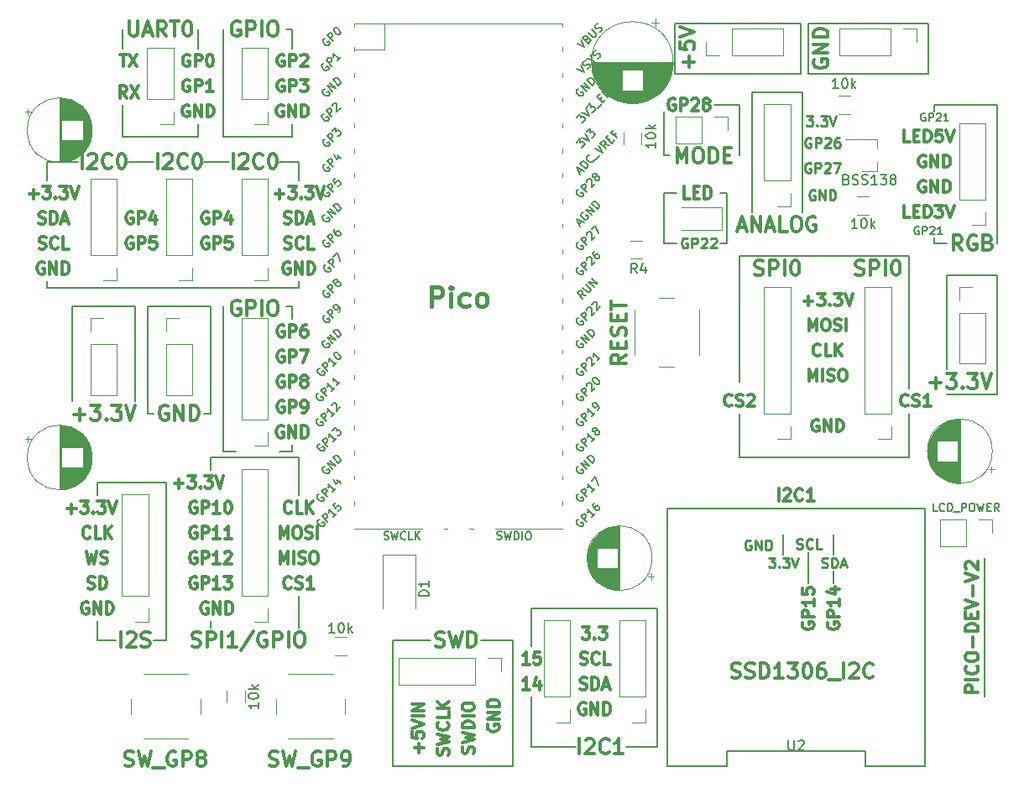
<source format=gbr>
G04 #@! TF.GenerationSoftware,KiCad,Pcbnew,5.0.2+dfsg1-1*
G04 #@! TF.CreationDate,2021-04-26T17:45:04+02:00*
G04 #@! TF.ProjectId,pico-dev,7069636f-2d64-4657-962e-6b696361645f,rev?*
G04 #@! TF.SameCoordinates,Original*
G04 #@! TF.FileFunction,Legend,Top*
G04 #@! TF.FilePolarity,Positive*
%FSLAX46Y46*%
G04 Gerber Fmt 4.6, Leading zero omitted, Abs format (unit mm)*
G04 Created by KiCad (PCBNEW 5.0.2+dfsg1-1) date lun. 26 avril 2021 17:45:04 CEST*
%MOMM*%
%LPD*%
G01*
G04 APERTURE LIST*
%ADD10C,0.250000*%
%ADD11C,0.300000*%
%ADD12C,0.200000*%
%ADD13C,0.375000*%
%ADD14C,0.150000*%
%ADD15C,0.120000*%
%ADD16C,0.450000*%
G04 APERTURE END LIST*
D10*
X153251683Y-37640640D02*
X153156445Y-37593020D01*
X153013588Y-37593020D01*
X152870731Y-37640640D01*
X152775493Y-37735878D01*
X152727874Y-37831116D01*
X152680255Y-38021592D01*
X152680255Y-38164449D01*
X152727874Y-38354925D01*
X152775493Y-38450163D01*
X152870731Y-38545401D01*
X153013588Y-38593020D01*
X153108826Y-38593020D01*
X153251683Y-38545401D01*
X153299302Y-38497782D01*
X153299302Y-38164449D01*
X153108826Y-38164449D01*
X153727874Y-38593020D02*
X153727874Y-37593020D01*
X154108826Y-37593020D01*
X154204064Y-37640640D01*
X154251683Y-37688259D01*
X154299302Y-37783497D01*
X154299302Y-37926354D01*
X154251683Y-38021592D01*
X154204064Y-38069211D01*
X154108826Y-38116830D01*
X153727874Y-38116830D01*
X154680255Y-37688259D02*
X154727874Y-37640640D01*
X154823112Y-37593020D01*
X155061207Y-37593020D01*
X155156445Y-37640640D01*
X155204064Y-37688259D01*
X155251683Y-37783497D01*
X155251683Y-37878735D01*
X155204064Y-38021592D01*
X154632636Y-38593020D01*
X155251683Y-38593020D01*
X156108826Y-37593020D02*
X155918350Y-37593020D01*
X155823112Y-37640640D01*
X155775493Y-37688259D01*
X155680255Y-37831116D01*
X155632636Y-38021592D01*
X155632636Y-38402544D01*
X155680255Y-38497782D01*
X155727874Y-38545401D01*
X155823112Y-38593020D01*
X156013588Y-38593020D01*
X156108826Y-38545401D01*
X156156445Y-38497782D01*
X156204064Y-38402544D01*
X156204064Y-38164449D01*
X156156445Y-38069211D01*
X156108826Y-38021592D01*
X156013588Y-37973973D01*
X155823112Y-37973973D01*
X155727874Y-38021592D01*
X155680255Y-38069211D01*
X155632636Y-38164449D01*
X153226283Y-40180640D02*
X153131045Y-40133020D01*
X152988188Y-40133020D01*
X152845331Y-40180640D01*
X152750093Y-40275878D01*
X152702474Y-40371116D01*
X152654855Y-40561592D01*
X152654855Y-40704449D01*
X152702474Y-40894925D01*
X152750093Y-40990163D01*
X152845331Y-41085401D01*
X152988188Y-41133020D01*
X153083426Y-41133020D01*
X153226283Y-41085401D01*
X153273902Y-41037782D01*
X153273902Y-40704449D01*
X153083426Y-40704449D01*
X153702474Y-41133020D02*
X153702474Y-40133020D01*
X154083426Y-40133020D01*
X154178664Y-40180640D01*
X154226283Y-40228259D01*
X154273902Y-40323497D01*
X154273902Y-40466354D01*
X154226283Y-40561592D01*
X154178664Y-40609211D01*
X154083426Y-40656830D01*
X153702474Y-40656830D01*
X154654855Y-40228259D02*
X154702474Y-40180640D01*
X154797712Y-40133020D01*
X155035807Y-40133020D01*
X155131045Y-40180640D01*
X155178664Y-40228259D01*
X155226283Y-40323497D01*
X155226283Y-40418735D01*
X155178664Y-40561592D01*
X154607236Y-41133020D01*
X155226283Y-41133020D01*
X155559617Y-40133020D02*
X156226283Y-40133020D01*
X155797712Y-41133020D01*
X152823729Y-35413700D02*
X153442777Y-35413700D01*
X153109443Y-35794653D01*
X153252300Y-35794653D01*
X153347539Y-35842272D01*
X153395158Y-35889891D01*
X153442777Y-35985129D01*
X153442777Y-36223224D01*
X153395158Y-36318462D01*
X153347539Y-36366081D01*
X153252300Y-36413700D01*
X152966586Y-36413700D01*
X152871348Y-36366081D01*
X152823729Y-36318462D01*
X153871348Y-36318462D02*
X153918967Y-36366081D01*
X153871348Y-36413700D01*
X153823729Y-36366081D01*
X153871348Y-36318462D01*
X153871348Y-36413700D01*
X154252300Y-35413700D02*
X154871348Y-35413700D01*
X154538015Y-35794653D01*
X154680872Y-35794653D01*
X154776110Y-35842272D01*
X154823729Y-35889891D01*
X154871348Y-35985129D01*
X154871348Y-36223224D01*
X154823729Y-36318462D01*
X154776110Y-36366081D01*
X154680872Y-36413700D01*
X154395158Y-36413700D01*
X154299920Y-36366081D01*
X154252300Y-36318462D01*
X155157062Y-35413700D02*
X155490396Y-36413700D01*
X155823729Y-35413700D01*
X153654855Y-42918760D02*
X153559617Y-42871140D01*
X153416760Y-42871140D01*
X153273902Y-42918760D01*
X153178664Y-43013998D01*
X153131045Y-43109236D01*
X153083426Y-43299712D01*
X153083426Y-43442569D01*
X153131045Y-43633045D01*
X153178664Y-43728283D01*
X153273902Y-43823521D01*
X153416760Y-43871140D01*
X153511998Y-43871140D01*
X153654855Y-43823521D01*
X153702474Y-43775902D01*
X153702474Y-43442569D01*
X153511998Y-43442569D01*
X154131045Y-43871140D02*
X154131045Y-42871140D01*
X154702474Y-43871140D01*
X154702474Y-42871140D01*
X155178664Y-43871140D02*
X155178664Y-42871140D01*
X155416760Y-42871140D01*
X155559617Y-42918760D01*
X155654855Y-43013998D01*
X155702474Y-43109236D01*
X155750093Y-43299712D01*
X155750093Y-43442569D01*
X155702474Y-43633045D01*
X155654855Y-43728283D01*
X155559617Y-43823521D01*
X155416760Y-43871140D01*
X155178664Y-43871140D01*
D11*
X150022142Y-74202857D02*
X150022142Y-73002857D01*
X150536428Y-73117142D02*
X150593571Y-73060000D01*
X150707857Y-73002857D01*
X150993571Y-73002857D01*
X151107857Y-73060000D01*
X151165000Y-73117142D01*
X151222142Y-73231428D01*
X151222142Y-73345714D01*
X151165000Y-73517142D01*
X150479285Y-74202857D01*
X151222142Y-74202857D01*
X152422142Y-74088571D02*
X152365000Y-74145714D01*
X152193571Y-74202857D01*
X152079285Y-74202857D01*
X151907857Y-74145714D01*
X151793571Y-74031428D01*
X151736428Y-73917142D01*
X151679285Y-73688571D01*
X151679285Y-73517142D01*
X151736428Y-73288571D01*
X151793571Y-73174285D01*
X151907857Y-73060000D01*
X152079285Y-73002857D01*
X152193571Y-73002857D01*
X152365000Y-73060000D01*
X152422142Y-73117142D01*
X153565000Y-74202857D02*
X152879285Y-74202857D01*
X153222142Y-74202857D02*
X153222142Y-73002857D01*
X153107857Y-73174285D01*
X152993571Y-73288571D01*
X152879285Y-73345714D01*
D12*
X163195000Y-69850000D02*
X163195000Y-65405000D01*
X129540000Y-99060000D02*
X125095000Y-99060000D01*
X137795000Y-99060000D02*
X134620000Y-99060000D01*
X125095000Y-93980000D02*
X125095000Y-99060000D01*
X125095000Y-85090000D02*
X125095000Y-88900000D01*
X137795000Y-85090000D02*
X125095000Y-85090000D01*
X137795000Y-99060000D02*
X137795000Y-85090000D01*
X164782619Y-35160000D02*
X164706428Y-35121904D01*
X164592142Y-35121904D01*
X164477857Y-35160000D01*
X164401666Y-35236190D01*
X164363571Y-35312380D01*
X164325476Y-35464761D01*
X164325476Y-35579047D01*
X164363571Y-35731428D01*
X164401666Y-35807619D01*
X164477857Y-35883809D01*
X164592142Y-35921904D01*
X164668333Y-35921904D01*
X164782619Y-35883809D01*
X164820714Y-35845714D01*
X164820714Y-35579047D01*
X164668333Y-35579047D01*
X165163571Y-35921904D02*
X165163571Y-35121904D01*
X165468333Y-35121904D01*
X165544523Y-35160000D01*
X165582619Y-35198095D01*
X165620714Y-35274285D01*
X165620714Y-35388571D01*
X165582619Y-35464761D01*
X165544523Y-35502857D01*
X165468333Y-35540952D01*
X165163571Y-35540952D01*
X165925476Y-35198095D02*
X165963571Y-35160000D01*
X166039761Y-35121904D01*
X166230238Y-35121904D01*
X166306428Y-35160000D01*
X166344523Y-35198095D01*
X166382619Y-35274285D01*
X166382619Y-35350476D01*
X166344523Y-35464761D01*
X165887380Y-35921904D01*
X166382619Y-35921904D01*
X167144523Y-35921904D02*
X166687380Y-35921904D01*
X166915952Y-35921904D02*
X166915952Y-35121904D01*
X166839761Y-35236190D01*
X166763571Y-35312380D01*
X166687380Y-35350476D01*
X138430000Y-43180000D02*
X139700000Y-43180000D01*
X138430000Y-48260000D02*
X138430000Y-43180000D01*
X139700000Y-48260000D02*
X138430000Y-48260000D01*
X144780000Y-48260000D02*
X144145000Y-48260000D01*
X144780000Y-43180000D02*
X144780000Y-48260000D01*
X144145000Y-43180000D02*
X144780000Y-43180000D01*
D10*
X140795523Y-47760000D02*
X140700285Y-47712380D01*
X140557428Y-47712380D01*
X140414571Y-47760000D01*
X140319333Y-47855238D01*
X140271714Y-47950476D01*
X140224095Y-48140952D01*
X140224095Y-48283809D01*
X140271714Y-48474285D01*
X140319333Y-48569523D01*
X140414571Y-48664761D01*
X140557428Y-48712380D01*
X140652666Y-48712380D01*
X140795523Y-48664761D01*
X140843142Y-48617142D01*
X140843142Y-48283809D01*
X140652666Y-48283809D01*
X141271714Y-48712380D02*
X141271714Y-47712380D01*
X141652666Y-47712380D01*
X141747904Y-47760000D01*
X141795523Y-47807619D01*
X141843142Y-47902857D01*
X141843142Y-48045714D01*
X141795523Y-48140952D01*
X141747904Y-48188571D01*
X141652666Y-48236190D01*
X141271714Y-48236190D01*
X142224095Y-47807619D02*
X142271714Y-47760000D01*
X142366952Y-47712380D01*
X142605047Y-47712380D01*
X142700285Y-47760000D01*
X142747904Y-47807619D01*
X142795523Y-47902857D01*
X142795523Y-47998095D01*
X142747904Y-48140952D01*
X142176476Y-48712380D01*
X142795523Y-48712380D01*
X143176476Y-47807619D02*
X143224095Y-47760000D01*
X143319333Y-47712380D01*
X143557428Y-47712380D01*
X143652666Y-47760000D01*
X143700285Y-47807619D01*
X143747904Y-47902857D01*
X143747904Y-47998095D01*
X143700285Y-48140952D01*
X143128857Y-48712380D01*
X143747904Y-48712380D01*
D12*
X164147619Y-46590000D02*
X164071428Y-46551904D01*
X163957142Y-46551904D01*
X163842857Y-46590000D01*
X163766666Y-46666190D01*
X163728571Y-46742380D01*
X163690476Y-46894761D01*
X163690476Y-47009047D01*
X163728571Y-47161428D01*
X163766666Y-47237619D01*
X163842857Y-47313809D01*
X163957142Y-47351904D01*
X164033333Y-47351904D01*
X164147619Y-47313809D01*
X164185714Y-47275714D01*
X164185714Y-47009047D01*
X164033333Y-47009047D01*
X164528571Y-47351904D02*
X164528571Y-46551904D01*
X164833333Y-46551904D01*
X164909523Y-46590000D01*
X164947619Y-46628095D01*
X164985714Y-46704285D01*
X164985714Y-46818571D01*
X164947619Y-46894761D01*
X164909523Y-46932857D01*
X164833333Y-46970952D01*
X164528571Y-46970952D01*
X165290476Y-46628095D02*
X165328571Y-46590000D01*
X165404761Y-46551904D01*
X165595238Y-46551904D01*
X165671428Y-46590000D01*
X165709523Y-46628095D01*
X165747619Y-46704285D01*
X165747619Y-46780476D01*
X165709523Y-46894761D01*
X165252380Y-47351904D01*
X165747619Y-47351904D01*
X166509523Y-47351904D02*
X166052380Y-47351904D01*
X166280952Y-47351904D02*
X166280952Y-46551904D01*
X166204761Y-46666190D01*
X166128571Y-46742380D01*
X166052380Y-46780476D01*
X153035000Y-82550000D02*
X153035000Y-79375000D01*
X155575000Y-81915000D02*
X155575000Y-81280000D01*
X155575000Y-82550000D02*
X155575000Y-81915000D01*
D11*
X152435000Y-86518571D02*
X152377857Y-86632857D01*
X152377857Y-86804285D01*
X152435000Y-86975714D01*
X152549285Y-87090000D01*
X152663571Y-87147142D01*
X152892142Y-87204285D01*
X153063571Y-87204285D01*
X153292142Y-87147142D01*
X153406428Y-87090000D01*
X153520714Y-86975714D01*
X153577857Y-86804285D01*
X153577857Y-86690000D01*
X153520714Y-86518571D01*
X153463571Y-86461428D01*
X153063571Y-86461428D01*
X153063571Y-86690000D01*
X153577857Y-85947142D02*
X152377857Y-85947142D01*
X152377857Y-85490000D01*
X152435000Y-85375714D01*
X152492142Y-85318571D01*
X152606428Y-85261428D01*
X152777857Y-85261428D01*
X152892142Y-85318571D01*
X152949285Y-85375714D01*
X153006428Y-85490000D01*
X153006428Y-85947142D01*
X153577857Y-84118571D02*
X153577857Y-84804285D01*
X153577857Y-84461428D02*
X152377857Y-84461428D01*
X152549285Y-84575714D01*
X152663571Y-84690000D01*
X152720714Y-84804285D01*
X152377857Y-83032857D02*
X152377857Y-83604285D01*
X152949285Y-83661428D01*
X152892142Y-83604285D01*
X152835000Y-83490000D01*
X152835000Y-83204285D01*
X152892142Y-83090000D01*
X152949285Y-83032857D01*
X153063571Y-82975714D01*
X153349285Y-82975714D01*
X153463571Y-83032857D01*
X153520714Y-83090000D01*
X153577857Y-83204285D01*
X153577857Y-83490000D01*
X153520714Y-83604285D01*
X153463571Y-83661428D01*
X154975000Y-86518571D02*
X154917857Y-86632857D01*
X154917857Y-86804285D01*
X154975000Y-86975714D01*
X155089285Y-87090000D01*
X155203571Y-87147142D01*
X155432142Y-87204285D01*
X155603571Y-87204285D01*
X155832142Y-87147142D01*
X155946428Y-87090000D01*
X156060714Y-86975714D01*
X156117857Y-86804285D01*
X156117857Y-86690000D01*
X156060714Y-86518571D01*
X156003571Y-86461428D01*
X155603571Y-86461428D01*
X155603571Y-86690000D01*
X156117857Y-85947142D02*
X154917857Y-85947142D01*
X154917857Y-85490000D01*
X154975000Y-85375714D01*
X155032142Y-85318571D01*
X155146428Y-85261428D01*
X155317857Y-85261428D01*
X155432142Y-85318571D01*
X155489285Y-85375714D01*
X155546428Y-85490000D01*
X155546428Y-85947142D01*
X156117857Y-84118571D02*
X156117857Y-84804285D01*
X156117857Y-84461428D02*
X154917857Y-84461428D01*
X155089285Y-84575714D01*
X155203571Y-84690000D01*
X155260714Y-84804285D01*
X155317857Y-83090000D02*
X156117857Y-83090000D01*
X154860714Y-83375714D02*
X155717857Y-83661428D01*
X155717857Y-82918571D01*
D12*
X152400000Y-33020000D02*
X152400000Y-45085000D01*
X147320000Y-33020000D02*
X152400000Y-33020000D01*
D11*
X164820714Y-39405000D02*
X164706428Y-39347857D01*
X164535000Y-39347857D01*
X164363571Y-39405000D01*
X164249285Y-39519285D01*
X164192142Y-39633571D01*
X164135000Y-39862142D01*
X164135000Y-40033571D01*
X164192142Y-40262142D01*
X164249285Y-40376428D01*
X164363571Y-40490714D01*
X164535000Y-40547857D01*
X164649285Y-40547857D01*
X164820714Y-40490714D01*
X164877857Y-40433571D01*
X164877857Y-40033571D01*
X164649285Y-40033571D01*
X165392142Y-40547857D02*
X165392142Y-39347857D01*
X166077857Y-40547857D01*
X166077857Y-39347857D01*
X166649285Y-40547857D02*
X166649285Y-39347857D01*
X166935000Y-39347857D01*
X167106428Y-39405000D01*
X167220714Y-39519285D01*
X167277857Y-39633571D01*
X167335000Y-39862142D01*
X167335000Y-40033571D01*
X167277857Y-40262142D01*
X167220714Y-40376428D01*
X167106428Y-40490714D01*
X166935000Y-40547857D01*
X166649285Y-40547857D01*
D12*
X172085000Y-63500000D02*
X167005000Y-63500000D01*
D11*
X124866428Y-93252857D02*
X124180714Y-93252857D01*
X124523571Y-93252857D02*
X124523571Y-92052857D01*
X124409285Y-92224285D01*
X124295000Y-92338571D01*
X124180714Y-92395714D01*
X125895000Y-92452857D02*
X125895000Y-93252857D01*
X125609285Y-91995714D02*
X125323571Y-92852857D01*
X126066428Y-92852857D01*
D12*
X165100000Y-26035000D02*
X165100000Y-31115000D01*
X147320000Y-45085000D02*
X147320000Y-33020000D01*
X172085000Y-34290000D02*
X172085000Y-48260000D01*
X165735000Y-34290000D02*
X172085000Y-34290000D01*
X165735000Y-34925000D02*
X165735000Y-34290000D01*
X165735000Y-48260000D02*
X165735000Y-47625000D01*
X167005000Y-48260000D02*
X165735000Y-48260000D01*
X172085000Y-51435000D02*
X172085000Y-63500000D01*
X167005000Y-51435000D02*
X172085000Y-51435000D01*
X167005000Y-60960000D02*
X167005000Y-51435000D01*
X146050000Y-34290000D02*
X143510000Y-34290000D01*
X146050000Y-39370000D02*
X146050000Y-34290000D01*
X138430000Y-39370000D02*
X139065000Y-39370000D01*
X138430000Y-34925000D02*
X138430000Y-39370000D01*
D11*
X163242857Y-45627857D02*
X162671428Y-45627857D01*
X162671428Y-44427857D01*
X163642857Y-44999285D02*
X164042857Y-44999285D01*
X164214285Y-45627857D02*
X163642857Y-45627857D01*
X163642857Y-44427857D01*
X164214285Y-44427857D01*
X164728571Y-45627857D02*
X164728571Y-44427857D01*
X165014285Y-44427857D01*
X165185714Y-44485000D01*
X165300000Y-44599285D01*
X165357142Y-44713571D01*
X165414285Y-44942142D01*
X165414285Y-45113571D01*
X165357142Y-45342142D01*
X165300000Y-45456428D01*
X165185714Y-45570714D01*
X165014285Y-45627857D01*
X164728571Y-45627857D01*
X165814285Y-44427857D02*
X166557142Y-44427857D01*
X166157142Y-44885000D01*
X166328571Y-44885000D01*
X166442857Y-44942142D01*
X166500000Y-44999285D01*
X166557142Y-45113571D01*
X166557142Y-45399285D01*
X166500000Y-45513571D01*
X166442857Y-45570714D01*
X166328571Y-45627857D01*
X165985714Y-45627857D01*
X165871428Y-45570714D01*
X165814285Y-45513571D01*
X166900000Y-44427857D02*
X167300000Y-45627857D01*
X167700000Y-44427857D01*
X163242857Y-38007857D02*
X162671428Y-38007857D01*
X162671428Y-36807857D01*
X163642857Y-37379285D02*
X164042857Y-37379285D01*
X164214285Y-38007857D02*
X163642857Y-38007857D01*
X163642857Y-36807857D01*
X164214285Y-36807857D01*
X164728571Y-38007857D02*
X164728571Y-36807857D01*
X165014285Y-36807857D01*
X165185714Y-36865000D01*
X165300000Y-36979285D01*
X165357142Y-37093571D01*
X165414285Y-37322142D01*
X165414285Y-37493571D01*
X165357142Y-37722142D01*
X165300000Y-37836428D01*
X165185714Y-37950714D01*
X165014285Y-38007857D01*
X164728571Y-38007857D01*
X166500000Y-36807857D02*
X165928571Y-36807857D01*
X165871428Y-37379285D01*
X165928571Y-37322142D01*
X166042857Y-37265000D01*
X166328571Y-37265000D01*
X166442857Y-37322142D01*
X166500000Y-37379285D01*
X166557142Y-37493571D01*
X166557142Y-37779285D01*
X166500000Y-37893571D01*
X166442857Y-37950714D01*
X166328571Y-38007857D01*
X166042857Y-38007857D01*
X165928571Y-37950714D01*
X165871428Y-37893571D01*
X166900000Y-36807857D02*
X167300000Y-38007857D01*
X167700000Y-36807857D01*
X164820714Y-41945000D02*
X164706428Y-41887857D01*
X164535000Y-41887857D01*
X164363571Y-41945000D01*
X164249285Y-42059285D01*
X164192142Y-42173571D01*
X164135000Y-42402142D01*
X164135000Y-42573571D01*
X164192142Y-42802142D01*
X164249285Y-42916428D01*
X164363571Y-43030714D01*
X164535000Y-43087857D01*
X164649285Y-43087857D01*
X164820714Y-43030714D01*
X164877857Y-42973571D01*
X164877857Y-42573571D01*
X164649285Y-42573571D01*
X165392142Y-43087857D02*
X165392142Y-41887857D01*
X166077857Y-43087857D01*
X166077857Y-41887857D01*
X166649285Y-43087857D02*
X166649285Y-41887857D01*
X166935000Y-41887857D01*
X167106428Y-41945000D01*
X167220714Y-42059285D01*
X167277857Y-42173571D01*
X167335000Y-42402142D01*
X167335000Y-42573571D01*
X167277857Y-42802142D01*
X167220714Y-42916428D01*
X167106428Y-43030714D01*
X166935000Y-43087857D01*
X166649285Y-43087857D01*
X139541428Y-33690000D02*
X139427142Y-33632857D01*
X139255714Y-33632857D01*
X139084285Y-33690000D01*
X138970000Y-33804285D01*
X138912857Y-33918571D01*
X138855714Y-34147142D01*
X138855714Y-34318571D01*
X138912857Y-34547142D01*
X138970000Y-34661428D01*
X139084285Y-34775714D01*
X139255714Y-34832857D01*
X139370000Y-34832857D01*
X139541428Y-34775714D01*
X139598571Y-34718571D01*
X139598571Y-34318571D01*
X139370000Y-34318571D01*
X140112857Y-34832857D02*
X140112857Y-33632857D01*
X140570000Y-33632857D01*
X140684285Y-33690000D01*
X140741428Y-33747142D01*
X140798571Y-33861428D01*
X140798571Y-34032857D01*
X140741428Y-34147142D01*
X140684285Y-34204285D01*
X140570000Y-34261428D01*
X140112857Y-34261428D01*
X141255714Y-33747142D02*
X141312857Y-33690000D01*
X141427142Y-33632857D01*
X141712857Y-33632857D01*
X141827142Y-33690000D01*
X141884285Y-33747142D01*
X141941428Y-33861428D01*
X141941428Y-33975714D01*
X141884285Y-34147142D01*
X141198571Y-34832857D01*
X141941428Y-34832857D01*
X142627142Y-34147142D02*
X142512857Y-34090000D01*
X142455714Y-34032857D01*
X142398571Y-33918571D01*
X142398571Y-33861428D01*
X142455714Y-33747142D01*
X142512857Y-33690000D01*
X142627142Y-33632857D01*
X142855714Y-33632857D01*
X142970000Y-33690000D01*
X143027142Y-33747142D01*
X143084285Y-33861428D01*
X143084285Y-33918571D01*
X143027142Y-34032857D01*
X142970000Y-34090000D01*
X142855714Y-34147142D01*
X142627142Y-34147142D01*
X142512857Y-34204285D01*
X142455714Y-34261428D01*
X142398571Y-34375714D01*
X142398571Y-34604285D01*
X142455714Y-34718571D01*
X142512857Y-34775714D01*
X142627142Y-34832857D01*
X142855714Y-34832857D01*
X142970000Y-34775714D01*
X143027142Y-34718571D01*
X143084285Y-34604285D01*
X143084285Y-34375714D01*
X143027142Y-34261428D01*
X142970000Y-34204285D01*
X142855714Y-34147142D01*
X145278571Y-64563571D02*
X145221428Y-64620714D01*
X145050000Y-64677857D01*
X144935714Y-64677857D01*
X144764285Y-64620714D01*
X144650000Y-64506428D01*
X144592857Y-64392142D01*
X144535714Y-64163571D01*
X144535714Y-63992142D01*
X144592857Y-63763571D01*
X144650000Y-63649285D01*
X144764285Y-63535000D01*
X144935714Y-63477857D01*
X145050000Y-63477857D01*
X145221428Y-63535000D01*
X145278571Y-63592142D01*
X145735714Y-64620714D02*
X145907142Y-64677857D01*
X146192857Y-64677857D01*
X146307142Y-64620714D01*
X146364285Y-64563571D01*
X146421428Y-64449285D01*
X146421428Y-64335000D01*
X146364285Y-64220714D01*
X146307142Y-64163571D01*
X146192857Y-64106428D01*
X145964285Y-64049285D01*
X145850000Y-63992142D01*
X145792857Y-63935000D01*
X145735714Y-63820714D01*
X145735714Y-63706428D01*
X145792857Y-63592142D01*
X145850000Y-63535000D01*
X145964285Y-63477857D01*
X146250000Y-63477857D01*
X146421428Y-63535000D01*
X146878571Y-63592142D02*
X146935714Y-63535000D01*
X147050000Y-63477857D01*
X147335714Y-63477857D01*
X147450000Y-63535000D01*
X147507142Y-63592142D01*
X147564285Y-63706428D01*
X147564285Y-63820714D01*
X147507142Y-63992142D01*
X146821428Y-64677857D01*
X147564285Y-64677857D01*
X163058571Y-64563571D02*
X163001428Y-64620714D01*
X162830000Y-64677857D01*
X162715714Y-64677857D01*
X162544285Y-64620714D01*
X162430000Y-64506428D01*
X162372857Y-64392142D01*
X162315714Y-64163571D01*
X162315714Y-63992142D01*
X162372857Y-63763571D01*
X162430000Y-63649285D01*
X162544285Y-63535000D01*
X162715714Y-63477857D01*
X162830000Y-63477857D01*
X163001428Y-63535000D01*
X163058571Y-63592142D01*
X163515714Y-64620714D02*
X163687142Y-64677857D01*
X163972857Y-64677857D01*
X164087142Y-64620714D01*
X164144285Y-64563571D01*
X164201428Y-64449285D01*
X164201428Y-64335000D01*
X164144285Y-64220714D01*
X164087142Y-64163571D01*
X163972857Y-64106428D01*
X163744285Y-64049285D01*
X163630000Y-63992142D01*
X163572857Y-63935000D01*
X163515714Y-63820714D01*
X163515714Y-63706428D01*
X163572857Y-63592142D01*
X163630000Y-63535000D01*
X163744285Y-63477857D01*
X164030000Y-63477857D01*
X164201428Y-63535000D01*
X165344285Y-64677857D02*
X164658571Y-64677857D01*
X165001428Y-64677857D02*
X165001428Y-63477857D01*
X164887142Y-63649285D01*
X164772857Y-63763571D01*
X164658571Y-63820714D01*
X154025714Y-66075000D02*
X153911428Y-66017857D01*
X153740000Y-66017857D01*
X153568571Y-66075000D01*
X153454285Y-66189285D01*
X153397142Y-66303571D01*
X153340000Y-66532142D01*
X153340000Y-66703571D01*
X153397142Y-66932142D01*
X153454285Y-67046428D01*
X153568571Y-67160714D01*
X153740000Y-67217857D01*
X153854285Y-67217857D01*
X154025714Y-67160714D01*
X154082857Y-67103571D01*
X154082857Y-66703571D01*
X153854285Y-66703571D01*
X154597142Y-67217857D02*
X154597142Y-66017857D01*
X155282857Y-67217857D01*
X155282857Y-66017857D01*
X155854285Y-67217857D02*
X155854285Y-66017857D01*
X156140000Y-66017857D01*
X156311428Y-66075000D01*
X156425714Y-66189285D01*
X156482857Y-66303571D01*
X156540000Y-66532142D01*
X156540000Y-66703571D01*
X156482857Y-66932142D01*
X156425714Y-67046428D01*
X156311428Y-67160714D01*
X156140000Y-67217857D01*
X155854285Y-67217857D01*
X153054285Y-62137857D02*
X153054285Y-60937857D01*
X153454285Y-61795000D01*
X153854285Y-60937857D01*
X153854285Y-62137857D01*
X154425714Y-62137857D02*
X154425714Y-60937857D01*
X154940000Y-62080714D02*
X155111428Y-62137857D01*
X155397142Y-62137857D01*
X155511428Y-62080714D01*
X155568571Y-62023571D01*
X155625714Y-61909285D01*
X155625714Y-61795000D01*
X155568571Y-61680714D01*
X155511428Y-61623571D01*
X155397142Y-61566428D01*
X155168571Y-61509285D01*
X155054285Y-61452142D01*
X154997142Y-61395000D01*
X154940000Y-61280714D01*
X154940000Y-61166428D01*
X154997142Y-61052142D01*
X155054285Y-60995000D01*
X155168571Y-60937857D01*
X155454285Y-60937857D01*
X155625714Y-60995000D01*
X156368571Y-60937857D02*
X156597142Y-60937857D01*
X156711428Y-60995000D01*
X156825714Y-61109285D01*
X156882857Y-61337857D01*
X156882857Y-61737857D01*
X156825714Y-61966428D01*
X156711428Y-62080714D01*
X156597142Y-62137857D01*
X156368571Y-62137857D01*
X156254285Y-62080714D01*
X156140000Y-61966428D01*
X156082857Y-61737857D01*
X156082857Y-61337857D01*
X156140000Y-61109285D01*
X156254285Y-60995000D01*
X156368571Y-60937857D01*
X154225714Y-59483571D02*
X154168571Y-59540714D01*
X153997142Y-59597857D01*
X153882857Y-59597857D01*
X153711428Y-59540714D01*
X153597142Y-59426428D01*
X153540000Y-59312142D01*
X153482857Y-59083571D01*
X153482857Y-58912142D01*
X153540000Y-58683571D01*
X153597142Y-58569285D01*
X153711428Y-58455000D01*
X153882857Y-58397857D01*
X153997142Y-58397857D01*
X154168571Y-58455000D01*
X154225714Y-58512142D01*
X155311428Y-59597857D02*
X154740000Y-59597857D01*
X154740000Y-58397857D01*
X155711428Y-59597857D02*
X155711428Y-58397857D01*
X156397142Y-59597857D02*
X155882857Y-58912142D01*
X156397142Y-58397857D02*
X155711428Y-59083571D01*
X153054285Y-57057857D02*
X153054285Y-55857857D01*
X153454285Y-56715000D01*
X153854285Y-55857857D01*
X153854285Y-57057857D01*
X154654285Y-55857857D02*
X154882857Y-55857857D01*
X154997142Y-55915000D01*
X155111428Y-56029285D01*
X155168571Y-56257857D01*
X155168571Y-56657857D01*
X155111428Y-56886428D01*
X154997142Y-57000714D01*
X154882857Y-57057857D01*
X154654285Y-57057857D01*
X154540000Y-57000714D01*
X154425714Y-56886428D01*
X154368571Y-56657857D01*
X154368571Y-56257857D01*
X154425714Y-56029285D01*
X154540000Y-55915000D01*
X154654285Y-55857857D01*
X155625714Y-57000714D02*
X155797142Y-57057857D01*
X156082857Y-57057857D01*
X156197142Y-57000714D01*
X156254285Y-56943571D01*
X156311428Y-56829285D01*
X156311428Y-56715000D01*
X156254285Y-56600714D01*
X156197142Y-56543571D01*
X156082857Y-56486428D01*
X155854285Y-56429285D01*
X155740000Y-56372142D01*
X155682857Y-56315000D01*
X155625714Y-56200714D01*
X155625714Y-56086428D01*
X155682857Y-55972142D01*
X155740000Y-55915000D01*
X155854285Y-55857857D01*
X156140000Y-55857857D01*
X156311428Y-55915000D01*
X156825714Y-57057857D02*
X156825714Y-55857857D01*
X152540000Y-54060714D02*
X153454285Y-54060714D01*
X152997142Y-54517857D02*
X152997142Y-53603571D01*
X153911428Y-53317857D02*
X154654285Y-53317857D01*
X154254285Y-53775000D01*
X154425714Y-53775000D01*
X154540000Y-53832142D01*
X154597142Y-53889285D01*
X154654285Y-54003571D01*
X154654285Y-54289285D01*
X154597142Y-54403571D01*
X154540000Y-54460714D01*
X154425714Y-54517857D01*
X154082857Y-54517857D01*
X153968571Y-54460714D01*
X153911428Y-54403571D01*
X155168571Y-54403571D02*
X155225714Y-54460714D01*
X155168571Y-54517857D01*
X155111428Y-54460714D01*
X155168571Y-54403571D01*
X155168571Y-54517857D01*
X155625714Y-53317857D02*
X156368571Y-53317857D01*
X155968571Y-53775000D01*
X156140000Y-53775000D01*
X156254285Y-53832142D01*
X156311428Y-53889285D01*
X156368571Y-54003571D01*
X156368571Y-54289285D01*
X156311428Y-54403571D01*
X156254285Y-54460714D01*
X156140000Y-54517857D01*
X155797142Y-54517857D01*
X155682857Y-54460714D01*
X155625714Y-54403571D01*
X156711428Y-53317857D02*
X157111428Y-54517857D01*
X157511428Y-53317857D01*
X124866428Y-90712857D02*
X124180714Y-90712857D01*
X124523571Y-90712857D02*
X124523571Y-89512857D01*
X124409285Y-89684285D01*
X124295000Y-89798571D01*
X124180714Y-89855714D01*
X125952142Y-89512857D02*
X125380714Y-89512857D01*
X125323571Y-90084285D01*
X125380714Y-90027142D01*
X125495000Y-89970000D01*
X125780714Y-89970000D01*
X125895000Y-90027142D01*
X125952142Y-90084285D01*
X126009285Y-90198571D01*
X126009285Y-90484285D01*
X125952142Y-90598571D01*
X125895000Y-90655714D01*
X125780714Y-90712857D01*
X125495000Y-90712857D01*
X125380714Y-90655714D01*
X125323571Y-90598571D01*
X130530714Y-94650000D02*
X130416428Y-94592857D01*
X130245000Y-94592857D01*
X130073571Y-94650000D01*
X129959285Y-94764285D01*
X129902142Y-94878571D01*
X129845000Y-95107142D01*
X129845000Y-95278571D01*
X129902142Y-95507142D01*
X129959285Y-95621428D01*
X130073571Y-95735714D01*
X130245000Y-95792857D01*
X130359285Y-95792857D01*
X130530714Y-95735714D01*
X130587857Y-95678571D01*
X130587857Y-95278571D01*
X130359285Y-95278571D01*
X131102142Y-95792857D02*
X131102142Y-94592857D01*
X131787857Y-95792857D01*
X131787857Y-94592857D01*
X132359285Y-95792857D02*
X132359285Y-94592857D01*
X132645000Y-94592857D01*
X132816428Y-94650000D01*
X132930714Y-94764285D01*
X132987857Y-94878571D01*
X133045000Y-95107142D01*
X133045000Y-95278571D01*
X132987857Y-95507142D01*
X132930714Y-95621428D01*
X132816428Y-95735714D01*
X132645000Y-95792857D01*
X132359285Y-95792857D01*
X130187857Y-86972857D02*
X130930714Y-86972857D01*
X130530714Y-87430000D01*
X130702142Y-87430000D01*
X130816428Y-87487142D01*
X130873571Y-87544285D01*
X130930714Y-87658571D01*
X130930714Y-87944285D01*
X130873571Y-88058571D01*
X130816428Y-88115714D01*
X130702142Y-88172857D01*
X130359285Y-88172857D01*
X130245000Y-88115714D01*
X130187857Y-88058571D01*
X131445000Y-88058571D02*
X131502142Y-88115714D01*
X131445000Y-88172857D01*
X131387857Y-88115714D01*
X131445000Y-88058571D01*
X131445000Y-88172857D01*
X131902142Y-86972857D02*
X132645000Y-86972857D01*
X132245000Y-87430000D01*
X132416428Y-87430000D01*
X132530714Y-87487142D01*
X132587857Y-87544285D01*
X132645000Y-87658571D01*
X132645000Y-87944285D01*
X132587857Y-88058571D01*
X132530714Y-88115714D01*
X132416428Y-88172857D01*
X132073571Y-88172857D01*
X131959285Y-88115714D01*
X131902142Y-88058571D01*
X129987857Y-93195714D02*
X130159285Y-93252857D01*
X130445000Y-93252857D01*
X130559285Y-93195714D01*
X130616428Y-93138571D01*
X130673571Y-93024285D01*
X130673571Y-92910000D01*
X130616428Y-92795714D01*
X130559285Y-92738571D01*
X130445000Y-92681428D01*
X130216428Y-92624285D01*
X130102142Y-92567142D01*
X130045000Y-92510000D01*
X129987857Y-92395714D01*
X129987857Y-92281428D01*
X130045000Y-92167142D01*
X130102142Y-92110000D01*
X130216428Y-92052857D01*
X130502142Y-92052857D01*
X130673571Y-92110000D01*
X131187857Y-93252857D02*
X131187857Y-92052857D01*
X131473571Y-92052857D01*
X131645000Y-92110000D01*
X131759285Y-92224285D01*
X131816428Y-92338571D01*
X131873571Y-92567142D01*
X131873571Y-92738571D01*
X131816428Y-92967142D01*
X131759285Y-93081428D01*
X131645000Y-93195714D01*
X131473571Y-93252857D01*
X131187857Y-93252857D01*
X132330714Y-92910000D02*
X132902142Y-92910000D01*
X132216428Y-93252857D02*
X132616428Y-92052857D01*
X133016428Y-93252857D01*
D12*
X100965000Y-54610000D02*
X100330000Y-54610000D01*
X100965000Y-26670000D02*
X100330000Y-26670000D01*
X93980000Y-37465000D02*
X95250000Y-37465000D01*
X93980000Y-26670000D02*
X93980000Y-37465000D01*
X100965000Y-28575000D02*
X100965000Y-26670000D01*
X100965000Y-37465000D02*
X100965000Y-36195000D01*
X95250000Y-37465000D02*
X100965000Y-37465000D01*
D11*
X100107857Y-29245000D02*
X99993571Y-29187857D01*
X99822142Y-29187857D01*
X99650714Y-29245000D01*
X99536428Y-29359285D01*
X99479285Y-29473571D01*
X99422142Y-29702142D01*
X99422142Y-29873571D01*
X99479285Y-30102142D01*
X99536428Y-30216428D01*
X99650714Y-30330714D01*
X99822142Y-30387857D01*
X99936428Y-30387857D01*
X100107857Y-30330714D01*
X100165000Y-30273571D01*
X100165000Y-29873571D01*
X99936428Y-29873571D01*
X100679285Y-30387857D02*
X100679285Y-29187857D01*
X101136428Y-29187857D01*
X101250714Y-29245000D01*
X101307857Y-29302142D01*
X101365000Y-29416428D01*
X101365000Y-29587857D01*
X101307857Y-29702142D01*
X101250714Y-29759285D01*
X101136428Y-29816428D01*
X100679285Y-29816428D01*
X101822142Y-29302142D02*
X101879285Y-29245000D01*
X101993571Y-29187857D01*
X102279285Y-29187857D01*
X102393571Y-29245000D01*
X102450714Y-29302142D01*
X102507857Y-29416428D01*
X102507857Y-29530714D01*
X102450714Y-29702142D01*
X101765000Y-30387857D01*
X102507857Y-30387857D01*
X100107857Y-31785000D02*
X99993571Y-31727857D01*
X99822142Y-31727857D01*
X99650714Y-31785000D01*
X99536428Y-31899285D01*
X99479285Y-32013571D01*
X99422142Y-32242142D01*
X99422142Y-32413571D01*
X99479285Y-32642142D01*
X99536428Y-32756428D01*
X99650714Y-32870714D01*
X99822142Y-32927857D01*
X99936428Y-32927857D01*
X100107857Y-32870714D01*
X100165000Y-32813571D01*
X100165000Y-32413571D01*
X99936428Y-32413571D01*
X100679285Y-32927857D02*
X100679285Y-31727857D01*
X101136428Y-31727857D01*
X101250714Y-31785000D01*
X101307857Y-31842142D01*
X101365000Y-31956428D01*
X101365000Y-32127857D01*
X101307857Y-32242142D01*
X101250714Y-32299285D01*
X101136428Y-32356428D01*
X100679285Y-32356428D01*
X101765000Y-31727857D02*
X102507857Y-31727857D01*
X102107857Y-32185000D01*
X102279285Y-32185000D01*
X102393571Y-32242142D01*
X102450714Y-32299285D01*
X102507857Y-32413571D01*
X102507857Y-32699285D01*
X102450714Y-32813571D01*
X102393571Y-32870714D01*
X102279285Y-32927857D01*
X101936428Y-32927857D01*
X101822142Y-32870714D01*
X101765000Y-32813571D01*
X100050714Y-34325000D02*
X99936428Y-34267857D01*
X99765000Y-34267857D01*
X99593571Y-34325000D01*
X99479285Y-34439285D01*
X99422142Y-34553571D01*
X99365000Y-34782142D01*
X99365000Y-34953571D01*
X99422142Y-35182142D01*
X99479285Y-35296428D01*
X99593571Y-35410714D01*
X99765000Y-35467857D01*
X99879285Y-35467857D01*
X100050714Y-35410714D01*
X100107857Y-35353571D01*
X100107857Y-34953571D01*
X99879285Y-34953571D01*
X100622142Y-35467857D02*
X100622142Y-34267857D01*
X101307857Y-35467857D01*
X101307857Y-34267857D01*
X101879285Y-35467857D02*
X101879285Y-34267857D01*
X102165000Y-34267857D01*
X102336428Y-34325000D01*
X102450714Y-34439285D01*
X102507857Y-34553571D01*
X102565000Y-34782142D01*
X102565000Y-34953571D01*
X102507857Y-35182142D01*
X102450714Y-35296428D01*
X102336428Y-35410714D01*
X102165000Y-35467857D01*
X101879285Y-35467857D01*
D12*
X91440000Y-26670000D02*
X91440000Y-28575000D01*
X83820000Y-28575000D02*
X83820000Y-26670000D01*
X91440000Y-37465000D02*
X91440000Y-36195000D01*
X78740000Y-54610000D02*
X78740000Y-64135000D01*
X85090000Y-54610000D02*
X78740000Y-54610000D01*
X85090000Y-64135000D02*
X85090000Y-54610000D01*
X86360000Y-65405000D02*
X86995000Y-65405000D01*
X86360000Y-54610000D02*
X86360000Y-65405000D01*
X92710000Y-54610000D02*
X86360000Y-54610000D01*
X92710000Y-65405000D02*
X92710000Y-54610000D01*
X92075000Y-65405000D02*
X92710000Y-65405000D01*
X100965000Y-69215000D02*
X100965000Y-68580000D01*
X99695000Y-69215000D02*
X100965000Y-69215000D01*
X93980000Y-69215000D02*
X95250000Y-69215000D01*
X93980000Y-54610000D02*
X93980000Y-69215000D01*
X100965000Y-55880000D02*
X100965000Y-54610000D01*
D11*
X100050714Y-66710000D02*
X99936428Y-66652857D01*
X99765000Y-66652857D01*
X99593571Y-66710000D01*
X99479285Y-66824285D01*
X99422142Y-66938571D01*
X99365000Y-67167142D01*
X99365000Y-67338571D01*
X99422142Y-67567142D01*
X99479285Y-67681428D01*
X99593571Y-67795714D01*
X99765000Y-67852857D01*
X99879285Y-67852857D01*
X100050714Y-67795714D01*
X100107857Y-67738571D01*
X100107857Y-67338571D01*
X99879285Y-67338571D01*
X100622142Y-67852857D02*
X100622142Y-66652857D01*
X101307857Y-67852857D01*
X101307857Y-66652857D01*
X101879285Y-67852857D02*
X101879285Y-66652857D01*
X102165000Y-66652857D01*
X102336428Y-66710000D01*
X102450714Y-66824285D01*
X102507857Y-66938571D01*
X102565000Y-67167142D01*
X102565000Y-67338571D01*
X102507857Y-67567142D01*
X102450714Y-67681428D01*
X102336428Y-67795714D01*
X102165000Y-67852857D01*
X101879285Y-67852857D01*
X100107857Y-64170000D02*
X99993571Y-64112857D01*
X99822142Y-64112857D01*
X99650714Y-64170000D01*
X99536428Y-64284285D01*
X99479285Y-64398571D01*
X99422142Y-64627142D01*
X99422142Y-64798571D01*
X99479285Y-65027142D01*
X99536428Y-65141428D01*
X99650714Y-65255714D01*
X99822142Y-65312857D01*
X99936428Y-65312857D01*
X100107857Y-65255714D01*
X100165000Y-65198571D01*
X100165000Y-64798571D01*
X99936428Y-64798571D01*
X100679285Y-65312857D02*
X100679285Y-64112857D01*
X101136428Y-64112857D01*
X101250714Y-64170000D01*
X101307857Y-64227142D01*
X101365000Y-64341428D01*
X101365000Y-64512857D01*
X101307857Y-64627142D01*
X101250714Y-64684285D01*
X101136428Y-64741428D01*
X100679285Y-64741428D01*
X101936428Y-65312857D02*
X102165000Y-65312857D01*
X102279285Y-65255714D01*
X102336428Y-65198571D01*
X102450714Y-65027142D01*
X102507857Y-64798571D01*
X102507857Y-64341428D01*
X102450714Y-64227142D01*
X102393571Y-64170000D01*
X102279285Y-64112857D01*
X102050714Y-64112857D01*
X101936428Y-64170000D01*
X101879285Y-64227142D01*
X101822142Y-64341428D01*
X101822142Y-64627142D01*
X101879285Y-64741428D01*
X101936428Y-64798571D01*
X102050714Y-64855714D01*
X102279285Y-64855714D01*
X102393571Y-64798571D01*
X102450714Y-64741428D01*
X102507857Y-64627142D01*
X100107857Y-61630000D02*
X99993571Y-61572857D01*
X99822142Y-61572857D01*
X99650714Y-61630000D01*
X99536428Y-61744285D01*
X99479285Y-61858571D01*
X99422142Y-62087142D01*
X99422142Y-62258571D01*
X99479285Y-62487142D01*
X99536428Y-62601428D01*
X99650714Y-62715714D01*
X99822142Y-62772857D01*
X99936428Y-62772857D01*
X100107857Y-62715714D01*
X100165000Y-62658571D01*
X100165000Y-62258571D01*
X99936428Y-62258571D01*
X100679285Y-62772857D02*
X100679285Y-61572857D01*
X101136428Y-61572857D01*
X101250714Y-61630000D01*
X101307857Y-61687142D01*
X101365000Y-61801428D01*
X101365000Y-61972857D01*
X101307857Y-62087142D01*
X101250714Y-62144285D01*
X101136428Y-62201428D01*
X100679285Y-62201428D01*
X102050714Y-62087142D02*
X101936428Y-62030000D01*
X101879285Y-61972857D01*
X101822142Y-61858571D01*
X101822142Y-61801428D01*
X101879285Y-61687142D01*
X101936428Y-61630000D01*
X102050714Y-61572857D01*
X102279285Y-61572857D01*
X102393571Y-61630000D01*
X102450714Y-61687142D01*
X102507857Y-61801428D01*
X102507857Y-61858571D01*
X102450714Y-61972857D01*
X102393571Y-62030000D01*
X102279285Y-62087142D01*
X102050714Y-62087142D01*
X101936428Y-62144285D01*
X101879285Y-62201428D01*
X101822142Y-62315714D01*
X101822142Y-62544285D01*
X101879285Y-62658571D01*
X101936428Y-62715714D01*
X102050714Y-62772857D01*
X102279285Y-62772857D01*
X102393571Y-62715714D01*
X102450714Y-62658571D01*
X102507857Y-62544285D01*
X102507857Y-62315714D01*
X102450714Y-62201428D01*
X102393571Y-62144285D01*
X102279285Y-62087142D01*
X100107857Y-56550000D02*
X99993571Y-56492857D01*
X99822142Y-56492857D01*
X99650714Y-56550000D01*
X99536428Y-56664285D01*
X99479285Y-56778571D01*
X99422142Y-57007142D01*
X99422142Y-57178571D01*
X99479285Y-57407142D01*
X99536428Y-57521428D01*
X99650714Y-57635714D01*
X99822142Y-57692857D01*
X99936428Y-57692857D01*
X100107857Y-57635714D01*
X100165000Y-57578571D01*
X100165000Y-57178571D01*
X99936428Y-57178571D01*
X100679285Y-57692857D02*
X100679285Y-56492857D01*
X101136428Y-56492857D01*
X101250714Y-56550000D01*
X101307857Y-56607142D01*
X101365000Y-56721428D01*
X101365000Y-56892857D01*
X101307857Y-57007142D01*
X101250714Y-57064285D01*
X101136428Y-57121428D01*
X100679285Y-57121428D01*
X102393571Y-56492857D02*
X102165000Y-56492857D01*
X102050714Y-56550000D01*
X101993571Y-56607142D01*
X101879285Y-56778571D01*
X101822142Y-57007142D01*
X101822142Y-57464285D01*
X101879285Y-57578571D01*
X101936428Y-57635714D01*
X102050714Y-57692857D01*
X102279285Y-57692857D01*
X102393571Y-57635714D01*
X102450714Y-57578571D01*
X102507857Y-57464285D01*
X102507857Y-57178571D01*
X102450714Y-57064285D01*
X102393571Y-57007142D01*
X102279285Y-56950000D01*
X102050714Y-56950000D01*
X101936428Y-57007142D01*
X101879285Y-57064285D01*
X101822142Y-57178571D01*
D12*
X88265000Y-88265000D02*
X86995000Y-88265000D01*
X88265000Y-72390000D02*
X88265000Y-88265000D01*
X81280000Y-72390000D02*
X88265000Y-72390000D01*
X81280000Y-73660000D02*
X81280000Y-72390000D01*
X81280000Y-88265000D02*
X81280000Y-86360000D01*
X83185000Y-88265000D02*
X81280000Y-88265000D01*
D11*
X78245000Y-75015714D02*
X79159285Y-75015714D01*
X78702142Y-75472857D02*
X78702142Y-74558571D01*
X79616428Y-74272857D02*
X80359285Y-74272857D01*
X79959285Y-74730000D01*
X80130714Y-74730000D01*
X80245000Y-74787142D01*
X80302142Y-74844285D01*
X80359285Y-74958571D01*
X80359285Y-75244285D01*
X80302142Y-75358571D01*
X80245000Y-75415714D01*
X80130714Y-75472857D01*
X79787857Y-75472857D01*
X79673571Y-75415714D01*
X79616428Y-75358571D01*
X80873571Y-75358571D02*
X80930714Y-75415714D01*
X80873571Y-75472857D01*
X80816428Y-75415714D01*
X80873571Y-75358571D01*
X80873571Y-75472857D01*
X81330714Y-74272857D02*
X82073571Y-74272857D01*
X81673571Y-74730000D01*
X81845000Y-74730000D01*
X81959285Y-74787142D01*
X82016428Y-74844285D01*
X82073571Y-74958571D01*
X82073571Y-75244285D01*
X82016428Y-75358571D01*
X81959285Y-75415714D01*
X81845000Y-75472857D01*
X81502142Y-75472857D01*
X81387857Y-75415714D01*
X81330714Y-75358571D01*
X82416428Y-74272857D02*
X82816428Y-75472857D01*
X83216428Y-74272857D01*
D12*
X92710000Y-86995000D02*
X92710000Y-86360000D01*
X92710000Y-69850000D02*
X92710000Y-71120000D01*
X101600000Y-69850000D02*
X92710000Y-69850000D01*
X101600000Y-73660000D02*
X101600000Y-69850000D01*
X101600000Y-86995000D02*
X101600000Y-83820000D01*
D11*
X100828571Y-82978571D02*
X100771428Y-83035714D01*
X100600000Y-83092857D01*
X100485714Y-83092857D01*
X100314285Y-83035714D01*
X100200000Y-82921428D01*
X100142857Y-82807142D01*
X100085714Y-82578571D01*
X100085714Y-82407142D01*
X100142857Y-82178571D01*
X100200000Y-82064285D01*
X100314285Y-81950000D01*
X100485714Y-81892857D01*
X100600000Y-81892857D01*
X100771428Y-81950000D01*
X100828571Y-82007142D01*
X101285714Y-83035714D02*
X101457142Y-83092857D01*
X101742857Y-83092857D01*
X101857142Y-83035714D01*
X101914285Y-82978571D01*
X101971428Y-82864285D01*
X101971428Y-82750000D01*
X101914285Y-82635714D01*
X101857142Y-82578571D01*
X101742857Y-82521428D01*
X101514285Y-82464285D01*
X101400000Y-82407142D01*
X101342857Y-82350000D01*
X101285714Y-82235714D01*
X101285714Y-82121428D01*
X101342857Y-82007142D01*
X101400000Y-81950000D01*
X101514285Y-81892857D01*
X101800000Y-81892857D01*
X101971428Y-81950000D01*
X103114285Y-83092857D02*
X102428571Y-83092857D01*
X102771428Y-83092857D02*
X102771428Y-81892857D01*
X102657142Y-82064285D01*
X102542857Y-82178571D01*
X102428571Y-82235714D01*
X99714285Y-80552857D02*
X99714285Y-79352857D01*
X100114285Y-80210000D01*
X100514285Y-79352857D01*
X100514285Y-80552857D01*
X101085714Y-80552857D02*
X101085714Y-79352857D01*
X101600000Y-80495714D02*
X101771428Y-80552857D01*
X102057142Y-80552857D01*
X102171428Y-80495714D01*
X102228571Y-80438571D01*
X102285714Y-80324285D01*
X102285714Y-80210000D01*
X102228571Y-80095714D01*
X102171428Y-80038571D01*
X102057142Y-79981428D01*
X101828571Y-79924285D01*
X101714285Y-79867142D01*
X101657142Y-79810000D01*
X101600000Y-79695714D01*
X101600000Y-79581428D01*
X101657142Y-79467142D01*
X101714285Y-79410000D01*
X101828571Y-79352857D01*
X102114285Y-79352857D01*
X102285714Y-79410000D01*
X103028571Y-79352857D02*
X103257142Y-79352857D01*
X103371428Y-79410000D01*
X103485714Y-79524285D01*
X103542857Y-79752857D01*
X103542857Y-80152857D01*
X103485714Y-80381428D01*
X103371428Y-80495714D01*
X103257142Y-80552857D01*
X103028571Y-80552857D01*
X102914285Y-80495714D01*
X102800000Y-80381428D01*
X102742857Y-80152857D01*
X102742857Y-79752857D01*
X102800000Y-79524285D01*
X102914285Y-79410000D01*
X103028571Y-79352857D01*
X99714285Y-78012857D02*
X99714285Y-76812857D01*
X100114285Y-77670000D01*
X100514285Y-76812857D01*
X100514285Y-78012857D01*
X101314285Y-76812857D02*
X101542857Y-76812857D01*
X101657142Y-76870000D01*
X101771428Y-76984285D01*
X101828571Y-77212857D01*
X101828571Y-77612857D01*
X101771428Y-77841428D01*
X101657142Y-77955714D01*
X101542857Y-78012857D01*
X101314285Y-78012857D01*
X101200000Y-77955714D01*
X101085714Y-77841428D01*
X101028571Y-77612857D01*
X101028571Y-77212857D01*
X101085714Y-76984285D01*
X101200000Y-76870000D01*
X101314285Y-76812857D01*
X102285714Y-77955714D02*
X102457142Y-78012857D01*
X102742857Y-78012857D01*
X102857142Y-77955714D01*
X102914285Y-77898571D01*
X102971428Y-77784285D01*
X102971428Y-77670000D01*
X102914285Y-77555714D01*
X102857142Y-77498571D01*
X102742857Y-77441428D01*
X102514285Y-77384285D01*
X102400000Y-77327142D01*
X102342857Y-77270000D01*
X102285714Y-77155714D01*
X102285714Y-77041428D01*
X102342857Y-76927142D01*
X102400000Y-76870000D01*
X102514285Y-76812857D01*
X102800000Y-76812857D01*
X102971428Y-76870000D01*
X103485714Y-78012857D02*
X103485714Y-76812857D01*
X100885714Y-75358571D02*
X100828571Y-75415714D01*
X100657142Y-75472857D01*
X100542857Y-75472857D01*
X100371428Y-75415714D01*
X100257142Y-75301428D01*
X100200000Y-75187142D01*
X100142857Y-74958571D01*
X100142857Y-74787142D01*
X100200000Y-74558571D01*
X100257142Y-74444285D01*
X100371428Y-74330000D01*
X100542857Y-74272857D01*
X100657142Y-74272857D01*
X100828571Y-74330000D01*
X100885714Y-74387142D01*
X101971428Y-75472857D02*
X101400000Y-75472857D01*
X101400000Y-74272857D01*
X102371428Y-75472857D02*
X102371428Y-74272857D01*
X103057142Y-75472857D02*
X102542857Y-74787142D01*
X103057142Y-74272857D02*
X102371428Y-74958571D01*
X80565714Y-77898571D02*
X80508571Y-77955714D01*
X80337142Y-78012857D01*
X80222857Y-78012857D01*
X80051428Y-77955714D01*
X79937142Y-77841428D01*
X79880000Y-77727142D01*
X79822857Y-77498571D01*
X79822857Y-77327142D01*
X79880000Y-77098571D01*
X79937142Y-76984285D01*
X80051428Y-76870000D01*
X80222857Y-76812857D01*
X80337142Y-76812857D01*
X80508571Y-76870000D01*
X80565714Y-76927142D01*
X81651428Y-78012857D02*
X81080000Y-78012857D01*
X81080000Y-76812857D01*
X82051428Y-78012857D02*
X82051428Y-76812857D01*
X82737142Y-78012857D02*
X82222857Y-77327142D01*
X82737142Y-76812857D02*
X82051428Y-77498571D01*
X80194285Y-79352857D02*
X80480000Y-80552857D01*
X80708571Y-79695714D01*
X80937142Y-80552857D01*
X81222857Y-79352857D01*
X81622857Y-80495714D02*
X81794285Y-80552857D01*
X82080000Y-80552857D01*
X82194285Y-80495714D01*
X82251428Y-80438571D01*
X82308571Y-80324285D01*
X82308571Y-80210000D01*
X82251428Y-80095714D01*
X82194285Y-80038571D01*
X82080000Y-79981428D01*
X81851428Y-79924285D01*
X81737142Y-79867142D01*
X81680000Y-79810000D01*
X81622857Y-79695714D01*
X81622857Y-79581428D01*
X81680000Y-79467142D01*
X81737142Y-79410000D01*
X81851428Y-79352857D01*
X82137142Y-79352857D01*
X82308571Y-79410000D01*
X80337142Y-83035714D02*
X80508571Y-83092857D01*
X80794285Y-83092857D01*
X80908571Y-83035714D01*
X80965714Y-82978571D01*
X81022857Y-82864285D01*
X81022857Y-82750000D01*
X80965714Y-82635714D01*
X80908571Y-82578571D01*
X80794285Y-82521428D01*
X80565714Y-82464285D01*
X80451428Y-82407142D01*
X80394285Y-82350000D01*
X80337142Y-82235714D01*
X80337142Y-82121428D01*
X80394285Y-82007142D01*
X80451428Y-81950000D01*
X80565714Y-81892857D01*
X80851428Y-81892857D01*
X81022857Y-81950000D01*
X81537142Y-83092857D02*
X81537142Y-81892857D01*
X81822857Y-81892857D01*
X81994285Y-81950000D01*
X82108571Y-82064285D01*
X82165714Y-82178571D01*
X82222857Y-82407142D01*
X82222857Y-82578571D01*
X82165714Y-82807142D01*
X82108571Y-82921428D01*
X81994285Y-83035714D01*
X81822857Y-83092857D01*
X81537142Y-83092857D01*
X92430714Y-84490000D02*
X92316428Y-84432857D01*
X92145000Y-84432857D01*
X91973571Y-84490000D01*
X91859285Y-84604285D01*
X91802142Y-84718571D01*
X91745000Y-84947142D01*
X91745000Y-85118571D01*
X91802142Y-85347142D01*
X91859285Y-85461428D01*
X91973571Y-85575714D01*
X92145000Y-85632857D01*
X92259285Y-85632857D01*
X92430714Y-85575714D01*
X92487857Y-85518571D01*
X92487857Y-85118571D01*
X92259285Y-85118571D01*
X93002142Y-85632857D02*
X93002142Y-84432857D01*
X93687857Y-85632857D01*
X93687857Y-84432857D01*
X94259285Y-85632857D02*
X94259285Y-84432857D01*
X94545000Y-84432857D01*
X94716428Y-84490000D01*
X94830714Y-84604285D01*
X94887857Y-84718571D01*
X94945000Y-84947142D01*
X94945000Y-85118571D01*
X94887857Y-85347142D01*
X94830714Y-85461428D01*
X94716428Y-85575714D01*
X94545000Y-85632857D01*
X94259285Y-85632857D01*
X80365714Y-84490000D02*
X80251428Y-84432857D01*
X80080000Y-84432857D01*
X79908571Y-84490000D01*
X79794285Y-84604285D01*
X79737142Y-84718571D01*
X79680000Y-84947142D01*
X79680000Y-85118571D01*
X79737142Y-85347142D01*
X79794285Y-85461428D01*
X79908571Y-85575714D01*
X80080000Y-85632857D01*
X80194285Y-85632857D01*
X80365714Y-85575714D01*
X80422857Y-85518571D01*
X80422857Y-85118571D01*
X80194285Y-85118571D01*
X80937142Y-85632857D02*
X80937142Y-84432857D01*
X81622857Y-85632857D01*
X81622857Y-84432857D01*
X82194285Y-85632857D02*
X82194285Y-84432857D01*
X82480000Y-84432857D01*
X82651428Y-84490000D01*
X82765714Y-84604285D01*
X82822857Y-84718571D01*
X82880000Y-84947142D01*
X82880000Y-85118571D01*
X82822857Y-85347142D01*
X82765714Y-85461428D01*
X82651428Y-85575714D01*
X82480000Y-85632857D01*
X82194285Y-85632857D01*
X89040000Y-72475714D02*
X89954285Y-72475714D01*
X89497142Y-72932857D02*
X89497142Y-72018571D01*
X90411428Y-71732857D02*
X91154285Y-71732857D01*
X90754285Y-72190000D01*
X90925714Y-72190000D01*
X91040000Y-72247142D01*
X91097142Y-72304285D01*
X91154285Y-72418571D01*
X91154285Y-72704285D01*
X91097142Y-72818571D01*
X91040000Y-72875714D01*
X90925714Y-72932857D01*
X90582857Y-72932857D01*
X90468571Y-72875714D01*
X90411428Y-72818571D01*
X91668571Y-72818571D02*
X91725714Y-72875714D01*
X91668571Y-72932857D01*
X91611428Y-72875714D01*
X91668571Y-72818571D01*
X91668571Y-72932857D01*
X92125714Y-71732857D02*
X92868571Y-71732857D01*
X92468571Y-72190000D01*
X92640000Y-72190000D01*
X92754285Y-72247142D01*
X92811428Y-72304285D01*
X92868571Y-72418571D01*
X92868571Y-72704285D01*
X92811428Y-72818571D01*
X92754285Y-72875714D01*
X92640000Y-72932857D01*
X92297142Y-72932857D01*
X92182857Y-72875714D01*
X92125714Y-72818571D01*
X93211428Y-71732857D02*
X93611428Y-72932857D01*
X94011428Y-71732857D01*
X91281428Y-81950000D02*
X91167142Y-81892857D01*
X90995714Y-81892857D01*
X90824285Y-81950000D01*
X90710000Y-82064285D01*
X90652857Y-82178571D01*
X90595714Y-82407142D01*
X90595714Y-82578571D01*
X90652857Y-82807142D01*
X90710000Y-82921428D01*
X90824285Y-83035714D01*
X90995714Y-83092857D01*
X91110000Y-83092857D01*
X91281428Y-83035714D01*
X91338571Y-82978571D01*
X91338571Y-82578571D01*
X91110000Y-82578571D01*
X91852857Y-83092857D02*
X91852857Y-81892857D01*
X92310000Y-81892857D01*
X92424285Y-81950000D01*
X92481428Y-82007142D01*
X92538571Y-82121428D01*
X92538571Y-82292857D01*
X92481428Y-82407142D01*
X92424285Y-82464285D01*
X92310000Y-82521428D01*
X91852857Y-82521428D01*
X93681428Y-83092857D02*
X92995714Y-83092857D01*
X93338571Y-83092857D02*
X93338571Y-81892857D01*
X93224285Y-82064285D01*
X93110000Y-82178571D01*
X92995714Y-82235714D01*
X94081428Y-81892857D02*
X94824285Y-81892857D01*
X94424285Y-82350000D01*
X94595714Y-82350000D01*
X94710000Y-82407142D01*
X94767142Y-82464285D01*
X94824285Y-82578571D01*
X94824285Y-82864285D01*
X94767142Y-82978571D01*
X94710000Y-83035714D01*
X94595714Y-83092857D01*
X94252857Y-83092857D01*
X94138571Y-83035714D01*
X94081428Y-82978571D01*
X91281428Y-79410000D02*
X91167142Y-79352857D01*
X90995714Y-79352857D01*
X90824285Y-79410000D01*
X90710000Y-79524285D01*
X90652857Y-79638571D01*
X90595714Y-79867142D01*
X90595714Y-80038571D01*
X90652857Y-80267142D01*
X90710000Y-80381428D01*
X90824285Y-80495714D01*
X90995714Y-80552857D01*
X91110000Y-80552857D01*
X91281428Y-80495714D01*
X91338571Y-80438571D01*
X91338571Y-80038571D01*
X91110000Y-80038571D01*
X91852857Y-80552857D02*
X91852857Y-79352857D01*
X92310000Y-79352857D01*
X92424285Y-79410000D01*
X92481428Y-79467142D01*
X92538571Y-79581428D01*
X92538571Y-79752857D01*
X92481428Y-79867142D01*
X92424285Y-79924285D01*
X92310000Y-79981428D01*
X91852857Y-79981428D01*
X93681428Y-80552857D02*
X92995714Y-80552857D01*
X93338571Y-80552857D02*
X93338571Y-79352857D01*
X93224285Y-79524285D01*
X93110000Y-79638571D01*
X92995714Y-79695714D01*
X94138571Y-79467142D02*
X94195714Y-79410000D01*
X94310000Y-79352857D01*
X94595714Y-79352857D01*
X94710000Y-79410000D01*
X94767142Y-79467142D01*
X94824285Y-79581428D01*
X94824285Y-79695714D01*
X94767142Y-79867142D01*
X94081428Y-80552857D01*
X94824285Y-80552857D01*
X91281428Y-76870000D02*
X91167142Y-76812857D01*
X90995714Y-76812857D01*
X90824285Y-76870000D01*
X90710000Y-76984285D01*
X90652857Y-77098571D01*
X90595714Y-77327142D01*
X90595714Y-77498571D01*
X90652857Y-77727142D01*
X90710000Y-77841428D01*
X90824285Y-77955714D01*
X90995714Y-78012857D01*
X91110000Y-78012857D01*
X91281428Y-77955714D01*
X91338571Y-77898571D01*
X91338571Y-77498571D01*
X91110000Y-77498571D01*
X91852857Y-78012857D02*
X91852857Y-76812857D01*
X92310000Y-76812857D01*
X92424285Y-76870000D01*
X92481428Y-76927142D01*
X92538571Y-77041428D01*
X92538571Y-77212857D01*
X92481428Y-77327142D01*
X92424285Y-77384285D01*
X92310000Y-77441428D01*
X91852857Y-77441428D01*
X93681428Y-78012857D02*
X92995714Y-78012857D01*
X93338571Y-78012857D02*
X93338571Y-76812857D01*
X93224285Y-76984285D01*
X93110000Y-77098571D01*
X92995714Y-77155714D01*
X94824285Y-78012857D02*
X94138571Y-78012857D01*
X94481428Y-78012857D02*
X94481428Y-76812857D01*
X94367142Y-76984285D01*
X94252857Y-77098571D01*
X94138571Y-77155714D01*
D12*
X83820000Y-37465000D02*
X83820000Y-34290000D01*
D11*
X90582857Y-31785000D02*
X90468571Y-31727857D01*
X90297142Y-31727857D01*
X90125714Y-31785000D01*
X90011428Y-31899285D01*
X89954285Y-32013571D01*
X89897142Y-32242142D01*
X89897142Y-32413571D01*
X89954285Y-32642142D01*
X90011428Y-32756428D01*
X90125714Y-32870714D01*
X90297142Y-32927857D01*
X90411428Y-32927857D01*
X90582857Y-32870714D01*
X90640000Y-32813571D01*
X90640000Y-32413571D01*
X90411428Y-32413571D01*
X91154285Y-32927857D02*
X91154285Y-31727857D01*
X91611428Y-31727857D01*
X91725714Y-31785000D01*
X91782857Y-31842142D01*
X91840000Y-31956428D01*
X91840000Y-32127857D01*
X91782857Y-32242142D01*
X91725714Y-32299285D01*
X91611428Y-32356428D01*
X91154285Y-32356428D01*
X92982857Y-32927857D02*
X92297142Y-32927857D01*
X92640000Y-32927857D02*
X92640000Y-31727857D01*
X92525714Y-31899285D01*
X92411428Y-32013571D01*
X92297142Y-32070714D01*
X90582857Y-29245000D02*
X90468571Y-29187857D01*
X90297142Y-29187857D01*
X90125714Y-29245000D01*
X90011428Y-29359285D01*
X89954285Y-29473571D01*
X89897142Y-29702142D01*
X89897142Y-29873571D01*
X89954285Y-30102142D01*
X90011428Y-30216428D01*
X90125714Y-30330714D01*
X90297142Y-30387857D01*
X90411428Y-30387857D01*
X90582857Y-30330714D01*
X90640000Y-30273571D01*
X90640000Y-29873571D01*
X90411428Y-29873571D01*
X91154285Y-30387857D02*
X91154285Y-29187857D01*
X91611428Y-29187857D01*
X91725714Y-29245000D01*
X91782857Y-29302142D01*
X91840000Y-29416428D01*
X91840000Y-29587857D01*
X91782857Y-29702142D01*
X91725714Y-29759285D01*
X91611428Y-29816428D01*
X91154285Y-29816428D01*
X92582857Y-29187857D02*
X92697142Y-29187857D01*
X92811428Y-29245000D01*
X92868571Y-29302142D01*
X92925714Y-29416428D01*
X92982857Y-29645000D01*
X92982857Y-29930714D01*
X92925714Y-30159285D01*
X92868571Y-30273571D01*
X92811428Y-30330714D01*
X92697142Y-30387857D01*
X92582857Y-30387857D01*
X92468571Y-30330714D01*
X92411428Y-30273571D01*
X92354285Y-30159285D01*
X92297142Y-29930714D01*
X92297142Y-29645000D01*
X92354285Y-29416428D01*
X92411428Y-29302142D01*
X92468571Y-29245000D01*
X92582857Y-29187857D01*
X92487857Y-47660000D02*
X92373571Y-47602857D01*
X92202142Y-47602857D01*
X92030714Y-47660000D01*
X91916428Y-47774285D01*
X91859285Y-47888571D01*
X91802142Y-48117142D01*
X91802142Y-48288571D01*
X91859285Y-48517142D01*
X91916428Y-48631428D01*
X92030714Y-48745714D01*
X92202142Y-48802857D01*
X92316428Y-48802857D01*
X92487857Y-48745714D01*
X92545000Y-48688571D01*
X92545000Y-48288571D01*
X92316428Y-48288571D01*
X93059285Y-48802857D02*
X93059285Y-47602857D01*
X93516428Y-47602857D01*
X93630714Y-47660000D01*
X93687857Y-47717142D01*
X93745000Y-47831428D01*
X93745000Y-48002857D01*
X93687857Y-48117142D01*
X93630714Y-48174285D01*
X93516428Y-48231428D01*
X93059285Y-48231428D01*
X94830714Y-47602857D02*
X94259285Y-47602857D01*
X94202142Y-48174285D01*
X94259285Y-48117142D01*
X94373571Y-48060000D01*
X94659285Y-48060000D01*
X94773571Y-48117142D01*
X94830714Y-48174285D01*
X94887857Y-48288571D01*
X94887857Y-48574285D01*
X94830714Y-48688571D01*
X94773571Y-48745714D01*
X94659285Y-48802857D01*
X94373571Y-48802857D01*
X94259285Y-48745714D01*
X94202142Y-48688571D01*
X92487857Y-45120000D02*
X92373571Y-45062857D01*
X92202142Y-45062857D01*
X92030714Y-45120000D01*
X91916428Y-45234285D01*
X91859285Y-45348571D01*
X91802142Y-45577142D01*
X91802142Y-45748571D01*
X91859285Y-45977142D01*
X91916428Y-46091428D01*
X92030714Y-46205714D01*
X92202142Y-46262857D01*
X92316428Y-46262857D01*
X92487857Y-46205714D01*
X92545000Y-46148571D01*
X92545000Y-45748571D01*
X92316428Y-45748571D01*
X93059285Y-46262857D02*
X93059285Y-45062857D01*
X93516428Y-45062857D01*
X93630714Y-45120000D01*
X93687857Y-45177142D01*
X93745000Y-45291428D01*
X93745000Y-45462857D01*
X93687857Y-45577142D01*
X93630714Y-45634285D01*
X93516428Y-45691428D01*
X93059285Y-45691428D01*
X94773571Y-45462857D02*
X94773571Y-46262857D01*
X94487857Y-45005714D02*
X94202142Y-45862857D01*
X94945000Y-45862857D01*
X84867857Y-47660000D02*
X84753571Y-47602857D01*
X84582142Y-47602857D01*
X84410714Y-47660000D01*
X84296428Y-47774285D01*
X84239285Y-47888571D01*
X84182142Y-48117142D01*
X84182142Y-48288571D01*
X84239285Y-48517142D01*
X84296428Y-48631428D01*
X84410714Y-48745714D01*
X84582142Y-48802857D01*
X84696428Y-48802857D01*
X84867857Y-48745714D01*
X84925000Y-48688571D01*
X84925000Y-48288571D01*
X84696428Y-48288571D01*
X85439285Y-48802857D02*
X85439285Y-47602857D01*
X85896428Y-47602857D01*
X86010714Y-47660000D01*
X86067857Y-47717142D01*
X86125000Y-47831428D01*
X86125000Y-48002857D01*
X86067857Y-48117142D01*
X86010714Y-48174285D01*
X85896428Y-48231428D01*
X85439285Y-48231428D01*
X87210714Y-47602857D02*
X86639285Y-47602857D01*
X86582142Y-48174285D01*
X86639285Y-48117142D01*
X86753571Y-48060000D01*
X87039285Y-48060000D01*
X87153571Y-48117142D01*
X87210714Y-48174285D01*
X87267857Y-48288571D01*
X87267857Y-48574285D01*
X87210714Y-48688571D01*
X87153571Y-48745714D01*
X87039285Y-48802857D01*
X86753571Y-48802857D01*
X86639285Y-48745714D01*
X86582142Y-48688571D01*
X84867857Y-45120000D02*
X84753571Y-45062857D01*
X84582142Y-45062857D01*
X84410714Y-45120000D01*
X84296428Y-45234285D01*
X84239285Y-45348571D01*
X84182142Y-45577142D01*
X84182142Y-45748571D01*
X84239285Y-45977142D01*
X84296428Y-46091428D01*
X84410714Y-46205714D01*
X84582142Y-46262857D01*
X84696428Y-46262857D01*
X84867857Y-46205714D01*
X84925000Y-46148571D01*
X84925000Y-45748571D01*
X84696428Y-45748571D01*
X85439285Y-46262857D02*
X85439285Y-45062857D01*
X85896428Y-45062857D01*
X86010714Y-45120000D01*
X86067857Y-45177142D01*
X86125000Y-45291428D01*
X86125000Y-45462857D01*
X86067857Y-45577142D01*
X86010714Y-45634285D01*
X85896428Y-45691428D01*
X85439285Y-45691428D01*
X87153571Y-45462857D02*
X87153571Y-46262857D01*
X86867857Y-45005714D02*
X86582142Y-45862857D01*
X87325000Y-45862857D01*
D12*
X170815000Y-93980000D02*
X170815000Y-80010000D01*
D11*
X170133095Y-93556904D02*
X168833095Y-93556904D01*
X168833095Y-93061666D01*
X168895000Y-92937857D01*
X168956904Y-92875952D01*
X169080714Y-92814047D01*
X169266428Y-92814047D01*
X169390238Y-92875952D01*
X169452142Y-92937857D01*
X169514047Y-93061666D01*
X169514047Y-93556904D01*
X170133095Y-92256904D02*
X168833095Y-92256904D01*
X170009285Y-90895000D02*
X170071190Y-90956904D01*
X170133095Y-91142619D01*
X170133095Y-91266428D01*
X170071190Y-91452142D01*
X169947380Y-91575952D01*
X169823571Y-91637857D01*
X169575952Y-91699761D01*
X169390238Y-91699761D01*
X169142619Y-91637857D01*
X169018809Y-91575952D01*
X168895000Y-91452142D01*
X168833095Y-91266428D01*
X168833095Y-91142619D01*
X168895000Y-90956904D01*
X168956904Y-90895000D01*
X168833095Y-90090238D02*
X168833095Y-89842619D01*
X168895000Y-89718809D01*
X169018809Y-89595000D01*
X169266428Y-89533095D01*
X169699761Y-89533095D01*
X169947380Y-89595000D01*
X170071190Y-89718809D01*
X170133095Y-89842619D01*
X170133095Y-90090238D01*
X170071190Y-90214047D01*
X169947380Y-90337857D01*
X169699761Y-90399761D01*
X169266428Y-90399761D01*
X169018809Y-90337857D01*
X168895000Y-90214047D01*
X168833095Y-90090238D01*
X169637857Y-88975952D02*
X169637857Y-87985476D01*
X170133095Y-87366428D02*
X168833095Y-87366428D01*
X168833095Y-87056904D01*
X168895000Y-86871190D01*
X169018809Y-86747380D01*
X169142619Y-86685476D01*
X169390238Y-86623571D01*
X169575952Y-86623571D01*
X169823571Y-86685476D01*
X169947380Y-86747380D01*
X170071190Y-86871190D01*
X170133095Y-87056904D01*
X170133095Y-87366428D01*
X169452142Y-86066428D02*
X169452142Y-85633095D01*
X170133095Y-85447380D02*
X170133095Y-86066428D01*
X168833095Y-86066428D01*
X168833095Y-85447380D01*
X168833095Y-85075952D02*
X170133095Y-84642619D01*
X168833095Y-84209285D01*
X169637857Y-83775952D02*
X169637857Y-82785476D01*
X168833095Y-82352142D02*
X170133095Y-81918809D01*
X168833095Y-81485476D01*
X168956904Y-81114047D02*
X168895000Y-81052142D01*
X168833095Y-80928333D01*
X168833095Y-80618809D01*
X168895000Y-80495000D01*
X168956904Y-80433095D01*
X169080714Y-80371190D01*
X169204523Y-80371190D01*
X169390238Y-80433095D01*
X170133095Y-81175952D01*
X170133095Y-80371190D01*
D12*
X111125000Y-88265000D02*
X111125000Y-100965000D01*
X114935000Y-88265000D02*
X111125000Y-88265000D01*
X123190000Y-88265000D02*
X120015000Y-88265000D01*
X123190000Y-100965000D02*
X123190000Y-88265000D01*
X111125000Y-100965000D02*
X123190000Y-100965000D01*
X89535000Y-37465000D02*
X91440000Y-37465000D01*
X146050000Y-62230000D02*
X146050000Y-49530000D01*
X146050000Y-69850000D02*
X146050000Y-65405000D01*
X163195000Y-69850000D02*
X146050000Y-69850000D01*
X163195000Y-49530000D02*
X163195000Y-62865000D01*
X146050000Y-49530000D02*
X163195000Y-49530000D01*
X92075000Y-40005000D02*
X94615000Y-40005000D01*
X84455000Y-40005000D02*
X86995000Y-40005000D01*
X76200000Y-40005000D02*
X79375000Y-40005000D01*
X76200000Y-41910000D02*
X76200000Y-40005000D01*
X101600000Y-40005000D02*
X99695000Y-40005000D01*
X101600000Y-41910000D02*
X101600000Y-40005000D01*
X101600000Y-52705000D02*
X101600000Y-52070000D01*
X76200000Y-52705000D02*
X76200000Y-52070000D01*
X101600000Y-52705000D02*
X76200000Y-52705000D01*
X89535000Y-37465000D02*
X83820000Y-37465000D01*
D11*
X83540714Y-29187857D02*
X84226428Y-29187857D01*
X83883571Y-30387857D02*
X83883571Y-29187857D01*
X84512142Y-29187857D02*
X85312142Y-30387857D01*
X85312142Y-29187857D02*
X84512142Y-30387857D01*
X84255000Y-33562857D02*
X83855000Y-32991428D01*
X83569285Y-33562857D02*
X83569285Y-32362857D01*
X84026428Y-32362857D01*
X84140714Y-32420000D01*
X84197857Y-32477142D01*
X84255000Y-32591428D01*
X84255000Y-32762857D01*
X84197857Y-32877142D01*
X84140714Y-32934285D01*
X84026428Y-32991428D01*
X83569285Y-32991428D01*
X84655000Y-32362857D02*
X85455000Y-33562857D01*
X85455000Y-32362857D02*
X84655000Y-33562857D01*
X90525714Y-34325000D02*
X90411428Y-34267857D01*
X90240000Y-34267857D01*
X90068571Y-34325000D01*
X89954285Y-34439285D01*
X89897142Y-34553571D01*
X89840000Y-34782142D01*
X89840000Y-34953571D01*
X89897142Y-35182142D01*
X89954285Y-35296428D01*
X90068571Y-35410714D01*
X90240000Y-35467857D01*
X90354285Y-35467857D01*
X90525714Y-35410714D01*
X90582857Y-35353571D01*
X90582857Y-34953571D01*
X90354285Y-34953571D01*
X91097142Y-35467857D02*
X91097142Y-34267857D01*
X91782857Y-35467857D01*
X91782857Y-34267857D01*
X92354285Y-35467857D02*
X92354285Y-34267857D01*
X92640000Y-34267857D01*
X92811428Y-34325000D01*
X92925714Y-34439285D01*
X92982857Y-34553571D01*
X93040000Y-34782142D01*
X93040000Y-34953571D01*
X92982857Y-35182142D01*
X92925714Y-35296428D01*
X92811428Y-35410714D01*
X92640000Y-35467857D01*
X92354285Y-35467857D01*
D13*
X83661428Y-88943571D02*
X83661428Y-87443571D01*
X84304285Y-87586428D02*
X84375714Y-87515000D01*
X84518571Y-87443571D01*
X84875714Y-87443571D01*
X85018571Y-87515000D01*
X85090000Y-87586428D01*
X85161428Y-87729285D01*
X85161428Y-87872142D01*
X85090000Y-88086428D01*
X84232857Y-88943571D01*
X85161428Y-88943571D01*
X85732857Y-88872142D02*
X85947142Y-88943571D01*
X86304285Y-88943571D01*
X86447142Y-88872142D01*
X86518571Y-88800714D01*
X86590000Y-88657857D01*
X86590000Y-88515000D01*
X86518571Y-88372142D01*
X86447142Y-88300714D01*
X86304285Y-88229285D01*
X86018571Y-88157857D01*
X85875714Y-88086428D01*
X85804285Y-88015000D01*
X85732857Y-87872142D01*
X85732857Y-87729285D01*
X85804285Y-87586428D01*
X85875714Y-87515000D01*
X86018571Y-87443571D01*
X86375714Y-87443571D01*
X86590000Y-87515000D01*
D11*
X100107857Y-59090000D02*
X99993571Y-59032857D01*
X99822142Y-59032857D01*
X99650714Y-59090000D01*
X99536428Y-59204285D01*
X99479285Y-59318571D01*
X99422142Y-59547142D01*
X99422142Y-59718571D01*
X99479285Y-59947142D01*
X99536428Y-60061428D01*
X99650714Y-60175714D01*
X99822142Y-60232857D01*
X99936428Y-60232857D01*
X100107857Y-60175714D01*
X100165000Y-60118571D01*
X100165000Y-59718571D01*
X99936428Y-59718571D01*
X100679285Y-60232857D02*
X100679285Y-59032857D01*
X101136428Y-59032857D01*
X101250714Y-59090000D01*
X101307857Y-59147142D01*
X101365000Y-59261428D01*
X101365000Y-59432857D01*
X101307857Y-59547142D01*
X101250714Y-59604285D01*
X101136428Y-59661428D01*
X100679285Y-59661428D01*
X101765000Y-59032857D02*
X102565000Y-59032857D01*
X102050714Y-60232857D01*
X119230714Y-99697857D02*
X119287857Y-99526428D01*
X119287857Y-99240714D01*
X119230714Y-99126428D01*
X119173571Y-99069285D01*
X119059285Y-99012142D01*
X118945000Y-99012142D01*
X118830714Y-99069285D01*
X118773571Y-99126428D01*
X118716428Y-99240714D01*
X118659285Y-99469285D01*
X118602142Y-99583571D01*
X118545000Y-99640714D01*
X118430714Y-99697857D01*
X118316428Y-99697857D01*
X118202142Y-99640714D01*
X118145000Y-99583571D01*
X118087857Y-99469285D01*
X118087857Y-99183571D01*
X118145000Y-99012142D01*
X118087857Y-98612142D02*
X119287857Y-98326428D01*
X118430714Y-98097857D01*
X119287857Y-97869285D01*
X118087857Y-97583571D01*
X119287857Y-97126428D02*
X118087857Y-97126428D01*
X118087857Y-96840714D01*
X118145000Y-96669285D01*
X118259285Y-96555000D01*
X118373571Y-96497857D01*
X118602142Y-96440714D01*
X118773571Y-96440714D01*
X119002142Y-96497857D01*
X119116428Y-96555000D01*
X119230714Y-96669285D01*
X119287857Y-96840714D01*
X119287857Y-97126428D01*
X119287857Y-95926428D02*
X118087857Y-95926428D01*
X118087857Y-95126428D02*
X118087857Y-94897857D01*
X118145000Y-94783571D01*
X118259285Y-94669285D01*
X118487857Y-94612142D01*
X118887857Y-94612142D01*
X119116428Y-94669285D01*
X119230714Y-94783571D01*
X119287857Y-94897857D01*
X119287857Y-95126428D01*
X119230714Y-95240714D01*
X119116428Y-95355000D01*
X118887857Y-95412142D01*
X118487857Y-95412142D01*
X118259285Y-95355000D01*
X118145000Y-95240714D01*
X118087857Y-95126428D01*
X116690714Y-99869285D02*
X116747857Y-99697857D01*
X116747857Y-99412142D01*
X116690714Y-99297857D01*
X116633571Y-99240714D01*
X116519285Y-99183571D01*
X116405000Y-99183571D01*
X116290714Y-99240714D01*
X116233571Y-99297857D01*
X116176428Y-99412142D01*
X116119285Y-99640714D01*
X116062142Y-99755000D01*
X116005000Y-99812142D01*
X115890714Y-99869285D01*
X115776428Y-99869285D01*
X115662142Y-99812142D01*
X115605000Y-99755000D01*
X115547857Y-99640714D01*
X115547857Y-99355000D01*
X115605000Y-99183571D01*
X115547857Y-98783571D02*
X116747857Y-98497857D01*
X115890714Y-98269285D01*
X116747857Y-98040714D01*
X115547857Y-97755000D01*
X116633571Y-96612142D02*
X116690714Y-96669285D01*
X116747857Y-96840714D01*
X116747857Y-96955000D01*
X116690714Y-97126428D01*
X116576428Y-97240714D01*
X116462142Y-97297857D01*
X116233571Y-97355000D01*
X116062142Y-97355000D01*
X115833571Y-97297857D01*
X115719285Y-97240714D01*
X115605000Y-97126428D01*
X115547857Y-96955000D01*
X115547857Y-96840714D01*
X115605000Y-96669285D01*
X115662142Y-96612142D01*
X116747857Y-95526428D02*
X116747857Y-96097857D01*
X115547857Y-96097857D01*
X116747857Y-95126428D02*
X115547857Y-95126428D01*
X116747857Y-94440714D02*
X116062142Y-94955000D01*
X115547857Y-94440714D02*
X116233571Y-95126428D01*
X113750714Y-99612142D02*
X113750714Y-98697857D01*
X114207857Y-99155000D02*
X113293571Y-99155000D01*
X113007857Y-97555000D02*
X113007857Y-98126428D01*
X113579285Y-98183571D01*
X113522142Y-98126428D01*
X113465000Y-98012142D01*
X113465000Y-97726428D01*
X113522142Y-97612142D01*
X113579285Y-97555000D01*
X113693571Y-97497857D01*
X113979285Y-97497857D01*
X114093571Y-97555000D01*
X114150714Y-97612142D01*
X114207857Y-97726428D01*
X114207857Y-98012142D01*
X114150714Y-98126428D01*
X114093571Y-98183571D01*
X113007857Y-97155000D02*
X114207857Y-96755000D01*
X113007857Y-96355000D01*
X114207857Y-95955000D02*
X113007857Y-95955000D01*
X114207857Y-95383571D02*
X113007857Y-95383571D01*
X114207857Y-94697857D01*
X113007857Y-94697857D01*
X120685000Y-96799285D02*
X120627857Y-96913571D01*
X120627857Y-97085000D01*
X120685000Y-97256428D01*
X120799285Y-97370714D01*
X120913571Y-97427857D01*
X121142142Y-97485000D01*
X121313571Y-97485000D01*
X121542142Y-97427857D01*
X121656428Y-97370714D01*
X121770714Y-97256428D01*
X121827857Y-97085000D01*
X121827857Y-96970714D01*
X121770714Y-96799285D01*
X121713571Y-96742142D01*
X121313571Y-96742142D01*
X121313571Y-96970714D01*
X121827857Y-96227857D02*
X120627857Y-96227857D01*
X121827857Y-95542142D01*
X120627857Y-95542142D01*
X121827857Y-94970714D02*
X120627857Y-94970714D01*
X120627857Y-94685000D01*
X120685000Y-94513571D01*
X120799285Y-94399285D01*
X120913571Y-94342142D01*
X121142142Y-94285000D01*
X121313571Y-94285000D01*
X121542142Y-94342142D01*
X121656428Y-94399285D01*
X121770714Y-94513571D01*
X121827857Y-94685000D01*
X121827857Y-94970714D01*
D12*
X153035000Y-26035000D02*
X153035000Y-31115000D01*
X165100000Y-26035000D02*
X153035000Y-26035000D01*
X153035000Y-31115000D02*
X165100000Y-31115000D01*
X152273000Y-31115000D02*
X152273000Y-26035000D01*
X139573000Y-31115000D02*
X152273000Y-31115000D01*
X139573000Y-26035000D02*
X139573000Y-31115000D01*
X152273000Y-26035000D02*
X139573000Y-26035000D01*
D11*
X91281428Y-74330000D02*
X91167142Y-74272857D01*
X90995714Y-74272857D01*
X90824285Y-74330000D01*
X90710000Y-74444285D01*
X90652857Y-74558571D01*
X90595714Y-74787142D01*
X90595714Y-74958571D01*
X90652857Y-75187142D01*
X90710000Y-75301428D01*
X90824285Y-75415714D01*
X90995714Y-75472857D01*
X91110000Y-75472857D01*
X91281428Y-75415714D01*
X91338571Y-75358571D01*
X91338571Y-74958571D01*
X91110000Y-74958571D01*
X91852857Y-75472857D02*
X91852857Y-74272857D01*
X92310000Y-74272857D01*
X92424285Y-74330000D01*
X92481428Y-74387142D01*
X92538571Y-74501428D01*
X92538571Y-74672857D01*
X92481428Y-74787142D01*
X92424285Y-74844285D01*
X92310000Y-74901428D01*
X91852857Y-74901428D01*
X93681428Y-75472857D02*
X92995714Y-75472857D01*
X93338571Y-75472857D02*
X93338571Y-74272857D01*
X93224285Y-74444285D01*
X93110000Y-74558571D01*
X92995714Y-74615714D01*
X94424285Y-74272857D02*
X94538571Y-74272857D01*
X94652857Y-74330000D01*
X94710000Y-74387142D01*
X94767142Y-74501428D01*
X94824285Y-74730000D01*
X94824285Y-75015714D01*
X94767142Y-75244285D01*
X94710000Y-75358571D01*
X94652857Y-75415714D01*
X94538571Y-75472857D01*
X94424285Y-75472857D01*
X94310000Y-75415714D01*
X94252857Y-75358571D01*
X94195714Y-75244285D01*
X94138571Y-75015714D01*
X94138571Y-74730000D01*
X94195714Y-74501428D01*
X94252857Y-74387142D01*
X94310000Y-74330000D01*
X94424285Y-74272857D01*
X130016428Y-90655714D02*
X130187857Y-90712857D01*
X130473571Y-90712857D01*
X130587857Y-90655714D01*
X130645000Y-90598571D01*
X130702142Y-90484285D01*
X130702142Y-90370000D01*
X130645000Y-90255714D01*
X130587857Y-90198571D01*
X130473571Y-90141428D01*
X130245000Y-90084285D01*
X130130714Y-90027142D01*
X130073571Y-89970000D01*
X130016428Y-89855714D01*
X130016428Y-89741428D01*
X130073571Y-89627142D01*
X130130714Y-89570000D01*
X130245000Y-89512857D01*
X130530714Y-89512857D01*
X130702142Y-89570000D01*
X131902142Y-90598571D02*
X131845000Y-90655714D01*
X131673571Y-90712857D01*
X131559285Y-90712857D01*
X131387857Y-90655714D01*
X131273571Y-90541428D01*
X131216428Y-90427142D01*
X131159285Y-90198571D01*
X131159285Y-90027142D01*
X131216428Y-89798571D01*
X131273571Y-89684285D01*
X131387857Y-89570000D01*
X131559285Y-89512857D01*
X131673571Y-89512857D01*
X131845000Y-89570000D01*
X131902142Y-89627142D01*
X132987857Y-90712857D02*
X132416428Y-90712857D01*
X132416428Y-89512857D01*
X100685714Y-50200000D02*
X100571428Y-50142857D01*
X100400000Y-50142857D01*
X100228571Y-50200000D01*
X100114285Y-50314285D01*
X100057142Y-50428571D01*
X100000000Y-50657142D01*
X100000000Y-50828571D01*
X100057142Y-51057142D01*
X100114285Y-51171428D01*
X100228571Y-51285714D01*
X100400000Y-51342857D01*
X100514285Y-51342857D01*
X100685714Y-51285714D01*
X100742857Y-51228571D01*
X100742857Y-50828571D01*
X100514285Y-50828571D01*
X101257142Y-51342857D02*
X101257142Y-50142857D01*
X101942857Y-51342857D01*
X101942857Y-50142857D01*
X102514285Y-51342857D02*
X102514285Y-50142857D01*
X102800000Y-50142857D01*
X102971428Y-50200000D01*
X103085714Y-50314285D01*
X103142857Y-50428571D01*
X103200000Y-50657142D01*
X103200000Y-50828571D01*
X103142857Y-51057142D01*
X103085714Y-51171428D01*
X102971428Y-51285714D01*
X102800000Y-51342857D01*
X102514285Y-51342857D01*
X99200000Y-43265714D02*
X100114285Y-43265714D01*
X99657142Y-43722857D02*
X99657142Y-42808571D01*
X100571428Y-42522857D02*
X101314285Y-42522857D01*
X100914285Y-42980000D01*
X101085714Y-42980000D01*
X101200000Y-43037142D01*
X101257142Y-43094285D01*
X101314285Y-43208571D01*
X101314285Y-43494285D01*
X101257142Y-43608571D01*
X101200000Y-43665714D01*
X101085714Y-43722857D01*
X100742857Y-43722857D01*
X100628571Y-43665714D01*
X100571428Y-43608571D01*
X101828571Y-43608571D02*
X101885714Y-43665714D01*
X101828571Y-43722857D01*
X101771428Y-43665714D01*
X101828571Y-43608571D01*
X101828571Y-43722857D01*
X102285714Y-42522857D02*
X103028571Y-42522857D01*
X102628571Y-42980000D01*
X102800000Y-42980000D01*
X102914285Y-43037142D01*
X102971428Y-43094285D01*
X103028571Y-43208571D01*
X103028571Y-43494285D01*
X102971428Y-43608571D01*
X102914285Y-43665714D01*
X102800000Y-43722857D01*
X102457142Y-43722857D01*
X102342857Y-43665714D01*
X102285714Y-43608571D01*
X103371428Y-42522857D02*
X103771428Y-43722857D01*
X104171428Y-42522857D01*
X100171428Y-48745714D02*
X100342857Y-48802857D01*
X100628571Y-48802857D01*
X100742857Y-48745714D01*
X100800000Y-48688571D01*
X100857142Y-48574285D01*
X100857142Y-48460000D01*
X100800000Y-48345714D01*
X100742857Y-48288571D01*
X100628571Y-48231428D01*
X100400000Y-48174285D01*
X100285714Y-48117142D01*
X100228571Y-48060000D01*
X100171428Y-47945714D01*
X100171428Y-47831428D01*
X100228571Y-47717142D01*
X100285714Y-47660000D01*
X100400000Y-47602857D01*
X100685714Y-47602857D01*
X100857142Y-47660000D01*
X102057142Y-48688571D02*
X102000000Y-48745714D01*
X101828571Y-48802857D01*
X101714285Y-48802857D01*
X101542857Y-48745714D01*
X101428571Y-48631428D01*
X101371428Y-48517142D01*
X101314285Y-48288571D01*
X101314285Y-48117142D01*
X101371428Y-47888571D01*
X101428571Y-47774285D01*
X101542857Y-47660000D01*
X101714285Y-47602857D01*
X101828571Y-47602857D01*
X102000000Y-47660000D01*
X102057142Y-47717142D01*
X103142857Y-48802857D02*
X102571428Y-48802857D01*
X102571428Y-47602857D01*
X100142857Y-46205714D02*
X100314285Y-46262857D01*
X100600000Y-46262857D01*
X100714285Y-46205714D01*
X100771428Y-46148571D01*
X100828571Y-46034285D01*
X100828571Y-45920000D01*
X100771428Y-45805714D01*
X100714285Y-45748571D01*
X100600000Y-45691428D01*
X100371428Y-45634285D01*
X100257142Y-45577142D01*
X100200000Y-45520000D01*
X100142857Y-45405714D01*
X100142857Y-45291428D01*
X100200000Y-45177142D01*
X100257142Y-45120000D01*
X100371428Y-45062857D01*
X100657142Y-45062857D01*
X100828571Y-45120000D01*
X101342857Y-46262857D02*
X101342857Y-45062857D01*
X101628571Y-45062857D01*
X101800000Y-45120000D01*
X101914285Y-45234285D01*
X101971428Y-45348571D01*
X102028571Y-45577142D01*
X102028571Y-45748571D01*
X101971428Y-45977142D01*
X101914285Y-46091428D01*
X101800000Y-46205714D01*
X101628571Y-46262857D01*
X101342857Y-46262857D01*
X102485714Y-45920000D02*
X103057142Y-45920000D01*
X102371428Y-46262857D02*
X102771428Y-45062857D01*
X103171428Y-46262857D01*
X75920714Y-50200000D02*
X75806428Y-50142857D01*
X75635000Y-50142857D01*
X75463571Y-50200000D01*
X75349285Y-50314285D01*
X75292142Y-50428571D01*
X75235000Y-50657142D01*
X75235000Y-50828571D01*
X75292142Y-51057142D01*
X75349285Y-51171428D01*
X75463571Y-51285714D01*
X75635000Y-51342857D01*
X75749285Y-51342857D01*
X75920714Y-51285714D01*
X75977857Y-51228571D01*
X75977857Y-50828571D01*
X75749285Y-50828571D01*
X76492142Y-51342857D02*
X76492142Y-50142857D01*
X77177857Y-51342857D01*
X77177857Y-50142857D01*
X77749285Y-51342857D02*
X77749285Y-50142857D01*
X78035000Y-50142857D01*
X78206428Y-50200000D01*
X78320714Y-50314285D01*
X78377857Y-50428571D01*
X78435000Y-50657142D01*
X78435000Y-50828571D01*
X78377857Y-51057142D01*
X78320714Y-51171428D01*
X78206428Y-51285714D01*
X78035000Y-51342857D01*
X77749285Y-51342857D01*
X75406428Y-48745714D02*
X75577857Y-48802857D01*
X75863571Y-48802857D01*
X75977857Y-48745714D01*
X76035000Y-48688571D01*
X76092142Y-48574285D01*
X76092142Y-48460000D01*
X76035000Y-48345714D01*
X75977857Y-48288571D01*
X75863571Y-48231428D01*
X75635000Y-48174285D01*
X75520714Y-48117142D01*
X75463571Y-48060000D01*
X75406428Y-47945714D01*
X75406428Y-47831428D01*
X75463571Y-47717142D01*
X75520714Y-47660000D01*
X75635000Y-47602857D01*
X75920714Y-47602857D01*
X76092142Y-47660000D01*
X77292142Y-48688571D02*
X77235000Y-48745714D01*
X77063571Y-48802857D01*
X76949285Y-48802857D01*
X76777857Y-48745714D01*
X76663571Y-48631428D01*
X76606428Y-48517142D01*
X76549285Y-48288571D01*
X76549285Y-48117142D01*
X76606428Y-47888571D01*
X76663571Y-47774285D01*
X76777857Y-47660000D01*
X76949285Y-47602857D01*
X77063571Y-47602857D01*
X77235000Y-47660000D01*
X77292142Y-47717142D01*
X78377857Y-48802857D02*
X77806428Y-48802857D01*
X77806428Y-47602857D01*
X75377857Y-46205714D02*
X75549285Y-46262857D01*
X75835000Y-46262857D01*
X75949285Y-46205714D01*
X76006428Y-46148571D01*
X76063571Y-46034285D01*
X76063571Y-45920000D01*
X76006428Y-45805714D01*
X75949285Y-45748571D01*
X75835000Y-45691428D01*
X75606428Y-45634285D01*
X75492142Y-45577142D01*
X75435000Y-45520000D01*
X75377857Y-45405714D01*
X75377857Y-45291428D01*
X75435000Y-45177142D01*
X75492142Y-45120000D01*
X75606428Y-45062857D01*
X75892142Y-45062857D01*
X76063571Y-45120000D01*
X76577857Y-46262857D02*
X76577857Y-45062857D01*
X76863571Y-45062857D01*
X77035000Y-45120000D01*
X77149285Y-45234285D01*
X77206428Y-45348571D01*
X77263571Y-45577142D01*
X77263571Y-45748571D01*
X77206428Y-45977142D01*
X77149285Y-46091428D01*
X77035000Y-46205714D01*
X76863571Y-46262857D01*
X76577857Y-46262857D01*
X77720714Y-45920000D02*
X78292142Y-45920000D01*
X77606428Y-46262857D02*
X78006428Y-45062857D01*
X78406428Y-46262857D01*
X74435000Y-43265714D02*
X75349285Y-43265714D01*
X74892142Y-43722857D02*
X74892142Y-42808571D01*
X75806428Y-42522857D02*
X76549285Y-42522857D01*
X76149285Y-42980000D01*
X76320714Y-42980000D01*
X76435000Y-43037142D01*
X76492142Y-43094285D01*
X76549285Y-43208571D01*
X76549285Y-43494285D01*
X76492142Y-43608571D01*
X76435000Y-43665714D01*
X76320714Y-43722857D01*
X75977857Y-43722857D01*
X75863571Y-43665714D01*
X75806428Y-43608571D01*
X77063571Y-43608571D02*
X77120714Y-43665714D01*
X77063571Y-43722857D01*
X77006428Y-43665714D01*
X77063571Y-43608571D01*
X77063571Y-43722857D01*
X77520714Y-42522857D02*
X78263571Y-42522857D01*
X77863571Y-42980000D01*
X78035000Y-42980000D01*
X78149285Y-43037142D01*
X78206428Y-43094285D01*
X78263571Y-43208571D01*
X78263571Y-43494285D01*
X78206428Y-43608571D01*
X78149285Y-43665714D01*
X78035000Y-43722857D01*
X77692142Y-43722857D01*
X77577857Y-43665714D01*
X77520714Y-43608571D01*
X78606428Y-42522857D02*
X79006428Y-43722857D01*
X79406428Y-42522857D01*
D14*
G04 #@! TO.C,U2*
X155575000Y-79629000D02*
X155575000Y-77597000D01*
X150495000Y-79629000D02*
X150495000Y-77597000D01*
X158765000Y-99500000D02*
X158765000Y-101000000D01*
X144765000Y-99500000D02*
X144765000Y-101000000D01*
X144765000Y-99500000D02*
X158765000Y-99500000D01*
X158765000Y-101000000D02*
X164765000Y-101000000D01*
X138765000Y-75000000D02*
X138765000Y-101000000D01*
X138765000Y-101000000D02*
X144765000Y-101000000D01*
X164765000Y-75000000D02*
X164765000Y-101000000D01*
X138765000Y-75000000D02*
X164765000Y-75000000D01*
D15*
G04 #@! TO.C,R2*
X106429564Y-87990000D02*
X105225436Y-87990000D01*
X106429564Y-89810000D02*
X105225436Y-89810000D01*
G04 #@! TO.C,SW1*
X141970000Y-59475000D02*
X141970000Y-54975000D01*
X137970000Y-60725000D02*
X139470000Y-60725000D01*
X135470000Y-54975000D02*
X135470000Y-59475000D01*
X139470000Y-53725000D02*
X137970000Y-53725000D01*
G04 #@! TO.C,R4*
X136274564Y-47985000D02*
X135070436Y-47985000D01*
X136274564Y-49805000D02*
X135070436Y-49805000D01*
G04 #@! TO.C,J18*
X98485000Y-55820000D02*
X95825000Y-55820000D01*
X98485000Y-66040000D02*
X98485000Y-55820000D01*
X95825000Y-66040000D02*
X95825000Y-55820000D01*
X98485000Y-66040000D02*
X95825000Y-66040000D01*
X98485000Y-67310000D02*
X98485000Y-68640000D01*
X98485000Y-68640000D02*
X97155000Y-68640000D01*
G04 #@! TO.C,J1*
X139640000Y-35500000D02*
X139640000Y-38160000D01*
X142240000Y-35500000D02*
X139640000Y-35500000D01*
X142240000Y-38160000D02*
X139640000Y-38160000D01*
X142240000Y-35500000D02*
X142240000Y-38160000D01*
X143510000Y-35500000D02*
X144840000Y-35500000D01*
X144840000Y-35500000D02*
X144840000Y-36830000D01*
G04 #@! TO.C,U1*
X118829000Y-77062000D02*
X119229000Y-77062000D01*
X116229000Y-77062000D02*
X116629000Y-77062000D01*
X128229000Y-77062000D02*
X121429000Y-77062000D01*
X128229000Y-66662000D02*
X128229000Y-67062000D01*
X128229000Y-58962000D02*
X128229000Y-59362000D01*
X128229000Y-33562000D02*
X128229000Y-33962000D01*
X128229000Y-26062000D02*
X128229000Y-26362000D01*
X128229000Y-48862000D02*
X128229000Y-49262000D01*
X128229000Y-64062000D02*
X128229000Y-64462000D01*
X128229000Y-43762000D02*
X128229000Y-44162000D01*
X128229000Y-38662000D02*
X128229000Y-39062000D01*
X128229000Y-51362000D02*
X128229000Y-51762000D01*
X128229000Y-56462000D02*
X128229000Y-56862000D01*
X128229000Y-71662000D02*
X128229000Y-72062000D01*
X128229000Y-74262000D02*
X128229000Y-74662000D01*
X128229000Y-69162000D02*
X128229000Y-69562000D01*
X128229000Y-36162000D02*
X128229000Y-36562000D01*
X128229000Y-28462000D02*
X128229000Y-28862000D01*
X128229000Y-31062000D02*
X128229000Y-31462000D01*
X128229000Y-61562000D02*
X128229000Y-61962000D01*
X128229000Y-53862000D02*
X128229000Y-54262000D01*
X128229000Y-46262000D02*
X128229000Y-46662000D01*
X128229000Y-41162000D02*
X128229000Y-41562000D01*
X107229000Y-74262000D02*
X107229000Y-74662000D01*
X107229000Y-71662000D02*
X107229000Y-72062000D01*
X107229000Y-69162000D02*
X107229000Y-69562000D01*
X107229000Y-66662000D02*
X107229000Y-67062000D01*
X107229000Y-64062000D02*
X107229000Y-64462000D01*
X107229000Y-61562000D02*
X107229000Y-61962000D01*
X107229000Y-58962000D02*
X107229000Y-59362000D01*
X107229000Y-56462000D02*
X107229000Y-56862000D01*
X107229000Y-53862000D02*
X107229000Y-54262000D01*
X107229000Y-51362000D02*
X107229000Y-51762000D01*
X107229000Y-48862000D02*
X107229000Y-49262000D01*
X107229000Y-46262000D02*
X107229000Y-46662000D01*
X107229000Y-43762000D02*
X107229000Y-44162000D01*
X107229000Y-41162000D02*
X107229000Y-41562000D01*
X107229000Y-38662000D02*
X107229000Y-39062000D01*
X107229000Y-36162000D02*
X107229000Y-36562000D01*
X107229000Y-33562000D02*
X107229000Y-33962000D01*
X107229000Y-31062000D02*
X107229000Y-31462000D01*
X107229000Y-28462000D02*
X107229000Y-28862000D01*
X107229000Y-26062000D02*
X107229000Y-26362000D01*
X110236000Y-28729000D02*
X110236000Y-26062000D01*
X107229000Y-28729000D02*
X110236000Y-28729000D01*
X114029000Y-77062000D02*
X107229000Y-77062000D01*
X107229000Y-26062000D02*
X128229000Y-26062000D01*
G04 #@! TO.C,J5*
X98485000Y-41723000D02*
X95825000Y-41723000D01*
X98485000Y-49403000D02*
X98485000Y-41723000D01*
X95825000Y-49403000D02*
X95825000Y-41723000D01*
X98485000Y-49403000D02*
X95825000Y-49403000D01*
X98485000Y-50673000D02*
X98485000Y-52003000D01*
X98485000Y-52003000D02*
X97155000Y-52003000D01*
G04 #@! TO.C,J6*
X90865000Y-52003000D02*
X89535000Y-52003000D01*
X90865000Y-50673000D02*
X90865000Y-52003000D01*
X90865000Y-49403000D02*
X88205000Y-49403000D01*
X88205000Y-49403000D02*
X88205000Y-41723000D01*
X90865000Y-49403000D02*
X90865000Y-41723000D01*
X90865000Y-41723000D02*
X88205000Y-41723000D01*
G04 #@! TO.C,J7*
X83245000Y-41723000D02*
X80585000Y-41723000D01*
X83245000Y-49403000D02*
X83245000Y-41723000D01*
X80585000Y-49403000D02*
X80585000Y-41723000D01*
X83245000Y-49403000D02*
X80585000Y-49403000D01*
X83245000Y-50673000D02*
X83245000Y-52003000D01*
X83245000Y-52003000D02*
X81915000Y-52003000D01*
G04 #@! TO.C,J8*
X88960000Y-36255000D02*
X87630000Y-36255000D01*
X88960000Y-34925000D02*
X88960000Y-36255000D01*
X88960000Y-33655000D02*
X86300000Y-33655000D01*
X86300000Y-33655000D02*
X86300000Y-28515000D01*
X88960000Y-33655000D02*
X88960000Y-28515000D01*
X88960000Y-28515000D02*
X86300000Y-28515000D01*
G04 #@! TO.C,J9*
X161350000Y-52645000D02*
X158690000Y-52645000D01*
X161350000Y-65405000D02*
X161350000Y-52645000D01*
X158690000Y-65405000D02*
X158690000Y-52645000D01*
X161350000Y-65405000D02*
X158690000Y-65405000D01*
X161350000Y-66675000D02*
X161350000Y-68005000D01*
X161350000Y-68005000D02*
X160020000Y-68005000D01*
G04 #@! TO.C,J10*
X151190000Y-52645000D02*
X148530000Y-52645000D01*
X151190000Y-65405000D02*
X151190000Y-52645000D01*
X148530000Y-65405000D02*
X148530000Y-52645000D01*
X151190000Y-65405000D02*
X148530000Y-65405000D01*
X151190000Y-66675000D02*
X151190000Y-68005000D01*
X151190000Y-68005000D02*
X149860000Y-68005000D01*
G04 #@! TO.C,J12*
X98485000Y-71060000D02*
X95825000Y-71060000D01*
X98485000Y-83820000D02*
X98485000Y-71060000D01*
X95825000Y-83820000D02*
X95825000Y-71060000D01*
X98485000Y-83820000D02*
X95825000Y-83820000D01*
X98485000Y-85090000D02*
X98485000Y-86420000D01*
X98485000Y-86420000D02*
X97155000Y-86420000D01*
G04 #@! TO.C,J13*
X80585000Y-55820000D02*
X81915000Y-55820000D01*
X80585000Y-57150000D02*
X80585000Y-55820000D01*
X80585000Y-58420000D02*
X83245000Y-58420000D01*
X83245000Y-58420000D02*
X83245000Y-63560000D01*
X80585000Y-58420000D02*
X80585000Y-63560000D01*
X80585000Y-63560000D02*
X83245000Y-63560000D01*
G04 #@! TO.C,J14*
X150428000Y-29270000D02*
X150428000Y-26610000D01*
X145288000Y-29270000D02*
X150428000Y-29270000D01*
X145288000Y-26610000D02*
X150428000Y-26610000D01*
X145288000Y-29270000D02*
X145288000Y-26610000D01*
X144018000Y-29270000D02*
X142688000Y-29270000D01*
X142688000Y-29270000D02*
X142688000Y-27940000D01*
G04 #@! TO.C,J15*
X156150000Y-26610000D02*
X156150000Y-29270000D01*
X161290000Y-26610000D02*
X156150000Y-26610000D01*
X161290000Y-29270000D02*
X156150000Y-29270000D01*
X161290000Y-26610000D02*
X161290000Y-29270000D01*
X162560000Y-26610000D02*
X163890000Y-26610000D01*
X163890000Y-26610000D02*
X163890000Y-27940000D01*
G04 #@! TO.C,J16*
X88205000Y-63560000D02*
X90865000Y-63560000D01*
X88205000Y-58420000D02*
X88205000Y-63560000D01*
X90865000Y-58420000D02*
X90865000Y-63560000D01*
X88205000Y-58420000D02*
X90865000Y-58420000D01*
X88205000Y-57150000D02*
X88205000Y-55820000D01*
X88205000Y-55820000D02*
X89535000Y-55820000D01*
G04 #@! TO.C,J17*
X168215000Y-52645000D02*
X169545000Y-52645000D01*
X168215000Y-53975000D02*
X168215000Y-52645000D01*
X168215000Y-55245000D02*
X170875000Y-55245000D01*
X170875000Y-55245000D02*
X170875000Y-60385000D01*
X168215000Y-55245000D02*
X168215000Y-60385000D01*
X168215000Y-60385000D02*
X170875000Y-60385000D01*
G04 #@! TO.C,D1*
X113410000Y-79690000D02*
X110110000Y-79690000D01*
X110110000Y-79690000D02*
X110110000Y-85090000D01*
X113410000Y-79690000D02*
X113410000Y-85090000D01*
G04 #@! TO.C,SW2*
X106295000Y-95710000D02*
X106295000Y-94210000D01*
X105045000Y-91710000D02*
X100545000Y-91710000D01*
X99295000Y-94210000D02*
X99295000Y-95710000D01*
X100545000Y-98210000D02*
X105045000Y-98210000D01*
G04 #@! TO.C,SW3*
X85940000Y-98210000D02*
X90440000Y-98210000D01*
X84690000Y-94210000D02*
X84690000Y-95710000D01*
X90440000Y-91710000D02*
X85940000Y-91710000D01*
X91690000Y-95710000D02*
X91690000Y-94210000D01*
G04 #@! TO.C,C1*
X139375000Y-30000000D02*
G75*
G03X139375000Y-30000000I-4120000J0D01*
G01*
X139335000Y-30000000D02*
X131175000Y-30000000D01*
X139335000Y-30040000D02*
X131175000Y-30040000D01*
X139335000Y-30080000D02*
X131175000Y-30080000D01*
X139334000Y-30120000D02*
X131176000Y-30120000D01*
X139332000Y-30160000D02*
X131178000Y-30160000D01*
X139331000Y-30200000D02*
X131179000Y-30200000D01*
X139329000Y-30240000D02*
X131181000Y-30240000D01*
X139326000Y-30280000D02*
X131184000Y-30280000D01*
X139323000Y-30320000D02*
X131187000Y-30320000D01*
X139320000Y-30360000D02*
X131190000Y-30360000D01*
X139316000Y-30400000D02*
X131194000Y-30400000D01*
X139312000Y-30440000D02*
X131198000Y-30440000D01*
X139307000Y-30480000D02*
X131203000Y-30480000D01*
X139303000Y-30520000D02*
X131207000Y-30520000D01*
X139297000Y-30560000D02*
X131213000Y-30560000D01*
X139292000Y-30600000D02*
X131218000Y-30600000D01*
X139285000Y-30640000D02*
X131225000Y-30640000D01*
X139279000Y-30680000D02*
X131231000Y-30680000D01*
X139272000Y-30721000D02*
X136295000Y-30721000D01*
X134215000Y-30721000D02*
X131238000Y-30721000D01*
X139265000Y-30761000D02*
X136295000Y-30761000D01*
X134215000Y-30761000D02*
X131245000Y-30761000D01*
X139257000Y-30801000D02*
X136295000Y-30801000D01*
X134215000Y-30801000D02*
X131253000Y-30801000D01*
X139249000Y-30841000D02*
X136295000Y-30841000D01*
X134215000Y-30841000D02*
X131261000Y-30841000D01*
X139240000Y-30881000D02*
X136295000Y-30881000D01*
X134215000Y-30881000D02*
X131270000Y-30881000D01*
X139231000Y-30921000D02*
X136295000Y-30921000D01*
X134215000Y-30921000D02*
X131279000Y-30921000D01*
X139222000Y-30961000D02*
X136295000Y-30961000D01*
X134215000Y-30961000D02*
X131288000Y-30961000D01*
X139212000Y-31001000D02*
X136295000Y-31001000D01*
X134215000Y-31001000D02*
X131298000Y-31001000D01*
X139202000Y-31041000D02*
X136295000Y-31041000D01*
X134215000Y-31041000D02*
X131308000Y-31041000D01*
X139191000Y-31081000D02*
X136295000Y-31081000D01*
X134215000Y-31081000D02*
X131319000Y-31081000D01*
X139180000Y-31121000D02*
X136295000Y-31121000D01*
X134215000Y-31121000D02*
X131330000Y-31121000D01*
X139169000Y-31161000D02*
X136295000Y-31161000D01*
X134215000Y-31161000D02*
X131341000Y-31161000D01*
X139157000Y-31201000D02*
X136295000Y-31201000D01*
X134215000Y-31201000D02*
X131353000Y-31201000D01*
X139144000Y-31241000D02*
X136295000Y-31241000D01*
X134215000Y-31241000D02*
X131366000Y-31241000D01*
X139132000Y-31281000D02*
X136295000Y-31281000D01*
X134215000Y-31281000D02*
X131378000Y-31281000D01*
X139118000Y-31321000D02*
X136295000Y-31321000D01*
X134215000Y-31321000D02*
X131392000Y-31321000D01*
X139105000Y-31361000D02*
X136295000Y-31361000D01*
X134215000Y-31361000D02*
X131405000Y-31361000D01*
X139090000Y-31401000D02*
X136295000Y-31401000D01*
X134215000Y-31401000D02*
X131420000Y-31401000D01*
X139076000Y-31441000D02*
X136295000Y-31441000D01*
X134215000Y-31441000D02*
X131434000Y-31441000D01*
X139060000Y-31481000D02*
X136295000Y-31481000D01*
X134215000Y-31481000D02*
X131450000Y-31481000D01*
X139045000Y-31521000D02*
X136295000Y-31521000D01*
X134215000Y-31521000D02*
X131465000Y-31521000D01*
X139029000Y-31561000D02*
X136295000Y-31561000D01*
X134215000Y-31561000D02*
X131481000Y-31561000D01*
X139012000Y-31601000D02*
X136295000Y-31601000D01*
X134215000Y-31601000D02*
X131498000Y-31601000D01*
X138995000Y-31641000D02*
X136295000Y-31641000D01*
X134215000Y-31641000D02*
X131515000Y-31641000D01*
X138977000Y-31681000D02*
X136295000Y-31681000D01*
X134215000Y-31681000D02*
X131533000Y-31681000D01*
X138959000Y-31721000D02*
X136295000Y-31721000D01*
X134215000Y-31721000D02*
X131551000Y-31721000D01*
X138941000Y-31761000D02*
X136295000Y-31761000D01*
X134215000Y-31761000D02*
X131569000Y-31761000D01*
X138921000Y-31801000D02*
X136295000Y-31801000D01*
X134215000Y-31801000D02*
X131589000Y-31801000D01*
X138902000Y-31841000D02*
X136295000Y-31841000D01*
X134215000Y-31841000D02*
X131608000Y-31841000D01*
X138882000Y-31881000D02*
X136295000Y-31881000D01*
X134215000Y-31881000D02*
X131628000Y-31881000D01*
X138861000Y-31921000D02*
X136295000Y-31921000D01*
X134215000Y-31921000D02*
X131649000Y-31921000D01*
X138839000Y-31961000D02*
X136295000Y-31961000D01*
X134215000Y-31961000D02*
X131671000Y-31961000D01*
X138817000Y-32001000D02*
X136295000Y-32001000D01*
X134215000Y-32001000D02*
X131693000Y-32001000D01*
X138795000Y-32041000D02*
X136295000Y-32041000D01*
X134215000Y-32041000D02*
X131715000Y-32041000D01*
X138772000Y-32081000D02*
X136295000Y-32081000D01*
X134215000Y-32081000D02*
X131738000Y-32081000D01*
X138748000Y-32121000D02*
X136295000Y-32121000D01*
X134215000Y-32121000D02*
X131762000Y-32121000D01*
X138724000Y-32161000D02*
X136295000Y-32161000D01*
X134215000Y-32161000D02*
X131786000Y-32161000D01*
X138699000Y-32201000D02*
X136295000Y-32201000D01*
X134215000Y-32201000D02*
X131811000Y-32201000D01*
X138673000Y-32241000D02*
X136295000Y-32241000D01*
X134215000Y-32241000D02*
X131837000Y-32241000D01*
X138647000Y-32281000D02*
X136295000Y-32281000D01*
X134215000Y-32281000D02*
X131863000Y-32281000D01*
X138620000Y-32321000D02*
X136295000Y-32321000D01*
X134215000Y-32321000D02*
X131890000Y-32321000D01*
X138593000Y-32361000D02*
X136295000Y-32361000D01*
X134215000Y-32361000D02*
X131917000Y-32361000D01*
X138564000Y-32401000D02*
X136295000Y-32401000D01*
X134215000Y-32401000D02*
X131946000Y-32401000D01*
X138535000Y-32441000D02*
X136295000Y-32441000D01*
X134215000Y-32441000D02*
X131975000Y-32441000D01*
X138505000Y-32481000D02*
X136295000Y-32481000D01*
X134215000Y-32481000D02*
X132005000Y-32481000D01*
X138475000Y-32521000D02*
X136295000Y-32521000D01*
X134215000Y-32521000D02*
X132035000Y-32521000D01*
X138444000Y-32561000D02*
X136295000Y-32561000D01*
X134215000Y-32561000D02*
X132066000Y-32561000D01*
X138411000Y-32601000D02*
X136295000Y-32601000D01*
X134215000Y-32601000D02*
X132099000Y-32601000D01*
X138379000Y-32641000D02*
X136295000Y-32641000D01*
X134215000Y-32641000D02*
X132131000Y-32641000D01*
X138345000Y-32681000D02*
X136295000Y-32681000D01*
X134215000Y-32681000D02*
X132165000Y-32681000D01*
X138310000Y-32721000D02*
X136295000Y-32721000D01*
X134215000Y-32721000D02*
X132200000Y-32721000D01*
X138274000Y-32761000D02*
X136295000Y-32761000D01*
X134215000Y-32761000D02*
X132236000Y-32761000D01*
X138238000Y-32801000D02*
X132272000Y-32801000D01*
X138200000Y-32841000D02*
X132310000Y-32841000D01*
X138162000Y-32881000D02*
X132348000Y-32881000D01*
X138122000Y-32921000D02*
X132388000Y-32921000D01*
X138081000Y-32961000D02*
X132429000Y-32961000D01*
X138039000Y-33001000D02*
X132471000Y-33001000D01*
X137996000Y-33041000D02*
X132514000Y-33041000D01*
X137952000Y-33081000D02*
X132558000Y-33081000D01*
X137906000Y-33121000D02*
X132604000Y-33121000D01*
X137859000Y-33161000D02*
X132651000Y-33161000D01*
X137811000Y-33201000D02*
X132699000Y-33201000D01*
X137760000Y-33241000D02*
X132750000Y-33241000D01*
X137709000Y-33281000D02*
X132801000Y-33281000D01*
X137655000Y-33321000D02*
X132855000Y-33321000D01*
X137600000Y-33361000D02*
X132910000Y-33361000D01*
X137542000Y-33401000D02*
X132968000Y-33401000D01*
X137483000Y-33441000D02*
X133027000Y-33441000D01*
X137421000Y-33481000D02*
X133089000Y-33481000D01*
X137357000Y-33521000D02*
X133153000Y-33521000D01*
X137289000Y-33561000D02*
X133221000Y-33561000D01*
X137219000Y-33601000D02*
X133291000Y-33601000D01*
X137145000Y-33641000D02*
X133365000Y-33641000D01*
X137068000Y-33681000D02*
X133442000Y-33681000D01*
X136986000Y-33721000D02*
X133524000Y-33721000D01*
X136900000Y-33761000D02*
X133610000Y-33761000D01*
X136807000Y-33801000D02*
X133703000Y-33801000D01*
X136708000Y-33841000D02*
X133802000Y-33841000D01*
X136601000Y-33881000D02*
X133909000Y-33881000D01*
X136484000Y-33921000D02*
X134026000Y-33921000D01*
X136353000Y-33961000D02*
X134157000Y-33961000D01*
X136203000Y-34001000D02*
X134307000Y-34001000D01*
X136023000Y-34041000D02*
X134487000Y-34041000D01*
X135788000Y-34081000D02*
X134722000Y-34081000D01*
X137570000Y-25590302D02*
X137570000Y-26390302D01*
X137970000Y-25990302D02*
X137170000Y-25990302D01*
G04 #@! TO.C,J20*
X98485000Y-28515000D02*
X95825000Y-28515000D01*
X98485000Y-33655000D02*
X98485000Y-28515000D01*
X95825000Y-33655000D02*
X95825000Y-28515000D01*
X98485000Y-33655000D02*
X95825000Y-33655000D01*
X98485000Y-34925000D02*
X98485000Y-36255000D01*
X98485000Y-36255000D02*
X97155000Y-36255000D01*
G04 #@! TO.C,Q1*
X159915000Y-40950000D02*
X159915000Y-40020000D01*
X159915000Y-37790000D02*
X159915000Y-38720000D01*
X159915000Y-37790000D02*
X156755000Y-37790000D01*
X159915000Y-40950000D02*
X158455000Y-40950000D01*
G04 #@! TO.C,R1*
X136165000Y-37080436D02*
X136165000Y-38284564D01*
X134345000Y-37080436D02*
X134345000Y-38284564D01*
G04 #@! TO.C,R3*
X96160000Y-94582064D02*
X96160000Y-93377936D01*
X94340000Y-94582064D02*
X94340000Y-93377936D01*
G04 #@! TO.C,R5*
X157930436Y-43540000D02*
X159134564Y-43540000D01*
X157930436Y-45360000D02*
X159134564Y-45360000D01*
G04 #@! TO.C,R6*
X156025436Y-35200000D02*
X157229564Y-35200000D01*
X156025436Y-33380000D02*
X157229564Y-33380000D01*
G04 #@! TO.C,J3*
X151190000Y-34230000D02*
X148530000Y-34230000D01*
X151190000Y-41910000D02*
X151190000Y-34230000D01*
X148530000Y-41910000D02*
X148530000Y-34230000D01*
X151190000Y-41910000D02*
X148530000Y-41910000D01*
X151190000Y-43180000D02*
X151190000Y-44510000D01*
X151190000Y-44510000D02*
X149860000Y-44510000D01*
G04 #@! TO.C,J19*
X86420000Y-86420000D02*
X85090000Y-86420000D01*
X86420000Y-85090000D02*
X86420000Y-86420000D01*
X86420000Y-83820000D02*
X83760000Y-83820000D01*
X83760000Y-83820000D02*
X83760000Y-73600000D01*
X86420000Y-83820000D02*
X86420000Y-73600000D01*
X86420000Y-73600000D02*
X83760000Y-73600000D01*
G04 #@! TO.C,D2*
X144282500Y-44585000D02*
X140222500Y-44585000D01*
X144282500Y-46855000D02*
X144282500Y-44585000D01*
X140222500Y-46855000D02*
X144282500Y-46855000D01*
G04 #@! TO.C,J22*
X128965000Y-86300000D02*
X126305000Y-86300000D01*
X128965000Y-93980000D02*
X128965000Y-86300000D01*
X126305000Y-93980000D02*
X126305000Y-86300000D01*
X128965000Y-93980000D02*
X126305000Y-93980000D01*
X128965000Y-95250000D02*
X128965000Y-96580000D01*
X128965000Y-96580000D02*
X127635000Y-96580000D01*
G04 #@! TO.C,J23*
X136585000Y-96580000D02*
X135255000Y-96580000D01*
X136585000Y-95250000D02*
X136585000Y-96580000D01*
X136585000Y-93980000D02*
X133925000Y-93980000D01*
X133925000Y-93980000D02*
X133925000Y-86300000D01*
X136585000Y-93980000D02*
X136585000Y-86300000D01*
X136585000Y-86300000D02*
X133925000Y-86300000D01*
G04 #@! TO.C,C2*
X171480241Y-71369000D02*
X171480241Y-70739000D01*
X171795241Y-71054000D02*
X171165241Y-71054000D01*
X165054000Y-69617000D02*
X165054000Y-68813000D01*
X165094000Y-69848000D02*
X165094000Y-68582000D01*
X165134000Y-70017000D02*
X165134000Y-68413000D01*
X165174000Y-70155000D02*
X165174000Y-68275000D01*
X165214000Y-70274000D02*
X165214000Y-68156000D01*
X165254000Y-70380000D02*
X165254000Y-68050000D01*
X165294000Y-70477000D02*
X165294000Y-67953000D01*
X165334000Y-70565000D02*
X165334000Y-67865000D01*
X165374000Y-70647000D02*
X165374000Y-67783000D01*
X165414000Y-70724000D02*
X165414000Y-67706000D01*
X165454000Y-70796000D02*
X165454000Y-67634000D01*
X165494000Y-70865000D02*
X165494000Y-67565000D01*
X165534000Y-70929000D02*
X165534000Y-67501000D01*
X165574000Y-70991000D02*
X165574000Y-67439000D01*
X165614000Y-71049000D02*
X165614000Y-67381000D01*
X165654000Y-71105000D02*
X165654000Y-67325000D01*
X165694000Y-71159000D02*
X165694000Y-67271000D01*
X165734000Y-71210000D02*
X165734000Y-67220000D01*
X165774000Y-71259000D02*
X165774000Y-67171000D01*
X165814000Y-71307000D02*
X165814000Y-67123000D01*
X165854000Y-71352000D02*
X165854000Y-67078000D01*
X165894000Y-71397000D02*
X165894000Y-67033000D01*
X165934000Y-71439000D02*
X165934000Y-66991000D01*
X165974000Y-71480000D02*
X165974000Y-66950000D01*
X166014000Y-68175000D02*
X166014000Y-66910000D01*
X166014000Y-71520000D02*
X166014000Y-70255000D01*
X166054000Y-68175000D02*
X166054000Y-66872000D01*
X166054000Y-71558000D02*
X166054000Y-70255000D01*
X166094000Y-68175000D02*
X166094000Y-66835000D01*
X166094000Y-71595000D02*
X166094000Y-70255000D01*
X166134000Y-68175000D02*
X166134000Y-66799000D01*
X166134000Y-71631000D02*
X166134000Y-70255000D01*
X166174000Y-68175000D02*
X166174000Y-66765000D01*
X166174000Y-71665000D02*
X166174000Y-70255000D01*
X166214000Y-68175000D02*
X166214000Y-66731000D01*
X166214000Y-71699000D02*
X166214000Y-70255000D01*
X166254000Y-68175000D02*
X166254000Y-66699000D01*
X166254000Y-71731000D02*
X166254000Y-70255000D01*
X166294000Y-68175000D02*
X166294000Y-66667000D01*
X166294000Y-71763000D02*
X166294000Y-70255000D01*
X166334000Y-68175000D02*
X166334000Y-66637000D01*
X166334000Y-71793000D02*
X166334000Y-70255000D01*
X166374000Y-68175000D02*
X166374000Y-66608000D01*
X166374000Y-71822000D02*
X166374000Y-70255000D01*
X166414000Y-68175000D02*
X166414000Y-66579000D01*
X166414000Y-71851000D02*
X166414000Y-70255000D01*
X166454000Y-68175000D02*
X166454000Y-66551000D01*
X166454000Y-71879000D02*
X166454000Y-70255000D01*
X166494000Y-68175000D02*
X166494000Y-66525000D01*
X166494000Y-71905000D02*
X166494000Y-70255000D01*
X166534000Y-68175000D02*
X166534000Y-66499000D01*
X166534000Y-71931000D02*
X166534000Y-70255000D01*
X166574000Y-68175000D02*
X166574000Y-66473000D01*
X166574000Y-71957000D02*
X166574000Y-70255000D01*
X166614000Y-68175000D02*
X166614000Y-66449000D01*
X166614000Y-71981000D02*
X166614000Y-70255000D01*
X166654000Y-68175000D02*
X166654000Y-66425000D01*
X166654000Y-72005000D02*
X166654000Y-70255000D01*
X166694000Y-68175000D02*
X166694000Y-66403000D01*
X166694000Y-72027000D02*
X166694000Y-70255000D01*
X166734000Y-68175000D02*
X166734000Y-66381000D01*
X166734000Y-72049000D02*
X166734000Y-70255000D01*
X166774000Y-68175000D02*
X166774000Y-66359000D01*
X166774000Y-72071000D02*
X166774000Y-70255000D01*
X166814000Y-68175000D02*
X166814000Y-66339000D01*
X166814000Y-72091000D02*
X166814000Y-70255000D01*
X166854000Y-68175000D02*
X166854000Y-66319000D01*
X166854000Y-72111000D02*
X166854000Y-70255000D01*
X166894000Y-68175000D02*
X166894000Y-66299000D01*
X166894000Y-72131000D02*
X166894000Y-70255000D01*
X166934000Y-68175000D02*
X166934000Y-66281000D01*
X166934000Y-72149000D02*
X166934000Y-70255000D01*
X166974000Y-68175000D02*
X166974000Y-66263000D01*
X166974000Y-72167000D02*
X166974000Y-70255000D01*
X167014000Y-68175000D02*
X167014000Y-66245000D01*
X167014000Y-72185000D02*
X167014000Y-70255000D01*
X167054000Y-68175000D02*
X167054000Y-66229000D01*
X167054000Y-72201000D02*
X167054000Y-70255000D01*
X167094000Y-68175000D02*
X167094000Y-66213000D01*
X167094000Y-72217000D02*
X167094000Y-70255000D01*
X167134000Y-68175000D02*
X167134000Y-66197000D01*
X167134000Y-72233000D02*
X167134000Y-70255000D01*
X167174000Y-68175000D02*
X167174000Y-66182000D01*
X167174000Y-72248000D02*
X167174000Y-70255000D01*
X167214000Y-68175000D02*
X167214000Y-66168000D01*
X167214000Y-72262000D02*
X167214000Y-70255000D01*
X167254000Y-68175000D02*
X167254000Y-66154000D01*
X167254000Y-72276000D02*
X167254000Y-70255000D01*
X167294000Y-68175000D02*
X167294000Y-66141000D01*
X167294000Y-72289000D02*
X167294000Y-70255000D01*
X167334000Y-68175000D02*
X167334000Y-66129000D01*
X167334000Y-72301000D02*
X167334000Y-70255000D01*
X167374000Y-68175000D02*
X167374000Y-66117000D01*
X167374000Y-72313000D02*
X167374000Y-70255000D01*
X167414000Y-68175000D02*
X167414000Y-66105000D01*
X167414000Y-72325000D02*
X167414000Y-70255000D01*
X167454000Y-68175000D02*
X167454000Y-66094000D01*
X167454000Y-72336000D02*
X167454000Y-70255000D01*
X167494000Y-68175000D02*
X167494000Y-66084000D01*
X167494000Y-72346000D02*
X167494000Y-70255000D01*
X167534000Y-68175000D02*
X167534000Y-66074000D01*
X167534000Y-72356000D02*
X167534000Y-70255000D01*
X167574000Y-68175000D02*
X167574000Y-66065000D01*
X167574000Y-72365000D02*
X167574000Y-70255000D01*
X167615000Y-68175000D02*
X167615000Y-66056000D01*
X167615000Y-72374000D02*
X167615000Y-70255000D01*
X167655000Y-68175000D02*
X167655000Y-66048000D01*
X167655000Y-72382000D02*
X167655000Y-70255000D01*
X167695000Y-68175000D02*
X167695000Y-66040000D01*
X167695000Y-72390000D02*
X167695000Y-70255000D01*
X167735000Y-68175000D02*
X167735000Y-66033000D01*
X167735000Y-72397000D02*
X167735000Y-70255000D01*
X167775000Y-68175000D02*
X167775000Y-66026000D01*
X167775000Y-72404000D02*
X167775000Y-70255000D01*
X167815000Y-68175000D02*
X167815000Y-66020000D01*
X167815000Y-72410000D02*
X167815000Y-70255000D01*
X167855000Y-68175000D02*
X167855000Y-66014000D01*
X167855000Y-72416000D02*
X167855000Y-70255000D01*
X167895000Y-68175000D02*
X167895000Y-66009000D01*
X167895000Y-72421000D02*
X167895000Y-70255000D01*
X167935000Y-68175000D02*
X167935000Y-66004000D01*
X167935000Y-72426000D02*
X167935000Y-70255000D01*
X167975000Y-68175000D02*
X167975000Y-66000000D01*
X167975000Y-72430000D02*
X167975000Y-70255000D01*
X168015000Y-68175000D02*
X168015000Y-65997000D01*
X168015000Y-72433000D02*
X168015000Y-70255000D01*
X168055000Y-68175000D02*
X168055000Y-65993000D01*
X168055000Y-72437000D02*
X168055000Y-70255000D01*
X168095000Y-72439000D02*
X168095000Y-65991000D01*
X168135000Y-72442000D02*
X168135000Y-65988000D01*
X168175000Y-72443000D02*
X168175000Y-65987000D01*
X168215000Y-72445000D02*
X168215000Y-65985000D01*
X168255000Y-72445000D02*
X168255000Y-65985000D01*
X168295000Y-72445000D02*
X168295000Y-65985000D01*
X171565000Y-69215000D02*
G75*
G03X171565000Y-69215000I-3270000J0D01*
G01*
G04 #@! TO.C,C3*
X80760000Y-69850000D02*
G75*
G03X80760000Y-69850000I-3270000J0D01*
G01*
X77490000Y-66620000D02*
X77490000Y-73080000D01*
X77530000Y-66620000D02*
X77530000Y-73080000D01*
X77570000Y-66620000D02*
X77570000Y-73080000D01*
X77610000Y-66622000D02*
X77610000Y-73078000D01*
X77650000Y-66623000D02*
X77650000Y-73077000D01*
X77690000Y-66626000D02*
X77690000Y-73074000D01*
X77730000Y-66628000D02*
X77730000Y-68810000D01*
X77730000Y-70890000D02*
X77730000Y-73072000D01*
X77770000Y-66632000D02*
X77770000Y-68810000D01*
X77770000Y-70890000D02*
X77770000Y-73068000D01*
X77810000Y-66635000D02*
X77810000Y-68810000D01*
X77810000Y-70890000D02*
X77810000Y-73065000D01*
X77850000Y-66639000D02*
X77850000Y-68810000D01*
X77850000Y-70890000D02*
X77850000Y-73061000D01*
X77890000Y-66644000D02*
X77890000Y-68810000D01*
X77890000Y-70890000D02*
X77890000Y-73056000D01*
X77930000Y-66649000D02*
X77930000Y-68810000D01*
X77930000Y-70890000D02*
X77930000Y-73051000D01*
X77970000Y-66655000D02*
X77970000Y-68810000D01*
X77970000Y-70890000D02*
X77970000Y-73045000D01*
X78010000Y-66661000D02*
X78010000Y-68810000D01*
X78010000Y-70890000D02*
X78010000Y-73039000D01*
X78050000Y-66668000D02*
X78050000Y-68810000D01*
X78050000Y-70890000D02*
X78050000Y-73032000D01*
X78090000Y-66675000D02*
X78090000Y-68810000D01*
X78090000Y-70890000D02*
X78090000Y-73025000D01*
X78130000Y-66683000D02*
X78130000Y-68810000D01*
X78130000Y-70890000D02*
X78130000Y-73017000D01*
X78170000Y-66691000D02*
X78170000Y-68810000D01*
X78170000Y-70890000D02*
X78170000Y-73009000D01*
X78211000Y-66700000D02*
X78211000Y-68810000D01*
X78211000Y-70890000D02*
X78211000Y-73000000D01*
X78251000Y-66709000D02*
X78251000Y-68810000D01*
X78251000Y-70890000D02*
X78251000Y-72991000D01*
X78291000Y-66719000D02*
X78291000Y-68810000D01*
X78291000Y-70890000D02*
X78291000Y-72981000D01*
X78331000Y-66729000D02*
X78331000Y-68810000D01*
X78331000Y-70890000D02*
X78331000Y-72971000D01*
X78371000Y-66740000D02*
X78371000Y-68810000D01*
X78371000Y-70890000D02*
X78371000Y-72960000D01*
X78411000Y-66752000D02*
X78411000Y-68810000D01*
X78411000Y-70890000D02*
X78411000Y-72948000D01*
X78451000Y-66764000D02*
X78451000Y-68810000D01*
X78451000Y-70890000D02*
X78451000Y-72936000D01*
X78491000Y-66776000D02*
X78491000Y-68810000D01*
X78491000Y-70890000D02*
X78491000Y-72924000D01*
X78531000Y-66789000D02*
X78531000Y-68810000D01*
X78531000Y-70890000D02*
X78531000Y-72911000D01*
X78571000Y-66803000D02*
X78571000Y-68810000D01*
X78571000Y-70890000D02*
X78571000Y-72897000D01*
X78611000Y-66817000D02*
X78611000Y-68810000D01*
X78611000Y-70890000D02*
X78611000Y-72883000D01*
X78651000Y-66832000D02*
X78651000Y-68810000D01*
X78651000Y-70890000D02*
X78651000Y-72868000D01*
X78691000Y-66848000D02*
X78691000Y-68810000D01*
X78691000Y-70890000D02*
X78691000Y-72852000D01*
X78731000Y-66864000D02*
X78731000Y-68810000D01*
X78731000Y-70890000D02*
X78731000Y-72836000D01*
X78771000Y-66880000D02*
X78771000Y-68810000D01*
X78771000Y-70890000D02*
X78771000Y-72820000D01*
X78811000Y-66898000D02*
X78811000Y-68810000D01*
X78811000Y-70890000D02*
X78811000Y-72802000D01*
X78851000Y-66916000D02*
X78851000Y-68810000D01*
X78851000Y-70890000D02*
X78851000Y-72784000D01*
X78891000Y-66934000D02*
X78891000Y-68810000D01*
X78891000Y-70890000D02*
X78891000Y-72766000D01*
X78931000Y-66954000D02*
X78931000Y-68810000D01*
X78931000Y-70890000D02*
X78931000Y-72746000D01*
X78971000Y-66974000D02*
X78971000Y-68810000D01*
X78971000Y-70890000D02*
X78971000Y-72726000D01*
X79011000Y-66994000D02*
X79011000Y-68810000D01*
X79011000Y-70890000D02*
X79011000Y-72706000D01*
X79051000Y-67016000D02*
X79051000Y-68810000D01*
X79051000Y-70890000D02*
X79051000Y-72684000D01*
X79091000Y-67038000D02*
X79091000Y-68810000D01*
X79091000Y-70890000D02*
X79091000Y-72662000D01*
X79131000Y-67060000D02*
X79131000Y-68810000D01*
X79131000Y-70890000D02*
X79131000Y-72640000D01*
X79171000Y-67084000D02*
X79171000Y-68810000D01*
X79171000Y-70890000D02*
X79171000Y-72616000D01*
X79211000Y-67108000D02*
X79211000Y-68810000D01*
X79211000Y-70890000D02*
X79211000Y-72592000D01*
X79251000Y-67134000D02*
X79251000Y-68810000D01*
X79251000Y-70890000D02*
X79251000Y-72566000D01*
X79291000Y-67160000D02*
X79291000Y-68810000D01*
X79291000Y-70890000D02*
X79291000Y-72540000D01*
X79331000Y-67186000D02*
X79331000Y-68810000D01*
X79331000Y-70890000D02*
X79331000Y-72514000D01*
X79371000Y-67214000D02*
X79371000Y-68810000D01*
X79371000Y-70890000D02*
X79371000Y-72486000D01*
X79411000Y-67243000D02*
X79411000Y-68810000D01*
X79411000Y-70890000D02*
X79411000Y-72457000D01*
X79451000Y-67272000D02*
X79451000Y-68810000D01*
X79451000Y-70890000D02*
X79451000Y-72428000D01*
X79491000Y-67302000D02*
X79491000Y-68810000D01*
X79491000Y-70890000D02*
X79491000Y-72398000D01*
X79531000Y-67334000D02*
X79531000Y-68810000D01*
X79531000Y-70890000D02*
X79531000Y-72366000D01*
X79571000Y-67366000D02*
X79571000Y-68810000D01*
X79571000Y-70890000D02*
X79571000Y-72334000D01*
X79611000Y-67400000D02*
X79611000Y-68810000D01*
X79611000Y-70890000D02*
X79611000Y-72300000D01*
X79651000Y-67434000D02*
X79651000Y-68810000D01*
X79651000Y-70890000D02*
X79651000Y-72266000D01*
X79691000Y-67470000D02*
X79691000Y-68810000D01*
X79691000Y-70890000D02*
X79691000Y-72230000D01*
X79731000Y-67507000D02*
X79731000Y-68810000D01*
X79731000Y-70890000D02*
X79731000Y-72193000D01*
X79771000Y-67545000D02*
X79771000Y-68810000D01*
X79771000Y-70890000D02*
X79771000Y-72155000D01*
X79811000Y-67585000D02*
X79811000Y-72115000D01*
X79851000Y-67626000D02*
X79851000Y-72074000D01*
X79891000Y-67668000D02*
X79891000Y-72032000D01*
X79931000Y-67713000D02*
X79931000Y-71987000D01*
X79971000Y-67758000D02*
X79971000Y-71942000D01*
X80011000Y-67806000D02*
X80011000Y-71894000D01*
X80051000Y-67855000D02*
X80051000Y-71845000D01*
X80091000Y-67906000D02*
X80091000Y-71794000D01*
X80131000Y-67960000D02*
X80131000Y-71740000D01*
X80171000Y-68016000D02*
X80171000Y-71684000D01*
X80211000Y-68074000D02*
X80211000Y-71626000D01*
X80251000Y-68136000D02*
X80251000Y-71564000D01*
X80291000Y-68200000D02*
X80291000Y-71500000D01*
X80331000Y-68269000D02*
X80331000Y-71431000D01*
X80371000Y-68341000D02*
X80371000Y-71359000D01*
X80411000Y-68418000D02*
X80411000Y-71282000D01*
X80451000Y-68500000D02*
X80451000Y-71200000D01*
X80491000Y-68588000D02*
X80491000Y-71112000D01*
X80531000Y-68685000D02*
X80531000Y-71015000D01*
X80571000Y-68791000D02*
X80571000Y-70909000D01*
X80611000Y-68910000D02*
X80611000Y-70790000D01*
X80651000Y-69048000D02*
X80651000Y-70652000D01*
X80691000Y-69217000D02*
X80691000Y-70483000D01*
X80731000Y-69448000D02*
X80731000Y-70252000D01*
X73989759Y-68011000D02*
X74619759Y-68011000D01*
X74304759Y-67696000D02*
X74304759Y-68326000D01*
G04 #@! TO.C,C4*
X74304759Y-34676000D02*
X74304759Y-35306000D01*
X73989759Y-34991000D02*
X74619759Y-34991000D01*
X80731000Y-36428000D02*
X80731000Y-37232000D01*
X80691000Y-36197000D02*
X80691000Y-37463000D01*
X80651000Y-36028000D02*
X80651000Y-37632000D01*
X80611000Y-35890000D02*
X80611000Y-37770000D01*
X80571000Y-35771000D02*
X80571000Y-37889000D01*
X80531000Y-35665000D02*
X80531000Y-37995000D01*
X80491000Y-35568000D02*
X80491000Y-38092000D01*
X80451000Y-35480000D02*
X80451000Y-38180000D01*
X80411000Y-35398000D02*
X80411000Y-38262000D01*
X80371000Y-35321000D02*
X80371000Y-38339000D01*
X80331000Y-35249000D02*
X80331000Y-38411000D01*
X80291000Y-35180000D02*
X80291000Y-38480000D01*
X80251000Y-35116000D02*
X80251000Y-38544000D01*
X80211000Y-35054000D02*
X80211000Y-38606000D01*
X80171000Y-34996000D02*
X80171000Y-38664000D01*
X80131000Y-34940000D02*
X80131000Y-38720000D01*
X80091000Y-34886000D02*
X80091000Y-38774000D01*
X80051000Y-34835000D02*
X80051000Y-38825000D01*
X80011000Y-34786000D02*
X80011000Y-38874000D01*
X79971000Y-34738000D02*
X79971000Y-38922000D01*
X79931000Y-34693000D02*
X79931000Y-38967000D01*
X79891000Y-34648000D02*
X79891000Y-39012000D01*
X79851000Y-34606000D02*
X79851000Y-39054000D01*
X79811000Y-34565000D02*
X79811000Y-39095000D01*
X79771000Y-37870000D02*
X79771000Y-39135000D01*
X79771000Y-34525000D02*
X79771000Y-35790000D01*
X79731000Y-37870000D02*
X79731000Y-39173000D01*
X79731000Y-34487000D02*
X79731000Y-35790000D01*
X79691000Y-37870000D02*
X79691000Y-39210000D01*
X79691000Y-34450000D02*
X79691000Y-35790000D01*
X79651000Y-37870000D02*
X79651000Y-39246000D01*
X79651000Y-34414000D02*
X79651000Y-35790000D01*
X79611000Y-37870000D02*
X79611000Y-39280000D01*
X79611000Y-34380000D02*
X79611000Y-35790000D01*
X79571000Y-37870000D02*
X79571000Y-39314000D01*
X79571000Y-34346000D02*
X79571000Y-35790000D01*
X79531000Y-37870000D02*
X79531000Y-39346000D01*
X79531000Y-34314000D02*
X79531000Y-35790000D01*
X79491000Y-37870000D02*
X79491000Y-39378000D01*
X79491000Y-34282000D02*
X79491000Y-35790000D01*
X79451000Y-37870000D02*
X79451000Y-39408000D01*
X79451000Y-34252000D02*
X79451000Y-35790000D01*
X79411000Y-37870000D02*
X79411000Y-39437000D01*
X79411000Y-34223000D02*
X79411000Y-35790000D01*
X79371000Y-37870000D02*
X79371000Y-39466000D01*
X79371000Y-34194000D02*
X79371000Y-35790000D01*
X79331000Y-37870000D02*
X79331000Y-39494000D01*
X79331000Y-34166000D02*
X79331000Y-35790000D01*
X79291000Y-37870000D02*
X79291000Y-39520000D01*
X79291000Y-34140000D02*
X79291000Y-35790000D01*
X79251000Y-37870000D02*
X79251000Y-39546000D01*
X79251000Y-34114000D02*
X79251000Y-35790000D01*
X79211000Y-37870000D02*
X79211000Y-39572000D01*
X79211000Y-34088000D02*
X79211000Y-35790000D01*
X79171000Y-37870000D02*
X79171000Y-39596000D01*
X79171000Y-34064000D02*
X79171000Y-35790000D01*
X79131000Y-37870000D02*
X79131000Y-39620000D01*
X79131000Y-34040000D02*
X79131000Y-35790000D01*
X79091000Y-37870000D02*
X79091000Y-39642000D01*
X79091000Y-34018000D02*
X79091000Y-35790000D01*
X79051000Y-37870000D02*
X79051000Y-39664000D01*
X79051000Y-33996000D02*
X79051000Y-35790000D01*
X79011000Y-37870000D02*
X79011000Y-39686000D01*
X79011000Y-33974000D02*
X79011000Y-35790000D01*
X78971000Y-37870000D02*
X78971000Y-39706000D01*
X78971000Y-33954000D02*
X78971000Y-35790000D01*
X78931000Y-37870000D02*
X78931000Y-39726000D01*
X78931000Y-33934000D02*
X78931000Y-35790000D01*
X78891000Y-37870000D02*
X78891000Y-39746000D01*
X78891000Y-33914000D02*
X78891000Y-35790000D01*
X78851000Y-37870000D02*
X78851000Y-39764000D01*
X78851000Y-33896000D02*
X78851000Y-35790000D01*
X78811000Y-37870000D02*
X78811000Y-39782000D01*
X78811000Y-33878000D02*
X78811000Y-35790000D01*
X78771000Y-37870000D02*
X78771000Y-39800000D01*
X78771000Y-33860000D02*
X78771000Y-35790000D01*
X78731000Y-37870000D02*
X78731000Y-39816000D01*
X78731000Y-33844000D02*
X78731000Y-35790000D01*
X78691000Y-37870000D02*
X78691000Y-39832000D01*
X78691000Y-33828000D02*
X78691000Y-35790000D01*
X78651000Y-37870000D02*
X78651000Y-39848000D01*
X78651000Y-33812000D02*
X78651000Y-35790000D01*
X78611000Y-37870000D02*
X78611000Y-39863000D01*
X78611000Y-33797000D02*
X78611000Y-35790000D01*
X78571000Y-37870000D02*
X78571000Y-39877000D01*
X78571000Y-33783000D02*
X78571000Y-35790000D01*
X78531000Y-37870000D02*
X78531000Y-39891000D01*
X78531000Y-33769000D02*
X78531000Y-35790000D01*
X78491000Y-37870000D02*
X78491000Y-39904000D01*
X78491000Y-33756000D02*
X78491000Y-35790000D01*
X78451000Y-37870000D02*
X78451000Y-39916000D01*
X78451000Y-33744000D02*
X78451000Y-35790000D01*
X78411000Y-37870000D02*
X78411000Y-39928000D01*
X78411000Y-33732000D02*
X78411000Y-35790000D01*
X78371000Y-37870000D02*
X78371000Y-39940000D01*
X78371000Y-33720000D02*
X78371000Y-35790000D01*
X78331000Y-37870000D02*
X78331000Y-39951000D01*
X78331000Y-33709000D02*
X78331000Y-35790000D01*
X78291000Y-37870000D02*
X78291000Y-39961000D01*
X78291000Y-33699000D02*
X78291000Y-35790000D01*
X78251000Y-37870000D02*
X78251000Y-39971000D01*
X78251000Y-33689000D02*
X78251000Y-35790000D01*
X78211000Y-37870000D02*
X78211000Y-39980000D01*
X78211000Y-33680000D02*
X78211000Y-35790000D01*
X78170000Y-37870000D02*
X78170000Y-39989000D01*
X78170000Y-33671000D02*
X78170000Y-35790000D01*
X78130000Y-37870000D02*
X78130000Y-39997000D01*
X78130000Y-33663000D02*
X78130000Y-35790000D01*
X78090000Y-37870000D02*
X78090000Y-40005000D01*
X78090000Y-33655000D02*
X78090000Y-35790000D01*
X78050000Y-37870000D02*
X78050000Y-40012000D01*
X78050000Y-33648000D02*
X78050000Y-35790000D01*
X78010000Y-37870000D02*
X78010000Y-40019000D01*
X78010000Y-33641000D02*
X78010000Y-35790000D01*
X77970000Y-37870000D02*
X77970000Y-40025000D01*
X77970000Y-33635000D02*
X77970000Y-35790000D01*
X77930000Y-37870000D02*
X77930000Y-40031000D01*
X77930000Y-33629000D02*
X77930000Y-35790000D01*
X77890000Y-37870000D02*
X77890000Y-40036000D01*
X77890000Y-33624000D02*
X77890000Y-35790000D01*
X77850000Y-37870000D02*
X77850000Y-40041000D01*
X77850000Y-33619000D02*
X77850000Y-35790000D01*
X77810000Y-37870000D02*
X77810000Y-40045000D01*
X77810000Y-33615000D02*
X77810000Y-35790000D01*
X77770000Y-37870000D02*
X77770000Y-40048000D01*
X77770000Y-33612000D02*
X77770000Y-35790000D01*
X77730000Y-37870000D02*
X77730000Y-40052000D01*
X77730000Y-33608000D02*
X77730000Y-35790000D01*
X77690000Y-33606000D02*
X77690000Y-40054000D01*
X77650000Y-33603000D02*
X77650000Y-40057000D01*
X77610000Y-33602000D02*
X77610000Y-40058000D01*
X77570000Y-33600000D02*
X77570000Y-40060000D01*
X77530000Y-33600000D02*
X77530000Y-40060000D01*
X77490000Y-33600000D02*
X77490000Y-40060000D01*
X80760000Y-36830000D02*
G75*
G03X80760000Y-36830000I-3270000J0D01*
G01*
G04 #@! TO.C,C5*
X137235000Y-80010000D02*
G75*
G03X137235000Y-80010000I-3270000J0D01*
G01*
X133965000Y-83240000D02*
X133965000Y-76780000D01*
X133925000Y-83240000D02*
X133925000Y-76780000D01*
X133885000Y-83240000D02*
X133885000Y-76780000D01*
X133845000Y-83238000D02*
X133845000Y-76782000D01*
X133805000Y-83237000D02*
X133805000Y-76783000D01*
X133765000Y-83234000D02*
X133765000Y-76786000D01*
X133725000Y-83232000D02*
X133725000Y-81050000D01*
X133725000Y-78970000D02*
X133725000Y-76788000D01*
X133685000Y-83228000D02*
X133685000Y-81050000D01*
X133685000Y-78970000D02*
X133685000Y-76792000D01*
X133645000Y-83225000D02*
X133645000Y-81050000D01*
X133645000Y-78970000D02*
X133645000Y-76795000D01*
X133605000Y-83221000D02*
X133605000Y-81050000D01*
X133605000Y-78970000D02*
X133605000Y-76799000D01*
X133565000Y-83216000D02*
X133565000Y-81050000D01*
X133565000Y-78970000D02*
X133565000Y-76804000D01*
X133525000Y-83211000D02*
X133525000Y-81050000D01*
X133525000Y-78970000D02*
X133525000Y-76809000D01*
X133485000Y-83205000D02*
X133485000Y-81050000D01*
X133485000Y-78970000D02*
X133485000Y-76815000D01*
X133445000Y-83199000D02*
X133445000Y-81050000D01*
X133445000Y-78970000D02*
X133445000Y-76821000D01*
X133405000Y-83192000D02*
X133405000Y-81050000D01*
X133405000Y-78970000D02*
X133405000Y-76828000D01*
X133365000Y-83185000D02*
X133365000Y-81050000D01*
X133365000Y-78970000D02*
X133365000Y-76835000D01*
X133325000Y-83177000D02*
X133325000Y-81050000D01*
X133325000Y-78970000D02*
X133325000Y-76843000D01*
X133285000Y-83169000D02*
X133285000Y-81050000D01*
X133285000Y-78970000D02*
X133285000Y-76851000D01*
X133244000Y-83160000D02*
X133244000Y-81050000D01*
X133244000Y-78970000D02*
X133244000Y-76860000D01*
X133204000Y-83151000D02*
X133204000Y-81050000D01*
X133204000Y-78970000D02*
X133204000Y-76869000D01*
X133164000Y-83141000D02*
X133164000Y-81050000D01*
X133164000Y-78970000D02*
X133164000Y-76879000D01*
X133124000Y-83131000D02*
X133124000Y-81050000D01*
X133124000Y-78970000D02*
X133124000Y-76889000D01*
X133084000Y-83120000D02*
X133084000Y-81050000D01*
X133084000Y-78970000D02*
X133084000Y-76900000D01*
X133044000Y-83108000D02*
X133044000Y-81050000D01*
X133044000Y-78970000D02*
X133044000Y-76912000D01*
X133004000Y-83096000D02*
X133004000Y-81050000D01*
X133004000Y-78970000D02*
X133004000Y-76924000D01*
X132964000Y-83084000D02*
X132964000Y-81050000D01*
X132964000Y-78970000D02*
X132964000Y-76936000D01*
X132924000Y-83071000D02*
X132924000Y-81050000D01*
X132924000Y-78970000D02*
X132924000Y-76949000D01*
X132884000Y-83057000D02*
X132884000Y-81050000D01*
X132884000Y-78970000D02*
X132884000Y-76963000D01*
X132844000Y-83043000D02*
X132844000Y-81050000D01*
X132844000Y-78970000D02*
X132844000Y-76977000D01*
X132804000Y-83028000D02*
X132804000Y-81050000D01*
X132804000Y-78970000D02*
X132804000Y-76992000D01*
X132764000Y-83012000D02*
X132764000Y-81050000D01*
X132764000Y-78970000D02*
X132764000Y-77008000D01*
X132724000Y-82996000D02*
X132724000Y-81050000D01*
X132724000Y-78970000D02*
X132724000Y-77024000D01*
X132684000Y-82980000D02*
X132684000Y-81050000D01*
X132684000Y-78970000D02*
X132684000Y-77040000D01*
X132644000Y-82962000D02*
X132644000Y-81050000D01*
X132644000Y-78970000D02*
X132644000Y-77058000D01*
X132604000Y-82944000D02*
X132604000Y-81050000D01*
X132604000Y-78970000D02*
X132604000Y-77076000D01*
X132564000Y-82926000D02*
X132564000Y-81050000D01*
X132564000Y-78970000D02*
X132564000Y-77094000D01*
X132524000Y-82906000D02*
X132524000Y-81050000D01*
X132524000Y-78970000D02*
X132524000Y-77114000D01*
X132484000Y-82886000D02*
X132484000Y-81050000D01*
X132484000Y-78970000D02*
X132484000Y-77134000D01*
X132444000Y-82866000D02*
X132444000Y-81050000D01*
X132444000Y-78970000D02*
X132444000Y-77154000D01*
X132404000Y-82844000D02*
X132404000Y-81050000D01*
X132404000Y-78970000D02*
X132404000Y-77176000D01*
X132364000Y-82822000D02*
X132364000Y-81050000D01*
X132364000Y-78970000D02*
X132364000Y-77198000D01*
X132324000Y-82800000D02*
X132324000Y-81050000D01*
X132324000Y-78970000D02*
X132324000Y-77220000D01*
X132284000Y-82776000D02*
X132284000Y-81050000D01*
X132284000Y-78970000D02*
X132284000Y-77244000D01*
X132244000Y-82752000D02*
X132244000Y-81050000D01*
X132244000Y-78970000D02*
X132244000Y-77268000D01*
X132204000Y-82726000D02*
X132204000Y-81050000D01*
X132204000Y-78970000D02*
X132204000Y-77294000D01*
X132164000Y-82700000D02*
X132164000Y-81050000D01*
X132164000Y-78970000D02*
X132164000Y-77320000D01*
X132124000Y-82674000D02*
X132124000Y-81050000D01*
X132124000Y-78970000D02*
X132124000Y-77346000D01*
X132084000Y-82646000D02*
X132084000Y-81050000D01*
X132084000Y-78970000D02*
X132084000Y-77374000D01*
X132044000Y-82617000D02*
X132044000Y-81050000D01*
X132044000Y-78970000D02*
X132044000Y-77403000D01*
X132004000Y-82588000D02*
X132004000Y-81050000D01*
X132004000Y-78970000D02*
X132004000Y-77432000D01*
X131964000Y-82558000D02*
X131964000Y-81050000D01*
X131964000Y-78970000D02*
X131964000Y-77462000D01*
X131924000Y-82526000D02*
X131924000Y-81050000D01*
X131924000Y-78970000D02*
X131924000Y-77494000D01*
X131884000Y-82494000D02*
X131884000Y-81050000D01*
X131884000Y-78970000D02*
X131884000Y-77526000D01*
X131844000Y-82460000D02*
X131844000Y-81050000D01*
X131844000Y-78970000D02*
X131844000Y-77560000D01*
X131804000Y-82426000D02*
X131804000Y-81050000D01*
X131804000Y-78970000D02*
X131804000Y-77594000D01*
X131764000Y-82390000D02*
X131764000Y-81050000D01*
X131764000Y-78970000D02*
X131764000Y-77630000D01*
X131724000Y-82353000D02*
X131724000Y-81050000D01*
X131724000Y-78970000D02*
X131724000Y-77667000D01*
X131684000Y-82315000D02*
X131684000Y-81050000D01*
X131684000Y-78970000D02*
X131684000Y-77705000D01*
X131644000Y-82275000D02*
X131644000Y-77745000D01*
X131604000Y-82234000D02*
X131604000Y-77786000D01*
X131564000Y-82192000D02*
X131564000Y-77828000D01*
X131524000Y-82147000D02*
X131524000Y-77873000D01*
X131484000Y-82102000D02*
X131484000Y-77918000D01*
X131444000Y-82054000D02*
X131444000Y-77966000D01*
X131404000Y-82005000D02*
X131404000Y-78015000D01*
X131364000Y-81954000D02*
X131364000Y-78066000D01*
X131324000Y-81900000D02*
X131324000Y-78120000D01*
X131284000Y-81844000D02*
X131284000Y-78176000D01*
X131244000Y-81786000D02*
X131244000Y-78234000D01*
X131204000Y-81724000D02*
X131204000Y-78296000D01*
X131164000Y-81660000D02*
X131164000Y-78360000D01*
X131124000Y-81591000D02*
X131124000Y-78429000D01*
X131084000Y-81519000D02*
X131084000Y-78501000D01*
X131044000Y-81442000D02*
X131044000Y-78578000D01*
X131004000Y-81360000D02*
X131004000Y-78660000D01*
X130964000Y-81272000D02*
X130964000Y-78748000D01*
X130924000Y-81175000D02*
X130924000Y-78845000D01*
X130884000Y-81069000D02*
X130884000Y-78951000D01*
X130844000Y-80950000D02*
X130844000Y-79070000D01*
X130804000Y-80812000D02*
X130804000Y-79208000D01*
X130764000Y-80643000D02*
X130764000Y-79377000D01*
X130724000Y-80412000D02*
X130724000Y-79608000D01*
X137465241Y-81849000D02*
X136835241Y-81849000D01*
X137150241Y-82164000D02*
X137150241Y-81534000D01*
G04 #@! TO.C,J2*
X111700000Y-90110000D02*
X111700000Y-92770000D01*
X119380000Y-90110000D02*
X111700000Y-90110000D01*
X119380000Y-92770000D02*
X111700000Y-92770000D01*
X119380000Y-90110000D02*
X119380000Y-92770000D01*
X120650000Y-90110000D02*
X121980000Y-90110000D01*
X121980000Y-90110000D02*
X121980000Y-91440000D01*
G04 #@! TO.C,J21*
X170875000Y-36135000D02*
X168215000Y-36135000D01*
X170875000Y-43815000D02*
X170875000Y-36135000D01*
X168215000Y-43815000D02*
X168215000Y-36135000D01*
X170875000Y-43815000D02*
X168215000Y-43815000D01*
X170875000Y-45085000D02*
X170875000Y-46415000D01*
X170875000Y-46415000D02*
X169545000Y-46415000D01*
G04 #@! TO.C,JP1*
X166310000Y-76140000D02*
X166310000Y-78800000D01*
X168910000Y-76140000D02*
X166310000Y-76140000D01*
X168910000Y-78800000D02*
X166310000Y-78800000D01*
X168910000Y-76140000D02*
X168910000Y-78800000D01*
X170180000Y-76140000D02*
X171510000Y-76140000D01*
X171510000Y-76140000D02*
X171510000Y-77470000D01*
G04 #@! TO.C,U2*
D14*
X151003095Y-98385380D02*
X151003095Y-99194904D01*
X151050714Y-99290142D01*
X151098333Y-99337761D01*
X151193571Y-99385380D01*
X151384047Y-99385380D01*
X151479285Y-99337761D01*
X151526904Y-99290142D01*
X151574523Y-99194904D01*
X151574523Y-98385380D01*
X152003095Y-98480619D02*
X152050714Y-98433000D01*
X152145952Y-98385380D01*
X152384047Y-98385380D01*
X152479285Y-98433000D01*
X152526904Y-98480619D01*
X152574523Y-98575857D01*
X152574523Y-98671095D01*
X152526904Y-98813952D01*
X151955476Y-99385380D01*
X152574523Y-99385380D01*
D11*
X145257142Y-92047142D02*
X145471428Y-92118571D01*
X145828571Y-92118571D01*
X145971428Y-92047142D01*
X146042857Y-91975714D01*
X146114285Y-91832857D01*
X146114285Y-91690000D01*
X146042857Y-91547142D01*
X145971428Y-91475714D01*
X145828571Y-91404285D01*
X145542857Y-91332857D01*
X145400000Y-91261428D01*
X145328571Y-91190000D01*
X145257142Y-91047142D01*
X145257142Y-90904285D01*
X145328571Y-90761428D01*
X145400000Y-90690000D01*
X145542857Y-90618571D01*
X145900000Y-90618571D01*
X146114285Y-90690000D01*
X146685714Y-92047142D02*
X146900000Y-92118571D01*
X147257142Y-92118571D01*
X147400000Y-92047142D01*
X147471428Y-91975714D01*
X147542857Y-91832857D01*
X147542857Y-91690000D01*
X147471428Y-91547142D01*
X147400000Y-91475714D01*
X147257142Y-91404285D01*
X146971428Y-91332857D01*
X146828571Y-91261428D01*
X146757142Y-91190000D01*
X146685714Y-91047142D01*
X146685714Y-90904285D01*
X146757142Y-90761428D01*
X146828571Y-90690000D01*
X146971428Y-90618571D01*
X147328571Y-90618571D01*
X147542857Y-90690000D01*
X148185714Y-92118571D02*
X148185714Y-90618571D01*
X148542857Y-90618571D01*
X148757142Y-90690000D01*
X148900000Y-90832857D01*
X148971428Y-90975714D01*
X149042857Y-91261428D01*
X149042857Y-91475714D01*
X148971428Y-91761428D01*
X148900000Y-91904285D01*
X148757142Y-92047142D01*
X148542857Y-92118571D01*
X148185714Y-92118571D01*
X150471428Y-92118571D02*
X149614285Y-92118571D01*
X150042857Y-92118571D02*
X150042857Y-90618571D01*
X149900000Y-90832857D01*
X149757142Y-90975714D01*
X149614285Y-91047142D01*
X150971428Y-90618571D02*
X151900000Y-90618571D01*
X151400000Y-91190000D01*
X151614285Y-91190000D01*
X151757142Y-91261428D01*
X151828571Y-91332857D01*
X151900000Y-91475714D01*
X151900000Y-91832857D01*
X151828571Y-91975714D01*
X151757142Y-92047142D01*
X151614285Y-92118571D01*
X151185714Y-92118571D01*
X151042857Y-92047142D01*
X150971428Y-91975714D01*
X152828571Y-90618571D02*
X152971428Y-90618571D01*
X153114285Y-90690000D01*
X153185714Y-90761428D01*
X153257142Y-90904285D01*
X153328571Y-91190000D01*
X153328571Y-91547142D01*
X153257142Y-91832857D01*
X153185714Y-91975714D01*
X153114285Y-92047142D01*
X152971428Y-92118571D01*
X152828571Y-92118571D01*
X152685714Y-92047142D01*
X152614285Y-91975714D01*
X152542857Y-91832857D01*
X152471428Y-91547142D01*
X152471428Y-91190000D01*
X152542857Y-90904285D01*
X152614285Y-90761428D01*
X152685714Y-90690000D01*
X152828571Y-90618571D01*
X154614285Y-90618571D02*
X154328571Y-90618571D01*
X154185714Y-90690000D01*
X154114285Y-90761428D01*
X153971428Y-90975714D01*
X153900000Y-91261428D01*
X153900000Y-91832857D01*
X153971428Y-91975714D01*
X154042857Y-92047142D01*
X154185714Y-92118571D01*
X154471428Y-92118571D01*
X154614285Y-92047142D01*
X154685714Y-91975714D01*
X154757142Y-91832857D01*
X154757142Y-91475714D01*
X154685714Y-91332857D01*
X154614285Y-91261428D01*
X154471428Y-91190000D01*
X154185714Y-91190000D01*
X154042857Y-91261428D01*
X153971428Y-91332857D01*
X153900000Y-91475714D01*
X155042857Y-92261428D02*
X156185714Y-92261428D01*
X156542857Y-92118571D02*
X156542857Y-90618571D01*
X157185714Y-90761428D02*
X157257142Y-90690000D01*
X157400000Y-90618571D01*
X157757142Y-90618571D01*
X157900000Y-90690000D01*
X157971428Y-90761428D01*
X158042857Y-90904285D01*
X158042857Y-91047142D01*
X157971428Y-91261428D01*
X157114285Y-92118571D01*
X158042857Y-92118571D01*
X159542857Y-91975714D02*
X159471428Y-92047142D01*
X159257142Y-92118571D01*
X159114285Y-92118571D01*
X158900000Y-92047142D01*
X158757142Y-91904285D01*
X158685714Y-91761428D01*
X158614285Y-91475714D01*
X158614285Y-91261428D01*
X158685714Y-90975714D01*
X158757142Y-90832857D01*
X158900000Y-90690000D01*
X159114285Y-90618571D01*
X159257142Y-90618571D01*
X159471428Y-90690000D01*
X159542857Y-90761428D01*
D10*
X154360714Y-80922761D02*
X154503571Y-80970380D01*
X154741666Y-80970380D01*
X154836904Y-80922761D01*
X154884523Y-80875142D01*
X154932142Y-80779904D01*
X154932142Y-80684666D01*
X154884523Y-80589428D01*
X154836904Y-80541809D01*
X154741666Y-80494190D01*
X154551190Y-80446571D01*
X154455952Y-80398952D01*
X154408333Y-80351333D01*
X154360714Y-80256095D01*
X154360714Y-80160857D01*
X154408333Y-80065619D01*
X154455952Y-80018000D01*
X154551190Y-79970380D01*
X154789285Y-79970380D01*
X154932142Y-80018000D01*
X155360714Y-80970380D02*
X155360714Y-79970380D01*
X155598809Y-79970380D01*
X155741666Y-80018000D01*
X155836904Y-80113238D01*
X155884523Y-80208476D01*
X155932142Y-80398952D01*
X155932142Y-80541809D01*
X155884523Y-80732285D01*
X155836904Y-80827523D01*
X155741666Y-80922761D01*
X155598809Y-80970380D01*
X155360714Y-80970380D01*
X156313095Y-80684666D02*
X156789285Y-80684666D01*
X156217857Y-80970380D02*
X156551190Y-79970380D01*
X156884523Y-80970380D01*
X151844523Y-79017761D02*
X151987380Y-79065380D01*
X152225476Y-79065380D01*
X152320714Y-79017761D01*
X152368333Y-78970142D01*
X152415952Y-78874904D01*
X152415952Y-78779666D01*
X152368333Y-78684428D01*
X152320714Y-78636809D01*
X152225476Y-78589190D01*
X152035000Y-78541571D01*
X151939761Y-78493952D01*
X151892142Y-78446333D01*
X151844523Y-78351095D01*
X151844523Y-78255857D01*
X151892142Y-78160619D01*
X151939761Y-78113000D01*
X152035000Y-78065380D01*
X152273095Y-78065380D01*
X152415952Y-78113000D01*
X153415952Y-78970142D02*
X153368333Y-79017761D01*
X153225476Y-79065380D01*
X153130238Y-79065380D01*
X152987380Y-79017761D01*
X152892142Y-78922523D01*
X152844523Y-78827285D01*
X152796904Y-78636809D01*
X152796904Y-78493952D01*
X152844523Y-78303476D01*
X152892142Y-78208238D01*
X152987380Y-78113000D01*
X153130238Y-78065380D01*
X153225476Y-78065380D01*
X153368333Y-78113000D01*
X153415952Y-78160619D01*
X154320714Y-79065380D02*
X153844523Y-79065380D01*
X153844523Y-78065380D01*
X149018809Y-79970380D02*
X149637857Y-79970380D01*
X149304523Y-80351333D01*
X149447380Y-80351333D01*
X149542619Y-80398952D01*
X149590238Y-80446571D01*
X149637857Y-80541809D01*
X149637857Y-80779904D01*
X149590238Y-80875142D01*
X149542619Y-80922761D01*
X149447380Y-80970380D01*
X149161666Y-80970380D01*
X149066428Y-80922761D01*
X149018809Y-80875142D01*
X150066428Y-80875142D02*
X150114047Y-80922761D01*
X150066428Y-80970380D01*
X150018809Y-80922761D01*
X150066428Y-80875142D01*
X150066428Y-80970380D01*
X150447380Y-79970380D02*
X151066428Y-79970380D01*
X150733095Y-80351333D01*
X150875952Y-80351333D01*
X150971190Y-80398952D01*
X151018809Y-80446571D01*
X151066428Y-80541809D01*
X151066428Y-80779904D01*
X151018809Y-80875142D01*
X150971190Y-80922761D01*
X150875952Y-80970380D01*
X150590238Y-80970380D01*
X150495000Y-80922761D01*
X150447380Y-80875142D01*
X151352142Y-79970380D02*
X151685476Y-80970380D01*
X152018809Y-79970380D01*
X147193095Y-78240000D02*
X147097857Y-78192380D01*
X146955000Y-78192380D01*
X146812142Y-78240000D01*
X146716904Y-78335238D01*
X146669285Y-78430476D01*
X146621666Y-78620952D01*
X146621666Y-78763809D01*
X146669285Y-78954285D01*
X146716904Y-79049523D01*
X146812142Y-79144761D01*
X146955000Y-79192380D01*
X147050238Y-79192380D01*
X147193095Y-79144761D01*
X147240714Y-79097142D01*
X147240714Y-78763809D01*
X147050238Y-78763809D01*
X147669285Y-79192380D02*
X147669285Y-78192380D01*
X148240714Y-79192380D01*
X148240714Y-78192380D01*
X148716904Y-79192380D02*
X148716904Y-78192380D01*
X148955000Y-78192380D01*
X149097857Y-78240000D01*
X149193095Y-78335238D01*
X149240714Y-78430476D01*
X149288333Y-78620952D01*
X149288333Y-78763809D01*
X149240714Y-78954285D01*
X149193095Y-79049523D01*
X149097857Y-79144761D01*
X148955000Y-79192380D01*
X148716904Y-79192380D01*
G04 #@! TO.C,R2*
D14*
X105232261Y-87532380D02*
X104660833Y-87532380D01*
X104946547Y-87532380D02*
X104946547Y-86532380D01*
X104851309Y-86675238D01*
X104756071Y-86770476D01*
X104660833Y-86818095D01*
X105851309Y-86532380D02*
X105946547Y-86532380D01*
X106041785Y-86580000D01*
X106089404Y-86627619D01*
X106137023Y-86722857D01*
X106184642Y-86913333D01*
X106184642Y-87151428D01*
X106137023Y-87341904D01*
X106089404Y-87437142D01*
X106041785Y-87484761D01*
X105946547Y-87532380D01*
X105851309Y-87532380D01*
X105756071Y-87484761D01*
X105708452Y-87437142D01*
X105660833Y-87341904D01*
X105613214Y-87151428D01*
X105613214Y-86913333D01*
X105660833Y-86722857D01*
X105708452Y-86627619D01*
X105756071Y-86580000D01*
X105851309Y-86532380D01*
X106613214Y-87532380D02*
X106613214Y-86532380D01*
X106708452Y-87151428D02*
X106994166Y-87532380D01*
X106994166Y-86865714D02*
X106613214Y-87246666D01*
G04 #@! TO.C,SW1*
D11*
X134608571Y-59478571D02*
X133894285Y-59978571D01*
X134608571Y-60335714D02*
X133108571Y-60335714D01*
X133108571Y-59764285D01*
X133180000Y-59621428D01*
X133251428Y-59550000D01*
X133394285Y-59478571D01*
X133608571Y-59478571D01*
X133751428Y-59550000D01*
X133822857Y-59621428D01*
X133894285Y-59764285D01*
X133894285Y-60335714D01*
X133822857Y-58835714D02*
X133822857Y-58335714D01*
X134608571Y-58121428D02*
X134608571Y-58835714D01*
X133108571Y-58835714D01*
X133108571Y-58121428D01*
X134537142Y-57550000D02*
X134608571Y-57335714D01*
X134608571Y-56978571D01*
X134537142Y-56835714D01*
X134465714Y-56764285D01*
X134322857Y-56692857D01*
X134180000Y-56692857D01*
X134037142Y-56764285D01*
X133965714Y-56835714D01*
X133894285Y-56978571D01*
X133822857Y-57264285D01*
X133751428Y-57407142D01*
X133680000Y-57478571D01*
X133537142Y-57550000D01*
X133394285Y-57550000D01*
X133251428Y-57478571D01*
X133180000Y-57407142D01*
X133108571Y-57264285D01*
X133108571Y-56907142D01*
X133180000Y-56692857D01*
X133822857Y-56050000D02*
X133822857Y-55550000D01*
X134608571Y-55335714D02*
X134608571Y-56050000D01*
X133108571Y-56050000D01*
X133108571Y-55335714D01*
X133108571Y-54907142D02*
X133108571Y-54050000D01*
X134608571Y-54478571D02*
X133108571Y-54478571D01*
G04 #@! TO.C,R4*
D14*
X135723333Y-51252380D02*
X135390000Y-50776190D01*
X135151904Y-51252380D02*
X135151904Y-50252380D01*
X135532857Y-50252380D01*
X135628095Y-50300000D01*
X135675714Y-50347619D01*
X135723333Y-50442857D01*
X135723333Y-50585714D01*
X135675714Y-50680952D01*
X135628095Y-50728571D01*
X135532857Y-50776190D01*
X135151904Y-50776190D01*
X136580476Y-50585714D02*
X136580476Y-51252380D01*
X136342380Y-50204761D02*
X136104285Y-50919047D01*
X136723333Y-50919047D01*
G04 #@! TO.C,J18*
D11*
X95655000Y-54070000D02*
X95512142Y-53998571D01*
X95297857Y-53998571D01*
X95083571Y-54070000D01*
X94940714Y-54212857D01*
X94869285Y-54355714D01*
X94797857Y-54641428D01*
X94797857Y-54855714D01*
X94869285Y-55141428D01*
X94940714Y-55284285D01*
X95083571Y-55427142D01*
X95297857Y-55498571D01*
X95440714Y-55498571D01*
X95655000Y-55427142D01*
X95726428Y-55355714D01*
X95726428Y-54855714D01*
X95440714Y-54855714D01*
X96369285Y-55498571D02*
X96369285Y-53998571D01*
X96940714Y-53998571D01*
X97083571Y-54070000D01*
X97155000Y-54141428D01*
X97226428Y-54284285D01*
X97226428Y-54498571D01*
X97155000Y-54641428D01*
X97083571Y-54712857D01*
X96940714Y-54784285D01*
X96369285Y-54784285D01*
X97869285Y-55498571D02*
X97869285Y-53998571D01*
X98869285Y-53998571D02*
X99155000Y-53998571D01*
X99297857Y-54070000D01*
X99440714Y-54212857D01*
X99512142Y-54498571D01*
X99512142Y-54998571D01*
X99440714Y-55284285D01*
X99297857Y-55427142D01*
X99155000Y-55498571D01*
X98869285Y-55498571D01*
X98726428Y-55427142D01*
X98583571Y-55284285D01*
X98512142Y-54998571D01*
X98512142Y-54498571D01*
X98583571Y-54212857D01*
X98726428Y-54070000D01*
X98869285Y-53998571D01*
G04 #@! TO.C,J1*
X139754314Y-40124771D02*
X139754314Y-38624771D01*
X140254314Y-39696200D01*
X140754314Y-38624771D01*
X140754314Y-40124771D01*
X141754314Y-38624771D02*
X142040028Y-38624771D01*
X142182885Y-38696200D01*
X142325742Y-38839057D01*
X142397171Y-39124771D01*
X142397171Y-39624771D01*
X142325742Y-39910485D01*
X142182885Y-40053342D01*
X142040028Y-40124771D01*
X141754314Y-40124771D01*
X141611457Y-40053342D01*
X141468600Y-39910485D01*
X141397171Y-39624771D01*
X141397171Y-39124771D01*
X141468600Y-38839057D01*
X141611457Y-38696200D01*
X141754314Y-38624771D01*
X143040028Y-40124771D02*
X143040028Y-38624771D01*
X143397171Y-38624771D01*
X143611457Y-38696200D01*
X143754314Y-38839057D01*
X143825742Y-38981914D01*
X143897171Y-39267628D01*
X143897171Y-39481914D01*
X143825742Y-39767628D01*
X143754314Y-39910485D01*
X143611457Y-40053342D01*
X143397171Y-40124771D01*
X143040028Y-40124771D01*
X144540028Y-39339057D02*
X145040028Y-39339057D01*
X145254314Y-40124771D02*
X144540028Y-40124771D01*
X144540028Y-38624771D01*
X145254314Y-38624771D01*
G04 #@! TO.C,U1*
D16*
X114967095Y-54625761D02*
X114967095Y-52625761D01*
X115729000Y-52625761D01*
X115919476Y-52721000D01*
X116014714Y-52816238D01*
X116109952Y-53006714D01*
X116109952Y-53292428D01*
X116014714Y-53482904D01*
X115919476Y-53578142D01*
X115729000Y-53673380D01*
X114967095Y-53673380D01*
X116967095Y-54625761D02*
X116967095Y-53292428D01*
X116967095Y-52625761D02*
X116871857Y-52721000D01*
X116967095Y-52816238D01*
X117062333Y-52721000D01*
X116967095Y-52625761D01*
X116967095Y-52816238D01*
X118776619Y-54530523D02*
X118586142Y-54625761D01*
X118205190Y-54625761D01*
X118014714Y-54530523D01*
X117919476Y-54435285D01*
X117824238Y-54244809D01*
X117824238Y-53673380D01*
X117919476Y-53482904D01*
X118014714Y-53387666D01*
X118205190Y-53292428D01*
X118586142Y-53292428D01*
X118776619Y-53387666D01*
X119919476Y-54625761D02*
X119729000Y-54530523D01*
X119633761Y-54435285D01*
X119538523Y-54244809D01*
X119538523Y-53673380D01*
X119633761Y-53482904D01*
X119729000Y-53387666D01*
X119919476Y-53292428D01*
X120205190Y-53292428D01*
X120395666Y-53387666D01*
X120490904Y-53482904D01*
X120586142Y-53673380D01*
X120586142Y-54244809D01*
X120490904Y-54435285D01*
X120395666Y-54530523D01*
X120205190Y-54625761D01*
X119919476Y-54625761D01*
D14*
X104142096Y-30083218D02*
X104061284Y-30110155D01*
X103980471Y-30190967D01*
X103926597Y-30298717D01*
X103926597Y-30406467D01*
X103953534Y-30487279D01*
X104034346Y-30621966D01*
X104115158Y-30702778D01*
X104249845Y-30783590D01*
X104330658Y-30810528D01*
X104438407Y-30810528D01*
X104546157Y-30756653D01*
X104600032Y-30702778D01*
X104653906Y-30595028D01*
X104653906Y-30541154D01*
X104465345Y-30352592D01*
X104357595Y-30460341D01*
X104950218Y-30352592D02*
X104384532Y-29786906D01*
X104600032Y-29571407D01*
X104680844Y-29544470D01*
X104734719Y-29544470D01*
X104815531Y-29571407D01*
X104896343Y-29652219D01*
X104923280Y-29733032D01*
X104923280Y-29786906D01*
X104896343Y-29867719D01*
X104680844Y-30083218D01*
X105812215Y-29490595D02*
X105488966Y-29813844D01*
X105650590Y-29652219D02*
X105084905Y-29086534D01*
X105111842Y-29221221D01*
X105111842Y-29328971D01*
X105084905Y-29409783D01*
X104142096Y-35173218D02*
X104061284Y-35200155D01*
X103980471Y-35280967D01*
X103926597Y-35388717D01*
X103926597Y-35496467D01*
X103953534Y-35577279D01*
X104034346Y-35711966D01*
X104115158Y-35792778D01*
X104249845Y-35873590D01*
X104330658Y-35900528D01*
X104438407Y-35900528D01*
X104546157Y-35846653D01*
X104600032Y-35792778D01*
X104653906Y-35685028D01*
X104653906Y-35631154D01*
X104465345Y-35442592D01*
X104357595Y-35550341D01*
X104950218Y-35442592D02*
X104384532Y-34876906D01*
X104600032Y-34661407D01*
X104680844Y-34634470D01*
X104734719Y-34634470D01*
X104815531Y-34661407D01*
X104896343Y-34742219D01*
X104923280Y-34823032D01*
X104923280Y-34876906D01*
X104896343Y-34957719D01*
X104680844Y-35173218D01*
X104977155Y-34392033D02*
X104977155Y-34338158D01*
X105004093Y-34257346D01*
X105138780Y-34122659D01*
X105219592Y-34095722D01*
X105273467Y-34095722D01*
X105354279Y-34122659D01*
X105408154Y-34176534D01*
X105462028Y-34284284D01*
X105462028Y-34930781D01*
X105812215Y-34580595D01*
X104242096Y-27553218D02*
X104161284Y-27580155D01*
X104080471Y-27660967D01*
X104026597Y-27768717D01*
X104026597Y-27876467D01*
X104053534Y-27957279D01*
X104134346Y-28091966D01*
X104215158Y-28172778D01*
X104349845Y-28253590D01*
X104430658Y-28280528D01*
X104538407Y-28280528D01*
X104646157Y-28226653D01*
X104700032Y-28172778D01*
X104753906Y-28065028D01*
X104753906Y-28011154D01*
X104565345Y-27822592D01*
X104457595Y-27930341D01*
X105050218Y-27822592D02*
X104484532Y-27256906D01*
X104700032Y-27041407D01*
X104780844Y-27014470D01*
X104834719Y-27014470D01*
X104915531Y-27041407D01*
X104996343Y-27122219D01*
X105023280Y-27203032D01*
X105023280Y-27256906D01*
X104996343Y-27337719D01*
X104780844Y-27553218D01*
X105157967Y-26583471D02*
X105211842Y-26529597D01*
X105292654Y-26502659D01*
X105346529Y-26502659D01*
X105427341Y-26529597D01*
X105562028Y-26610409D01*
X105696715Y-26745096D01*
X105777528Y-26879783D01*
X105804465Y-26960595D01*
X105804465Y-27014470D01*
X105777528Y-27095282D01*
X105723653Y-27149157D01*
X105642841Y-27176094D01*
X105588966Y-27176094D01*
X105508154Y-27149157D01*
X105373467Y-27068345D01*
X105238780Y-26933658D01*
X105157967Y-26798971D01*
X105131030Y-26718158D01*
X105131030Y-26664284D01*
X105157967Y-26583471D01*
X104242096Y-37713218D02*
X104161284Y-37740155D01*
X104080471Y-37820967D01*
X104026597Y-37928717D01*
X104026597Y-38036467D01*
X104053534Y-38117279D01*
X104134346Y-38251966D01*
X104215158Y-38332778D01*
X104349845Y-38413590D01*
X104430658Y-38440528D01*
X104538407Y-38440528D01*
X104646157Y-38386653D01*
X104700032Y-38332778D01*
X104753906Y-38225028D01*
X104753906Y-38171154D01*
X104565345Y-37982592D01*
X104457595Y-38090341D01*
X105050218Y-37982592D02*
X104484532Y-37416906D01*
X104700032Y-37201407D01*
X104780844Y-37174470D01*
X104834719Y-37174470D01*
X104915531Y-37201407D01*
X104996343Y-37282219D01*
X105023280Y-37363032D01*
X105023280Y-37416906D01*
X104996343Y-37497719D01*
X104780844Y-37713218D01*
X104996343Y-36905096D02*
X105346529Y-36554910D01*
X105373467Y-36958971D01*
X105454279Y-36878158D01*
X105535091Y-36851221D01*
X105588966Y-36851221D01*
X105669778Y-36878158D01*
X105804465Y-37012845D01*
X105831402Y-37093658D01*
X105831402Y-37147532D01*
X105804465Y-37228345D01*
X105642841Y-37389969D01*
X105562028Y-37416906D01*
X105508154Y-37416906D01*
X104242096Y-40253218D02*
X104161284Y-40280155D01*
X104080471Y-40360967D01*
X104026597Y-40468717D01*
X104026597Y-40576467D01*
X104053534Y-40657279D01*
X104134346Y-40791966D01*
X104215158Y-40872778D01*
X104349845Y-40953590D01*
X104430658Y-40980528D01*
X104538407Y-40980528D01*
X104646157Y-40926653D01*
X104700032Y-40872778D01*
X104753906Y-40765028D01*
X104753906Y-40711154D01*
X104565345Y-40522592D01*
X104457595Y-40630341D01*
X105050218Y-40522592D02*
X104484532Y-39956906D01*
X104700032Y-39741407D01*
X104780844Y-39714470D01*
X104834719Y-39714470D01*
X104915531Y-39741407D01*
X104996343Y-39822219D01*
X105023280Y-39903032D01*
X105023280Y-39956906D01*
X104996343Y-40037719D01*
X104780844Y-40253218D01*
X105481216Y-39337346D02*
X105858340Y-39714470D01*
X105131030Y-39256534D02*
X105400404Y-39795282D01*
X105750590Y-39445096D01*
X104242096Y-42793218D02*
X104161284Y-42820155D01*
X104080471Y-42900967D01*
X104026597Y-43008717D01*
X104026597Y-43116467D01*
X104053534Y-43197279D01*
X104134346Y-43331966D01*
X104215158Y-43412778D01*
X104349845Y-43493590D01*
X104430658Y-43520528D01*
X104538407Y-43520528D01*
X104646157Y-43466653D01*
X104700032Y-43412778D01*
X104753906Y-43305028D01*
X104753906Y-43251154D01*
X104565345Y-43062592D01*
X104457595Y-43170341D01*
X105050218Y-43062592D02*
X104484532Y-42496906D01*
X104700032Y-42281407D01*
X104780844Y-42254470D01*
X104834719Y-42254470D01*
X104915531Y-42281407D01*
X104996343Y-42362219D01*
X105023280Y-42443032D01*
X105023280Y-42496906D01*
X104996343Y-42577719D01*
X104780844Y-42793218D01*
X105319592Y-41661847D02*
X105050218Y-41931221D01*
X105292654Y-42227532D01*
X105292654Y-42173658D01*
X105319592Y-42092845D01*
X105454279Y-41958158D01*
X105535091Y-41931221D01*
X105588966Y-41931221D01*
X105669778Y-41958158D01*
X105804465Y-42092845D01*
X105831402Y-42173658D01*
X105831402Y-42227532D01*
X105804465Y-42308345D01*
X105669778Y-42443032D01*
X105588966Y-42469969D01*
X105535091Y-42469969D01*
X104242096Y-47873218D02*
X104161284Y-47900155D01*
X104080471Y-47980967D01*
X104026597Y-48088717D01*
X104026597Y-48196467D01*
X104053534Y-48277279D01*
X104134346Y-48411966D01*
X104215158Y-48492778D01*
X104349845Y-48573590D01*
X104430658Y-48600528D01*
X104538407Y-48600528D01*
X104646157Y-48546653D01*
X104700032Y-48492778D01*
X104753906Y-48385028D01*
X104753906Y-48331154D01*
X104565345Y-48142592D01*
X104457595Y-48250341D01*
X105050218Y-48142592D02*
X104484532Y-47576906D01*
X104700032Y-47361407D01*
X104780844Y-47334470D01*
X104834719Y-47334470D01*
X104915531Y-47361407D01*
X104996343Y-47442219D01*
X105023280Y-47523032D01*
X105023280Y-47576906D01*
X104996343Y-47657719D01*
X104780844Y-47873218D01*
X105292654Y-46768784D02*
X105184905Y-46876534D01*
X105157967Y-46957346D01*
X105157967Y-47011221D01*
X105184905Y-47145908D01*
X105265717Y-47280595D01*
X105481216Y-47496094D01*
X105562028Y-47523032D01*
X105615903Y-47523032D01*
X105696715Y-47496094D01*
X105804465Y-47388345D01*
X105831402Y-47307532D01*
X105831402Y-47253658D01*
X105804465Y-47172845D01*
X105669778Y-47038158D01*
X105588966Y-47011221D01*
X105535091Y-47011221D01*
X105454279Y-47038158D01*
X105346529Y-47145908D01*
X105319592Y-47226720D01*
X105319592Y-47280595D01*
X105346529Y-47361407D01*
X104342096Y-50383218D02*
X104261284Y-50410155D01*
X104180471Y-50490967D01*
X104126597Y-50598717D01*
X104126597Y-50706467D01*
X104153534Y-50787279D01*
X104234346Y-50921966D01*
X104315158Y-51002778D01*
X104449845Y-51083590D01*
X104530658Y-51110528D01*
X104638407Y-51110528D01*
X104746157Y-51056653D01*
X104800032Y-51002778D01*
X104853906Y-50895028D01*
X104853906Y-50841154D01*
X104665345Y-50652592D01*
X104557595Y-50760341D01*
X105150218Y-50652592D02*
X104584532Y-50086906D01*
X104800032Y-49871407D01*
X104880844Y-49844470D01*
X104934719Y-49844470D01*
X105015531Y-49871407D01*
X105096343Y-49952219D01*
X105123280Y-50033032D01*
X105123280Y-50086906D01*
X105096343Y-50167719D01*
X104880844Y-50383218D01*
X105096343Y-49575096D02*
X105473467Y-49197972D01*
X105796715Y-50006094D01*
X104242096Y-52953218D02*
X104161284Y-52980155D01*
X104080471Y-53060967D01*
X104026597Y-53168717D01*
X104026597Y-53276467D01*
X104053534Y-53357279D01*
X104134346Y-53491966D01*
X104215158Y-53572778D01*
X104349845Y-53653590D01*
X104430658Y-53680528D01*
X104538407Y-53680528D01*
X104646157Y-53626653D01*
X104700032Y-53572778D01*
X104753906Y-53465028D01*
X104753906Y-53411154D01*
X104565345Y-53222592D01*
X104457595Y-53330341D01*
X105050218Y-53222592D02*
X104484532Y-52656906D01*
X104700032Y-52441407D01*
X104780844Y-52414470D01*
X104834719Y-52414470D01*
X104915531Y-52441407D01*
X104996343Y-52522219D01*
X105023280Y-52603032D01*
X105023280Y-52656906D01*
X104996343Y-52737719D01*
X104780844Y-52953218D01*
X105373467Y-52252845D02*
X105292654Y-52279783D01*
X105238780Y-52279783D01*
X105157967Y-52252845D01*
X105131030Y-52225908D01*
X105104093Y-52145096D01*
X105104093Y-52091221D01*
X105131030Y-52010409D01*
X105238780Y-51902659D01*
X105319592Y-51875722D01*
X105373467Y-51875722D01*
X105454279Y-51902659D01*
X105481216Y-51929597D01*
X105508154Y-52010409D01*
X105508154Y-52064284D01*
X105481216Y-52145096D01*
X105373467Y-52252845D01*
X105346529Y-52333658D01*
X105346529Y-52387532D01*
X105373467Y-52468345D01*
X105481216Y-52576094D01*
X105562028Y-52603032D01*
X105615903Y-52603032D01*
X105696715Y-52576094D01*
X105804465Y-52468345D01*
X105831402Y-52387532D01*
X105831402Y-52333658D01*
X105804465Y-52252845D01*
X105696715Y-52145096D01*
X105615903Y-52118158D01*
X105562028Y-52118158D01*
X105481216Y-52145096D01*
X104242096Y-55493218D02*
X104161284Y-55520155D01*
X104080471Y-55600967D01*
X104026597Y-55708717D01*
X104026597Y-55816467D01*
X104053534Y-55897279D01*
X104134346Y-56031966D01*
X104215158Y-56112778D01*
X104349845Y-56193590D01*
X104430658Y-56220528D01*
X104538407Y-56220528D01*
X104646157Y-56166653D01*
X104700032Y-56112778D01*
X104753906Y-56005028D01*
X104753906Y-55951154D01*
X104565345Y-55762592D01*
X104457595Y-55870341D01*
X105050218Y-55762592D02*
X104484532Y-55196906D01*
X104700032Y-54981407D01*
X104780844Y-54954470D01*
X104834719Y-54954470D01*
X104915531Y-54981407D01*
X104996343Y-55062219D01*
X105023280Y-55143032D01*
X105023280Y-55196906D01*
X104996343Y-55277719D01*
X104780844Y-55493218D01*
X105642841Y-55169969D02*
X105750590Y-55062219D01*
X105777528Y-54981407D01*
X105777528Y-54927532D01*
X105750590Y-54792845D01*
X105669778Y-54658158D01*
X105454279Y-54442659D01*
X105373467Y-54415722D01*
X105319592Y-54415722D01*
X105238780Y-54442659D01*
X105131030Y-54550409D01*
X105104093Y-54631221D01*
X105104093Y-54685096D01*
X105131030Y-54765908D01*
X105265717Y-54900595D01*
X105346529Y-54927532D01*
X105400404Y-54927532D01*
X105481216Y-54900595D01*
X105588966Y-54792845D01*
X105615903Y-54712033D01*
X105615903Y-54658158D01*
X105588966Y-54577346D01*
X103718722Y-60842592D02*
X103637910Y-60869529D01*
X103557097Y-60950341D01*
X103503223Y-61058091D01*
X103503223Y-61165841D01*
X103530160Y-61246653D01*
X103610972Y-61381340D01*
X103691784Y-61462152D01*
X103826471Y-61542964D01*
X103907284Y-61569902D01*
X104015033Y-61569902D01*
X104122783Y-61516027D01*
X104176658Y-61462152D01*
X104230532Y-61354402D01*
X104230532Y-61300528D01*
X104041971Y-61111966D01*
X103934221Y-61219715D01*
X104526844Y-61111966D02*
X103961158Y-60546280D01*
X104176658Y-60330781D01*
X104257470Y-60303844D01*
X104311345Y-60303844D01*
X104392157Y-60330781D01*
X104472969Y-60411593D01*
X104499906Y-60492406D01*
X104499906Y-60546280D01*
X104472969Y-60627093D01*
X104257470Y-60842592D01*
X105388841Y-60249969D02*
X105065592Y-60573218D01*
X105227216Y-60411593D02*
X104661531Y-59845908D01*
X104688468Y-59980595D01*
X104688468Y-60088345D01*
X104661531Y-60169157D01*
X105173341Y-59334097D02*
X105227216Y-59280223D01*
X105308028Y-59253285D01*
X105361903Y-59253285D01*
X105442715Y-59280223D01*
X105577402Y-59361035D01*
X105712089Y-59495722D01*
X105792902Y-59630409D01*
X105819839Y-59711221D01*
X105819839Y-59765096D01*
X105792902Y-59845908D01*
X105739027Y-59899783D01*
X105658215Y-59926720D01*
X105604340Y-59926720D01*
X105523528Y-59899783D01*
X105388841Y-59818971D01*
X105254154Y-59684284D01*
X105173341Y-59549597D01*
X105146404Y-59468784D01*
X105146404Y-59414910D01*
X105173341Y-59334097D01*
X103572722Y-63382592D02*
X103491910Y-63409529D01*
X103411097Y-63490341D01*
X103357223Y-63598091D01*
X103357223Y-63705841D01*
X103384160Y-63786653D01*
X103464972Y-63921340D01*
X103545784Y-64002152D01*
X103680471Y-64082964D01*
X103761284Y-64109902D01*
X103869033Y-64109902D01*
X103976783Y-64056027D01*
X104030658Y-64002152D01*
X104084532Y-63894402D01*
X104084532Y-63840528D01*
X103895971Y-63651966D01*
X103788221Y-63759715D01*
X104380844Y-63651966D02*
X103815158Y-63086280D01*
X104030658Y-62870781D01*
X104111470Y-62843844D01*
X104165345Y-62843844D01*
X104246157Y-62870781D01*
X104326969Y-62951593D01*
X104353906Y-63032406D01*
X104353906Y-63086280D01*
X104326969Y-63167093D01*
X104111470Y-63382592D01*
X105242841Y-62789969D02*
X104919592Y-63113218D01*
X105081216Y-62951593D02*
X104515531Y-62385908D01*
X104542468Y-62520595D01*
X104542468Y-62628345D01*
X104515531Y-62709157D01*
X105781589Y-62251221D02*
X105458340Y-62574470D01*
X105619964Y-62412845D02*
X105054279Y-61847160D01*
X105081216Y-61981847D01*
X105081216Y-62089597D01*
X105054279Y-62170409D01*
X103572722Y-65922592D02*
X103491910Y-65949529D01*
X103411097Y-66030341D01*
X103357223Y-66138091D01*
X103357223Y-66245841D01*
X103384160Y-66326653D01*
X103464972Y-66461340D01*
X103545784Y-66542152D01*
X103680471Y-66622964D01*
X103761284Y-66649902D01*
X103869033Y-66649902D01*
X103976783Y-66596027D01*
X104030658Y-66542152D01*
X104084532Y-66434402D01*
X104084532Y-66380528D01*
X103895971Y-66191966D01*
X103788221Y-66299715D01*
X104380844Y-66191966D02*
X103815158Y-65626280D01*
X104030658Y-65410781D01*
X104111470Y-65383844D01*
X104165345Y-65383844D01*
X104246157Y-65410781D01*
X104326969Y-65491593D01*
X104353906Y-65572406D01*
X104353906Y-65626280D01*
X104326969Y-65707093D01*
X104111470Y-65922592D01*
X105242841Y-65329969D02*
X104919592Y-65653218D01*
X105081216Y-65491593D02*
X104515531Y-64925908D01*
X104542468Y-65060595D01*
X104542468Y-65168345D01*
X104515531Y-65249157D01*
X104946529Y-64602659D02*
X104946529Y-64548784D01*
X104973467Y-64467972D01*
X105108154Y-64333285D01*
X105188966Y-64306348D01*
X105242841Y-64306348D01*
X105323653Y-64333285D01*
X105377528Y-64387160D01*
X105431402Y-64494910D01*
X105431402Y-65141407D01*
X105781589Y-64791221D01*
X103718722Y-68462592D02*
X103637910Y-68489529D01*
X103557097Y-68570341D01*
X103503223Y-68678091D01*
X103503223Y-68785841D01*
X103530160Y-68866653D01*
X103610972Y-69001340D01*
X103691784Y-69082152D01*
X103826471Y-69162964D01*
X103907284Y-69189902D01*
X104015033Y-69189902D01*
X104122783Y-69136027D01*
X104176658Y-69082152D01*
X104230532Y-68974402D01*
X104230532Y-68920528D01*
X104041971Y-68731966D01*
X103934221Y-68839715D01*
X104526844Y-68731966D02*
X103961158Y-68166280D01*
X104176658Y-67950781D01*
X104257470Y-67923844D01*
X104311345Y-67923844D01*
X104392157Y-67950781D01*
X104472969Y-68031593D01*
X104499906Y-68112406D01*
X104499906Y-68166280D01*
X104472969Y-68247093D01*
X104257470Y-68462592D01*
X105388841Y-67869969D02*
X105065592Y-68193218D01*
X105227216Y-68031593D02*
X104661531Y-67465908D01*
X104688468Y-67600595D01*
X104688468Y-67708345D01*
X104661531Y-67789157D01*
X105011717Y-67115722D02*
X105361903Y-66765536D01*
X105388841Y-67169597D01*
X105469653Y-67088784D01*
X105550465Y-67061847D01*
X105604340Y-67061847D01*
X105685152Y-67088784D01*
X105819839Y-67223471D01*
X105846776Y-67304284D01*
X105846776Y-67358158D01*
X105819839Y-67438971D01*
X105658215Y-67600595D01*
X105577402Y-67627532D01*
X105523528Y-67627532D01*
X103672722Y-73542592D02*
X103591910Y-73569529D01*
X103511097Y-73650341D01*
X103457223Y-73758091D01*
X103457223Y-73865841D01*
X103484160Y-73946653D01*
X103564972Y-74081340D01*
X103645784Y-74162152D01*
X103780471Y-74242964D01*
X103861284Y-74269902D01*
X103969033Y-74269902D01*
X104076783Y-74216027D01*
X104130658Y-74162152D01*
X104184532Y-74054402D01*
X104184532Y-74000528D01*
X103995971Y-73811966D01*
X103888221Y-73919715D01*
X104480844Y-73811966D02*
X103915158Y-73246280D01*
X104130658Y-73030781D01*
X104211470Y-73003844D01*
X104265345Y-73003844D01*
X104346157Y-73030781D01*
X104426969Y-73111593D01*
X104453906Y-73192406D01*
X104453906Y-73246280D01*
X104426969Y-73327093D01*
X104211470Y-73542592D01*
X105342841Y-72949969D02*
X105019592Y-73273218D01*
X105181216Y-73111593D02*
X104615531Y-72545908D01*
X104642468Y-72680595D01*
X104642468Y-72788345D01*
X104615531Y-72869157D01*
X105450590Y-72087972D02*
X105827714Y-72465096D01*
X105100404Y-72007160D02*
X105369778Y-72545908D01*
X105719964Y-72195722D01*
X103718722Y-76082592D02*
X103637910Y-76109529D01*
X103557097Y-76190341D01*
X103503223Y-76298091D01*
X103503223Y-76405841D01*
X103530160Y-76486653D01*
X103610972Y-76621340D01*
X103691784Y-76702152D01*
X103826471Y-76782964D01*
X103907284Y-76809902D01*
X104015033Y-76809902D01*
X104122783Y-76756027D01*
X104176658Y-76702152D01*
X104230532Y-76594402D01*
X104230532Y-76540528D01*
X104041971Y-76351966D01*
X103934221Y-76459715D01*
X104526844Y-76351966D02*
X103961158Y-75786280D01*
X104176658Y-75570781D01*
X104257470Y-75543844D01*
X104311345Y-75543844D01*
X104392157Y-75570781D01*
X104472969Y-75651593D01*
X104499906Y-75732406D01*
X104499906Y-75786280D01*
X104472969Y-75867093D01*
X104257470Y-76082592D01*
X105388841Y-75489969D02*
X105065592Y-75813218D01*
X105227216Y-75651593D02*
X104661531Y-75085908D01*
X104688468Y-75220595D01*
X104688468Y-75328345D01*
X104661531Y-75409157D01*
X105334966Y-74412473D02*
X105065592Y-74681847D01*
X105308028Y-74978158D01*
X105308028Y-74924284D01*
X105334966Y-74843471D01*
X105469653Y-74708784D01*
X105550465Y-74681847D01*
X105604340Y-74681847D01*
X105685152Y-74708784D01*
X105819839Y-74843471D01*
X105846776Y-74924284D01*
X105846776Y-74978158D01*
X105819839Y-75058971D01*
X105685152Y-75193658D01*
X105604340Y-75220595D01*
X105550465Y-75220595D01*
X129826722Y-76082592D02*
X129745910Y-76109529D01*
X129665097Y-76190341D01*
X129611223Y-76298091D01*
X129611223Y-76405841D01*
X129638160Y-76486653D01*
X129718972Y-76621340D01*
X129799784Y-76702152D01*
X129934471Y-76782964D01*
X130015284Y-76809902D01*
X130123033Y-76809902D01*
X130230783Y-76756027D01*
X130284658Y-76702152D01*
X130338532Y-76594402D01*
X130338532Y-76540528D01*
X130149971Y-76351966D01*
X130042221Y-76459715D01*
X130634844Y-76351966D02*
X130069158Y-75786280D01*
X130284658Y-75570781D01*
X130365470Y-75543844D01*
X130419345Y-75543844D01*
X130500157Y-75570781D01*
X130580969Y-75651593D01*
X130607906Y-75732406D01*
X130607906Y-75786280D01*
X130580969Y-75867093D01*
X130365470Y-76082592D01*
X131496841Y-75489969D02*
X131173592Y-75813218D01*
X131335216Y-75651593D02*
X130769531Y-75085908D01*
X130796468Y-75220595D01*
X130796468Y-75328345D01*
X130769531Y-75409157D01*
X131416028Y-74439410D02*
X131308279Y-74547160D01*
X131281341Y-74627972D01*
X131281341Y-74681847D01*
X131308279Y-74816534D01*
X131389091Y-74951221D01*
X131604590Y-75166720D01*
X131685402Y-75193658D01*
X131739277Y-75193658D01*
X131820089Y-75166720D01*
X131927839Y-75058971D01*
X131954776Y-74978158D01*
X131954776Y-74924284D01*
X131927839Y-74843471D01*
X131793152Y-74708784D01*
X131712340Y-74681847D01*
X131658465Y-74681847D01*
X131577653Y-74708784D01*
X131469903Y-74816534D01*
X131442966Y-74897346D01*
X131442966Y-74951221D01*
X131469903Y-75032033D01*
X129826722Y-73542592D02*
X129745910Y-73569529D01*
X129665097Y-73650341D01*
X129611223Y-73758091D01*
X129611223Y-73865841D01*
X129638160Y-73946653D01*
X129718972Y-74081340D01*
X129799784Y-74162152D01*
X129934471Y-74242964D01*
X130015284Y-74269902D01*
X130123033Y-74269902D01*
X130230783Y-74216027D01*
X130284658Y-74162152D01*
X130338532Y-74054402D01*
X130338532Y-74000528D01*
X130149971Y-73811966D01*
X130042221Y-73919715D01*
X130634844Y-73811966D02*
X130069158Y-73246280D01*
X130284658Y-73030781D01*
X130365470Y-73003844D01*
X130419345Y-73003844D01*
X130500157Y-73030781D01*
X130580969Y-73111593D01*
X130607906Y-73192406D01*
X130607906Y-73246280D01*
X130580969Y-73327093D01*
X130365470Y-73542592D01*
X131496841Y-72949969D02*
X131173592Y-73273218D01*
X131335216Y-73111593D02*
X130769531Y-72545908D01*
X130796468Y-72680595D01*
X130796468Y-72788345D01*
X130769531Y-72869157D01*
X131119717Y-72195722D02*
X131496841Y-71818598D01*
X131820089Y-72626720D01*
X129826722Y-68462592D02*
X129745910Y-68489529D01*
X129665097Y-68570341D01*
X129611223Y-68678091D01*
X129611223Y-68785841D01*
X129638160Y-68866653D01*
X129718972Y-69001340D01*
X129799784Y-69082152D01*
X129934471Y-69162964D01*
X130015284Y-69189902D01*
X130123033Y-69189902D01*
X130230783Y-69136027D01*
X130284658Y-69082152D01*
X130338532Y-68974402D01*
X130338532Y-68920528D01*
X130149971Y-68731966D01*
X130042221Y-68839715D01*
X130634844Y-68731966D02*
X130069158Y-68166280D01*
X130284658Y-67950781D01*
X130365470Y-67923844D01*
X130419345Y-67923844D01*
X130500157Y-67950781D01*
X130580969Y-68031593D01*
X130607906Y-68112406D01*
X130607906Y-68166280D01*
X130580969Y-68247093D01*
X130365470Y-68462592D01*
X131496841Y-67869969D02*
X131173592Y-68193218D01*
X131335216Y-68031593D02*
X130769531Y-67465908D01*
X130796468Y-67600595D01*
X130796468Y-67708345D01*
X130769531Y-67789157D01*
X131496841Y-67223471D02*
X131416028Y-67250409D01*
X131362154Y-67250409D01*
X131281341Y-67223471D01*
X131254404Y-67196534D01*
X131227467Y-67115722D01*
X131227467Y-67061847D01*
X131254404Y-66981035D01*
X131362154Y-66873285D01*
X131442966Y-66846348D01*
X131496841Y-66846348D01*
X131577653Y-66873285D01*
X131604590Y-66900223D01*
X131631528Y-66981035D01*
X131631528Y-67034910D01*
X131604590Y-67115722D01*
X131496841Y-67223471D01*
X131469903Y-67304284D01*
X131469903Y-67358158D01*
X131496841Y-67438971D01*
X131604590Y-67546720D01*
X131685402Y-67573658D01*
X131739277Y-67573658D01*
X131820089Y-67546720D01*
X131927839Y-67438971D01*
X131954776Y-67358158D01*
X131954776Y-67304284D01*
X131927839Y-67223471D01*
X131820089Y-67115722D01*
X131739277Y-67088784D01*
X131685402Y-67088784D01*
X131604590Y-67115722D01*
X129826722Y-65922592D02*
X129745910Y-65949529D01*
X129665097Y-66030341D01*
X129611223Y-66138091D01*
X129611223Y-66245841D01*
X129638160Y-66326653D01*
X129718972Y-66461340D01*
X129799784Y-66542152D01*
X129934471Y-66622964D01*
X130015284Y-66649902D01*
X130123033Y-66649902D01*
X130230783Y-66596027D01*
X130284658Y-66542152D01*
X130338532Y-66434402D01*
X130338532Y-66380528D01*
X130149971Y-66191966D01*
X130042221Y-66299715D01*
X130634844Y-66191966D02*
X130069158Y-65626280D01*
X130284658Y-65410781D01*
X130365470Y-65383844D01*
X130419345Y-65383844D01*
X130500157Y-65410781D01*
X130580969Y-65491593D01*
X130607906Y-65572406D01*
X130607906Y-65626280D01*
X130580969Y-65707093D01*
X130365470Y-65922592D01*
X131496841Y-65329969D02*
X131173592Y-65653218D01*
X131335216Y-65491593D02*
X130769531Y-64925908D01*
X130796468Y-65060595D01*
X130796468Y-65168345D01*
X130769531Y-65249157D01*
X131766215Y-65060595D02*
X131873964Y-64952845D01*
X131900902Y-64872033D01*
X131900902Y-64818158D01*
X131873964Y-64683471D01*
X131793152Y-64548784D01*
X131577653Y-64333285D01*
X131496841Y-64306348D01*
X131442966Y-64306348D01*
X131362154Y-64333285D01*
X131254404Y-64441035D01*
X131227467Y-64521847D01*
X131227467Y-64575722D01*
X131254404Y-64656534D01*
X131389091Y-64791221D01*
X131469903Y-64818158D01*
X131523778Y-64818158D01*
X131604590Y-64791221D01*
X131712340Y-64683471D01*
X131739277Y-64602659D01*
X131739277Y-64548784D01*
X131712340Y-64467972D01*
X129826722Y-63382592D02*
X129745910Y-63409529D01*
X129665097Y-63490341D01*
X129611223Y-63598091D01*
X129611223Y-63705841D01*
X129638160Y-63786653D01*
X129718972Y-63921340D01*
X129799784Y-64002152D01*
X129934471Y-64082964D01*
X130015284Y-64109902D01*
X130123033Y-64109902D01*
X130230783Y-64056027D01*
X130284658Y-64002152D01*
X130338532Y-63894402D01*
X130338532Y-63840528D01*
X130149971Y-63651966D01*
X130042221Y-63759715D01*
X130634844Y-63651966D02*
X130069158Y-63086280D01*
X130284658Y-62870781D01*
X130365470Y-62843844D01*
X130419345Y-62843844D01*
X130500157Y-62870781D01*
X130580969Y-62951593D01*
X130607906Y-63032406D01*
X130607906Y-63086280D01*
X130580969Y-63167093D01*
X130365470Y-63382592D01*
X130661781Y-62601407D02*
X130661781Y-62547532D01*
X130688719Y-62466720D01*
X130823406Y-62332033D01*
X130904218Y-62305096D01*
X130958093Y-62305096D01*
X131038905Y-62332033D01*
X131092780Y-62385908D01*
X131146654Y-62493658D01*
X131146654Y-63140155D01*
X131496841Y-62789969D01*
X131281341Y-61874097D02*
X131335216Y-61820223D01*
X131416028Y-61793285D01*
X131469903Y-61793285D01*
X131550715Y-61820223D01*
X131685402Y-61901035D01*
X131820089Y-62035722D01*
X131900902Y-62170409D01*
X131927839Y-62251221D01*
X131927839Y-62305096D01*
X131900902Y-62385908D01*
X131847027Y-62439783D01*
X131766215Y-62466720D01*
X131712340Y-62466720D01*
X131631528Y-62439783D01*
X131496841Y-62358971D01*
X131362154Y-62224284D01*
X131281341Y-62089597D01*
X131254404Y-62008784D01*
X131254404Y-61954910D01*
X131281341Y-61874097D01*
X129826722Y-60852592D02*
X129745910Y-60879529D01*
X129665097Y-60960341D01*
X129611223Y-61068091D01*
X129611223Y-61175841D01*
X129638160Y-61256653D01*
X129718972Y-61391340D01*
X129799784Y-61472152D01*
X129934471Y-61552964D01*
X130015284Y-61579902D01*
X130123033Y-61579902D01*
X130230783Y-61526027D01*
X130284658Y-61472152D01*
X130338532Y-61364402D01*
X130338532Y-61310528D01*
X130149971Y-61121966D01*
X130042221Y-61229715D01*
X130634844Y-61121966D02*
X130069158Y-60556280D01*
X130284658Y-60340781D01*
X130365470Y-60313844D01*
X130419345Y-60313844D01*
X130500157Y-60340781D01*
X130580969Y-60421593D01*
X130607906Y-60502406D01*
X130607906Y-60556280D01*
X130580969Y-60637093D01*
X130365470Y-60852592D01*
X130661781Y-60071407D02*
X130661781Y-60017532D01*
X130688719Y-59936720D01*
X130823406Y-59802033D01*
X130904218Y-59775096D01*
X130958093Y-59775096D01*
X131038905Y-59802033D01*
X131092780Y-59855908D01*
X131146654Y-59963658D01*
X131146654Y-60610155D01*
X131496841Y-60259969D01*
X132035589Y-59721221D02*
X131712340Y-60044470D01*
X131873964Y-59882845D02*
X131308279Y-59317160D01*
X131335216Y-59451847D01*
X131335216Y-59559597D01*
X131308279Y-59640409D01*
X129826722Y-55762592D02*
X129745910Y-55789529D01*
X129665097Y-55870341D01*
X129611223Y-55978091D01*
X129611223Y-56085841D01*
X129638160Y-56166653D01*
X129718972Y-56301340D01*
X129799784Y-56382152D01*
X129934471Y-56462964D01*
X130015284Y-56489902D01*
X130123033Y-56489902D01*
X130230783Y-56436027D01*
X130284658Y-56382152D01*
X130338532Y-56274402D01*
X130338532Y-56220528D01*
X130149971Y-56031966D01*
X130042221Y-56139715D01*
X130634844Y-56031966D02*
X130069158Y-55466280D01*
X130284658Y-55250781D01*
X130365470Y-55223844D01*
X130419345Y-55223844D01*
X130500157Y-55250781D01*
X130580969Y-55331593D01*
X130607906Y-55412406D01*
X130607906Y-55466280D01*
X130580969Y-55547093D01*
X130365470Y-55762592D01*
X130661781Y-54981407D02*
X130661781Y-54927532D01*
X130688719Y-54846720D01*
X130823406Y-54712033D01*
X130904218Y-54685096D01*
X130958093Y-54685096D01*
X131038905Y-54712033D01*
X131092780Y-54765908D01*
X131146654Y-54873658D01*
X131146654Y-55520155D01*
X131496841Y-55169969D01*
X131200529Y-54442659D02*
X131200529Y-54388784D01*
X131227467Y-54307972D01*
X131362154Y-54173285D01*
X131442966Y-54146348D01*
X131496841Y-54146348D01*
X131577653Y-54173285D01*
X131631528Y-54227160D01*
X131685402Y-54334910D01*
X131685402Y-54981407D01*
X132035589Y-54631221D01*
X130567375Y-53505435D02*
X130109439Y-53424622D01*
X130244126Y-53828683D02*
X129678441Y-53262998D01*
X129893940Y-53047499D01*
X129974752Y-53020561D01*
X130028627Y-53020561D01*
X130109439Y-53047499D01*
X130190251Y-53128311D01*
X130217189Y-53209123D01*
X130217189Y-53262998D01*
X130190251Y-53343810D01*
X129974752Y-53559309D01*
X130244126Y-52697312D02*
X130702062Y-53155248D01*
X130782874Y-53182186D01*
X130836749Y-53182186D01*
X130917561Y-53155248D01*
X131025311Y-53047499D01*
X131052248Y-52966687D01*
X131052248Y-52912812D01*
X131025311Y-52832000D01*
X130567375Y-52374064D01*
X131402435Y-52670375D02*
X130836749Y-52104690D01*
X131725683Y-52347126D01*
X131159998Y-51781441D01*
X129826722Y-50682592D02*
X129745910Y-50709529D01*
X129665097Y-50790341D01*
X129611223Y-50898091D01*
X129611223Y-51005841D01*
X129638160Y-51086653D01*
X129718972Y-51221340D01*
X129799784Y-51302152D01*
X129934471Y-51382964D01*
X130015284Y-51409902D01*
X130123033Y-51409902D01*
X130230783Y-51356027D01*
X130284658Y-51302152D01*
X130338532Y-51194402D01*
X130338532Y-51140528D01*
X130149971Y-50951966D01*
X130042221Y-51059715D01*
X130634844Y-50951966D02*
X130069158Y-50386280D01*
X130284658Y-50170781D01*
X130365470Y-50143844D01*
X130419345Y-50143844D01*
X130500157Y-50170781D01*
X130580969Y-50251593D01*
X130607906Y-50332406D01*
X130607906Y-50386280D01*
X130580969Y-50467093D01*
X130365470Y-50682592D01*
X130661781Y-49901407D02*
X130661781Y-49847532D01*
X130688719Y-49766720D01*
X130823406Y-49632033D01*
X130904218Y-49605096D01*
X130958093Y-49605096D01*
X131038905Y-49632033D01*
X131092780Y-49685908D01*
X131146654Y-49793658D01*
X131146654Y-50440155D01*
X131496841Y-50089969D01*
X131416028Y-49039410D02*
X131308279Y-49147160D01*
X131281341Y-49227972D01*
X131281341Y-49281847D01*
X131308279Y-49416534D01*
X131389091Y-49551221D01*
X131604590Y-49766720D01*
X131685402Y-49793658D01*
X131739277Y-49793658D01*
X131820089Y-49766720D01*
X131927839Y-49658971D01*
X131954776Y-49578158D01*
X131954776Y-49524284D01*
X131927839Y-49443471D01*
X131793152Y-49308784D01*
X131712340Y-49281847D01*
X131658465Y-49281847D01*
X131577653Y-49308784D01*
X131469903Y-49416534D01*
X131442966Y-49497346D01*
X131442966Y-49551221D01*
X131469903Y-49632033D01*
X129826722Y-48152592D02*
X129745910Y-48179529D01*
X129665097Y-48260341D01*
X129611223Y-48368091D01*
X129611223Y-48475841D01*
X129638160Y-48556653D01*
X129718972Y-48691340D01*
X129799784Y-48772152D01*
X129934471Y-48852964D01*
X130015284Y-48879902D01*
X130123033Y-48879902D01*
X130230783Y-48826027D01*
X130284658Y-48772152D01*
X130338532Y-48664402D01*
X130338532Y-48610528D01*
X130149971Y-48421966D01*
X130042221Y-48529715D01*
X130634844Y-48421966D02*
X130069158Y-47856280D01*
X130284658Y-47640781D01*
X130365470Y-47613844D01*
X130419345Y-47613844D01*
X130500157Y-47640781D01*
X130580969Y-47721593D01*
X130607906Y-47802406D01*
X130607906Y-47856280D01*
X130580969Y-47937093D01*
X130365470Y-48152592D01*
X130661781Y-47371407D02*
X130661781Y-47317532D01*
X130688719Y-47236720D01*
X130823406Y-47102033D01*
X130904218Y-47075096D01*
X130958093Y-47075096D01*
X131038905Y-47102033D01*
X131092780Y-47155908D01*
X131146654Y-47263658D01*
X131146654Y-47910155D01*
X131496841Y-47559969D01*
X131119717Y-46805722D02*
X131496841Y-46428598D01*
X131820089Y-47236720D01*
X129826722Y-42808592D02*
X129745910Y-42835529D01*
X129665097Y-42916341D01*
X129611223Y-43024091D01*
X129611223Y-43131841D01*
X129638160Y-43212653D01*
X129718972Y-43347340D01*
X129799784Y-43428152D01*
X129934471Y-43508964D01*
X130015284Y-43535902D01*
X130123033Y-43535902D01*
X130230783Y-43482027D01*
X130284658Y-43428152D01*
X130338532Y-43320402D01*
X130338532Y-43266528D01*
X130149971Y-43077966D01*
X130042221Y-43185715D01*
X130634844Y-43077966D02*
X130069158Y-42512280D01*
X130284658Y-42296781D01*
X130365470Y-42269844D01*
X130419345Y-42269844D01*
X130500157Y-42296781D01*
X130580969Y-42377593D01*
X130607906Y-42458406D01*
X130607906Y-42512280D01*
X130580969Y-42593093D01*
X130365470Y-42808592D01*
X130661781Y-42027407D02*
X130661781Y-41973532D01*
X130688719Y-41892720D01*
X130823406Y-41758033D01*
X130904218Y-41731096D01*
X130958093Y-41731096D01*
X131038905Y-41758033D01*
X131092780Y-41811908D01*
X131146654Y-41919658D01*
X131146654Y-42566155D01*
X131496841Y-42215969D01*
X131496841Y-41569471D02*
X131416028Y-41596409D01*
X131362154Y-41596409D01*
X131281341Y-41569471D01*
X131254404Y-41542534D01*
X131227467Y-41461722D01*
X131227467Y-41407847D01*
X131254404Y-41327035D01*
X131362154Y-41219285D01*
X131442966Y-41192348D01*
X131496841Y-41192348D01*
X131577653Y-41219285D01*
X131604590Y-41246223D01*
X131631528Y-41327035D01*
X131631528Y-41380910D01*
X131604590Y-41461722D01*
X131496841Y-41569471D01*
X131469903Y-41650284D01*
X131469903Y-41704158D01*
X131496841Y-41784971D01*
X131604590Y-41892720D01*
X131685402Y-41919658D01*
X131739277Y-41919658D01*
X131820089Y-41892720D01*
X131927839Y-41784971D01*
X131954776Y-41704158D01*
X131954776Y-41650284D01*
X131927839Y-41569471D01*
X131820089Y-41461722D01*
X131739277Y-41434784D01*
X131685402Y-41434784D01*
X131604590Y-41461722D01*
X129883788Y-41095773D02*
X130153162Y-40826399D01*
X129991537Y-41311272D02*
X129614414Y-40557025D01*
X130368661Y-40934149D01*
X130557223Y-40745587D02*
X129991537Y-40179902D01*
X130126224Y-40045215D01*
X130233974Y-39991340D01*
X130341723Y-39991340D01*
X130422536Y-40018277D01*
X130557223Y-40099089D01*
X130638035Y-40179902D01*
X130718847Y-40314589D01*
X130745784Y-40395401D01*
X130745784Y-40503150D01*
X130691910Y-40610900D01*
X130557223Y-40745587D01*
X131392282Y-39802778D02*
X131392282Y-39856653D01*
X131338407Y-39964402D01*
X131284532Y-40018277D01*
X131176783Y-40072152D01*
X131069033Y-40072152D01*
X130988221Y-40045215D01*
X130853534Y-39964402D01*
X130772722Y-39883590D01*
X130691910Y-39748903D01*
X130664972Y-39668091D01*
X130664972Y-39560341D01*
X130718847Y-39452592D01*
X130772722Y-39398717D01*
X130880471Y-39344842D01*
X130934346Y-39344842D01*
X131607781Y-39802778D02*
X132038780Y-39371780D01*
X131473094Y-38698345D02*
X132227341Y-39075468D01*
X131850218Y-38321221D01*
X132927714Y-38375096D02*
X132469778Y-38294284D01*
X132604465Y-38698345D02*
X132038780Y-38132659D01*
X132254279Y-37917160D01*
X132335091Y-37890223D01*
X132388966Y-37890223D01*
X132469778Y-37917160D01*
X132550590Y-37997972D01*
X132577528Y-38078784D01*
X132577528Y-38132659D01*
X132550590Y-38213471D01*
X132335091Y-38428971D01*
X132873839Y-37836348D02*
X133062401Y-37647786D01*
X133439524Y-37863285D02*
X133170150Y-38132659D01*
X132604465Y-37566974D01*
X132873839Y-37297600D01*
X133574211Y-37135975D02*
X133385650Y-37324537D01*
X133681961Y-37620849D02*
X133116276Y-37055163D01*
X133385650Y-36785789D01*
X129618847Y-38052592D02*
X129969033Y-37702406D01*
X129995971Y-38106467D01*
X130076783Y-38025654D01*
X130157595Y-37998717D01*
X130211470Y-37998717D01*
X130292282Y-38025654D01*
X130426969Y-38160341D01*
X130453906Y-38241154D01*
X130453906Y-38295028D01*
X130426969Y-38375841D01*
X130265345Y-38537465D01*
X130184532Y-38564402D01*
X130130658Y-38564402D01*
X130130658Y-37540781D02*
X130884905Y-37917905D01*
X130507781Y-37163658D01*
X130642468Y-37028971D02*
X130992654Y-36678784D01*
X131019592Y-37082845D01*
X131100404Y-37002033D01*
X131181216Y-36975096D01*
X131235091Y-36975096D01*
X131315903Y-37002033D01*
X131450590Y-37136720D01*
X131477528Y-37217532D01*
X131477528Y-37271407D01*
X131450590Y-37352219D01*
X131288966Y-37513844D01*
X131208154Y-37540781D01*
X131154279Y-37540781D01*
X129651131Y-35520308D02*
X130001317Y-35170122D01*
X130028255Y-35574183D01*
X130109067Y-35493370D01*
X130189879Y-35466433D01*
X130243754Y-35466433D01*
X130324566Y-35493370D01*
X130459253Y-35628057D01*
X130486190Y-35708870D01*
X130486190Y-35762744D01*
X130459253Y-35843557D01*
X130297629Y-36005181D01*
X130216816Y-36032118D01*
X130162942Y-36032118D01*
X130162942Y-35008497D02*
X130917189Y-35385621D01*
X130540065Y-34631374D01*
X130674752Y-34496687D02*
X131024938Y-34146500D01*
X131051876Y-34550561D01*
X131132688Y-34469749D01*
X131213500Y-34442812D01*
X131267375Y-34442812D01*
X131348187Y-34469749D01*
X131482874Y-34604436D01*
X131509812Y-34685248D01*
X131509812Y-34739123D01*
X131482874Y-34819935D01*
X131321250Y-34981560D01*
X131240438Y-35008497D01*
X131186563Y-35008497D01*
X131752248Y-34658311D02*
X132183247Y-34227312D01*
X131967748Y-33742439D02*
X132156309Y-33553877D01*
X132533433Y-33769377D02*
X132264059Y-34038751D01*
X131698374Y-33473065D01*
X131967748Y-33203691D01*
X132775870Y-33526940D02*
X132210184Y-32961255D01*
X133099118Y-33203691D01*
X132533433Y-32638006D01*
X129649473Y-30631966D02*
X130403720Y-31009089D01*
X130026597Y-30254842D01*
X130726969Y-30631966D02*
X130834719Y-30578091D01*
X130969406Y-30443404D01*
X130996343Y-30362592D01*
X130996343Y-30308717D01*
X130969406Y-30227905D01*
X130915531Y-30174030D01*
X130834719Y-30147093D01*
X130780844Y-30147093D01*
X130700032Y-30174030D01*
X130565345Y-30254842D01*
X130484532Y-30281780D01*
X130430658Y-30281780D01*
X130349845Y-30254842D01*
X130295971Y-30200967D01*
X130269033Y-30120155D01*
X130269033Y-30066280D01*
X130295971Y-29985468D01*
X130430658Y-29850781D01*
X130538407Y-29796906D01*
X131157967Y-29716094D02*
X131427341Y-29985468D01*
X130673094Y-29608345D02*
X131157967Y-29716094D01*
X131050218Y-29231221D01*
X131750590Y-29608345D02*
X131858340Y-29554470D01*
X131993027Y-29419783D01*
X132019964Y-29338971D01*
X132019964Y-29285096D01*
X131993027Y-29204284D01*
X131939152Y-29150409D01*
X131858340Y-29123471D01*
X131804465Y-29123471D01*
X131723653Y-29150409D01*
X131588966Y-29231221D01*
X131508154Y-29258158D01*
X131454279Y-29258158D01*
X131373467Y-29231221D01*
X131319592Y-29177346D01*
X131292654Y-29096534D01*
X131292654Y-29042659D01*
X131319592Y-28961847D01*
X131454279Y-28827160D01*
X131562028Y-28773285D01*
X129682129Y-28089309D02*
X130436377Y-28466433D01*
X130059253Y-27712186D01*
X130705751Y-27604436D02*
X130813500Y-27550561D01*
X130867375Y-27550561D01*
X130948187Y-27577499D01*
X131028999Y-27658311D01*
X131055937Y-27739123D01*
X131055937Y-27792998D01*
X131029000Y-27873810D01*
X130813500Y-28089309D01*
X130247815Y-27523624D01*
X130436377Y-27335062D01*
X130517189Y-27308125D01*
X130571064Y-27308125D01*
X130651876Y-27335062D01*
X130705751Y-27388937D01*
X130732688Y-27469749D01*
X130732688Y-27523624D01*
X130705751Y-27604436D01*
X130517189Y-27792998D01*
X130813500Y-26957938D02*
X131271436Y-27415874D01*
X131352248Y-27442812D01*
X131406123Y-27442812D01*
X131486935Y-27415874D01*
X131594685Y-27308125D01*
X131621622Y-27227312D01*
X131621622Y-27173438D01*
X131594685Y-27092625D01*
X131136749Y-26634690D01*
X131917934Y-26931001D02*
X132025683Y-26877126D01*
X132160370Y-26742439D01*
X132187308Y-26661627D01*
X132187308Y-26607752D01*
X132160370Y-26526940D01*
X132106496Y-26473065D01*
X132025683Y-26446128D01*
X131971809Y-26446128D01*
X131890996Y-26473065D01*
X131756309Y-26553877D01*
X131675497Y-26580815D01*
X131621622Y-26580815D01*
X131540810Y-26553877D01*
X131486935Y-26500003D01*
X131459998Y-26419190D01*
X131459998Y-26365316D01*
X131486935Y-26284503D01*
X131621622Y-26149816D01*
X131729372Y-26095942D01*
X104215158Y-32660155D02*
X104134346Y-32687093D01*
X104053534Y-32767905D01*
X103999659Y-32875654D01*
X103999659Y-32983404D01*
X104026597Y-33064216D01*
X104107409Y-33198903D01*
X104188221Y-33279715D01*
X104322908Y-33360528D01*
X104403720Y-33387465D01*
X104511470Y-33387465D01*
X104619219Y-33333590D01*
X104673094Y-33279715D01*
X104726969Y-33171966D01*
X104726969Y-33118091D01*
X104538407Y-32929529D01*
X104430658Y-33037279D01*
X105023280Y-32929529D02*
X104457595Y-32363844D01*
X105346529Y-32606280D01*
X104780844Y-32040595D01*
X105615903Y-32336906D02*
X105050218Y-31771221D01*
X105184905Y-31636534D01*
X105292654Y-31582659D01*
X105400404Y-31582659D01*
X105481216Y-31609597D01*
X105615903Y-31690409D01*
X105696715Y-31771221D01*
X105777528Y-31905908D01*
X105804465Y-31986720D01*
X105804465Y-32094470D01*
X105750590Y-32202219D01*
X105615903Y-32336906D01*
X104215158Y-45360155D02*
X104134346Y-45387093D01*
X104053534Y-45467905D01*
X103999659Y-45575654D01*
X103999659Y-45683404D01*
X104026597Y-45764216D01*
X104107409Y-45898903D01*
X104188221Y-45979715D01*
X104322908Y-46060528D01*
X104403720Y-46087465D01*
X104511470Y-46087465D01*
X104619219Y-46033590D01*
X104673094Y-45979715D01*
X104726969Y-45871966D01*
X104726969Y-45818091D01*
X104538407Y-45629529D01*
X104430658Y-45737279D01*
X105023280Y-45629529D02*
X104457595Y-45063844D01*
X105346529Y-45306280D01*
X104780844Y-44740595D01*
X105615903Y-45036906D02*
X105050218Y-44471221D01*
X105184905Y-44336534D01*
X105292654Y-44282659D01*
X105400404Y-44282659D01*
X105481216Y-44309597D01*
X105615903Y-44390409D01*
X105696715Y-44471221D01*
X105777528Y-44605908D01*
X105804465Y-44686720D01*
X105804465Y-44794470D01*
X105750590Y-44902219D01*
X105615903Y-45036906D01*
X104215158Y-58060155D02*
X104134346Y-58087093D01*
X104053534Y-58167905D01*
X103999659Y-58275654D01*
X103999659Y-58383404D01*
X104026597Y-58464216D01*
X104107409Y-58598903D01*
X104188221Y-58679715D01*
X104322908Y-58760528D01*
X104403720Y-58787465D01*
X104511470Y-58787465D01*
X104619219Y-58733590D01*
X104673094Y-58679715D01*
X104726969Y-58571966D01*
X104726969Y-58518091D01*
X104538407Y-58329529D01*
X104430658Y-58437279D01*
X105023280Y-58329529D02*
X104457595Y-57763844D01*
X105346529Y-58006280D01*
X104780844Y-57440595D01*
X105615903Y-57736906D02*
X105050218Y-57171221D01*
X105184905Y-57036534D01*
X105292654Y-56982659D01*
X105400404Y-56982659D01*
X105481216Y-57009597D01*
X105615903Y-57090409D01*
X105696715Y-57171221D01*
X105777528Y-57305908D01*
X105804465Y-57386720D01*
X105804465Y-57494470D01*
X105750590Y-57602219D01*
X105615903Y-57736906D01*
X104215158Y-70760155D02*
X104134346Y-70787093D01*
X104053534Y-70867905D01*
X103999659Y-70975654D01*
X103999659Y-71083404D01*
X104026597Y-71164216D01*
X104107409Y-71298903D01*
X104188221Y-71379715D01*
X104322908Y-71460528D01*
X104403720Y-71487465D01*
X104511470Y-71487465D01*
X104619219Y-71433590D01*
X104673094Y-71379715D01*
X104726969Y-71271966D01*
X104726969Y-71218091D01*
X104538407Y-71029529D01*
X104430658Y-71137279D01*
X105023280Y-71029529D02*
X104457595Y-70463844D01*
X105346529Y-70706280D01*
X104780844Y-70140595D01*
X105615903Y-70436906D02*
X105050218Y-69871221D01*
X105184905Y-69736534D01*
X105292654Y-69682659D01*
X105400404Y-69682659D01*
X105481216Y-69709597D01*
X105615903Y-69790409D01*
X105696715Y-69871221D01*
X105777528Y-70005908D01*
X105804465Y-70086720D01*
X105804465Y-70194470D01*
X105750590Y-70302219D01*
X105615903Y-70436906D01*
X129815158Y-70760155D02*
X129734346Y-70787093D01*
X129653534Y-70867905D01*
X129599659Y-70975654D01*
X129599659Y-71083404D01*
X129626597Y-71164216D01*
X129707409Y-71298903D01*
X129788221Y-71379715D01*
X129922908Y-71460528D01*
X130003720Y-71487465D01*
X130111470Y-71487465D01*
X130219219Y-71433590D01*
X130273094Y-71379715D01*
X130326969Y-71271966D01*
X130326969Y-71218091D01*
X130138407Y-71029529D01*
X130030658Y-71137279D01*
X130623280Y-71029529D02*
X130057595Y-70463844D01*
X130946529Y-70706280D01*
X130380844Y-70140595D01*
X131215903Y-70436906D02*
X130650218Y-69871221D01*
X130784905Y-69736534D01*
X130892654Y-69682659D01*
X131000404Y-69682659D01*
X131081216Y-69709597D01*
X131215903Y-69790409D01*
X131296715Y-69871221D01*
X131377528Y-70005908D01*
X131404465Y-70086720D01*
X131404465Y-70194470D01*
X131350590Y-70302219D01*
X131215903Y-70436906D01*
X129815158Y-58060155D02*
X129734346Y-58087093D01*
X129653534Y-58167905D01*
X129599659Y-58275654D01*
X129599659Y-58383404D01*
X129626597Y-58464216D01*
X129707409Y-58598903D01*
X129788221Y-58679715D01*
X129922908Y-58760528D01*
X130003720Y-58787465D01*
X130111470Y-58787465D01*
X130219219Y-58733590D01*
X130273094Y-58679715D01*
X130326969Y-58571966D01*
X130326969Y-58518091D01*
X130138407Y-58329529D01*
X130030658Y-58437279D01*
X130623280Y-58329529D02*
X130057595Y-57763844D01*
X130946529Y-58006280D01*
X130380844Y-57440595D01*
X131215903Y-57736906D02*
X130650218Y-57171221D01*
X130784905Y-57036534D01*
X130892654Y-56982659D01*
X131000404Y-56982659D01*
X131081216Y-57009597D01*
X131215903Y-57090409D01*
X131296715Y-57171221D01*
X131377528Y-57305908D01*
X131404465Y-57386720D01*
X131404465Y-57494470D01*
X131350590Y-57602219D01*
X131215903Y-57736906D01*
X129815158Y-32660155D02*
X129734346Y-32687093D01*
X129653534Y-32767905D01*
X129599659Y-32875654D01*
X129599659Y-32983404D01*
X129626597Y-33064216D01*
X129707409Y-33198903D01*
X129788221Y-33279715D01*
X129922908Y-33360528D01*
X130003720Y-33387465D01*
X130111470Y-33387465D01*
X130219219Y-33333590D01*
X130273094Y-33279715D01*
X130326969Y-33171966D01*
X130326969Y-33118091D01*
X130138407Y-32929529D01*
X130030658Y-33037279D01*
X130623280Y-32929529D02*
X130057595Y-32363844D01*
X130946529Y-32606280D01*
X130380844Y-32040595D01*
X131215903Y-32336906D02*
X130650218Y-31771221D01*
X130784905Y-31636534D01*
X130892654Y-31582659D01*
X131000404Y-31582659D01*
X131081216Y-31609597D01*
X131215903Y-31690409D01*
X131296715Y-31771221D01*
X131377528Y-31905908D01*
X131404465Y-31986720D01*
X131404465Y-32094470D01*
X131350590Y-32202219D01*
X131215903Y-32336906D01*
X129880597Y-46302964D02*
X130149971Y-46033590D01*
X129988346Y-46518463D02*
X129611223Y-45764216D01*
X130365470Y-46141340D01*
X130311595Y-45117719D02*
X130230783Y-45144656D01*
X130149971Y-45225468D01*
X130096096Y-45333218D01*
X130096096Y-45440967D01*
X130123033Y-45521780D01*
X130203845Y-45656467D01*
X130284658Y-45737279D01*
X130419345Y-45818091D01*
X130500157Y-45845028D01*
X130607906Y-45845028D01*
X130715656Y-45791154D01*
X130769531Y-45737279D01*
X130823406Y-45629529D01*
X130823406Y-45575654D01*
X130634844Y-45387093D01*
X130527094Y-45494842D01*
X131119717Y-45387093D02*
X130554032Y-44821407D01*
X131442966Y-45063844D01*
X130877280Y-44498158D01*
X131712340Y-44794470D02*
X131146654Y-44228784D01*
X131281341Y-44094097D01*
X131389091Y-44040223D01*
X131496841Y-44040223D01*
X131577653Y-44067160D01*
X131712340Y-44147972D01*
X131793152Y-44228784D01*
X131873964Y-44363471D01*
X131900902Y-44444284D01*
X131900902Y-44552033D01*
X131847027Y-44659783D01*
X131712340Y-44794470D01*
X110219476Y-78085809D02*
X110333761Y-78123904D01*
X110524238Y-78123904D01*
X110600428Y-78085809D01*
X110638523Y-78047714D01*
X110676619Y-77971523D01*
X110676619Y-77895333D01*
X110638523Y-77819142D01*
X110600428Y-77781047D01*
X110524238Y-77742952D01*
X110371857Y-77704857D01*
X110295666Y-77666761D01*
X110257571Y-77628666D01*
X110219476Y-77552476D01*
X110219476Y-77476285D01*
X110257571Y-77400095D01*
X110295666Y-77362000D01*
X110371857Y-77323904D01*
X110562333Y-77323904D01*
X110676619Y-77362000D01*
X110943285Y-77323904D02*
X111133761Y-78123904D01*
X111286142Y-77552476D01*
X111438523Y-78123904D01*
X111629000Y-77323904D01*
X112390904Y-78047714D02*
X112352809Y-78085809D01*
X112238523Y-78123904D01*
X112162333Y-78123904D01*
X112048047Y-78085809D01*
X111971857Y-78009619D01*
X111933761Y-77933428D01*
X111895666Y-77781047D01*
X111895666Y-77666761D01*
X111933761Y-77514380D01*
X111971857Y-77438190D01*
X112048047Y-77362000D01*
X112162333Y-77323904D01*
X112238523Y-77323904D01*
X112352809Y-77362000D01*
X112390904Y-77400095D01*
X113114714Y-78123904D02*
X112733761Y-78123904D01*
X112733761Y-77323904D01*
X113381380Y-78123904D02*
X113381380Y-77323904D01*
X113838523Y-78123904D02*
X113495666Y-77666761D01*
X113838523Y-77323904D02*
X113381380Y-77781047D01*
X121633761Y-78085809D02*
X121748047Y-78123904D01*
X121938523Y-78123904D01*
X122014714Y-78085809D01*
X122052809Y-78047714D01*
X122090904Y-77971523D01*
X122090904Y-77895333D01*
X122052809Y-77819142D01*
X122014714Y-77781047D01*
X121938523Y-77742952D01*
X121786142Y-77704857D01*
X121709952Y-77666761D01*
X121671857Y-77628666D01*
X121633761Y-77552476D01*
X121633761Y-77476285D01*
X121671857Y-77400095D01*
X121709952Y-77362000D01*
X121786142Y-77323904D01*
X121976619Y-77323904D01*
X122090904Y-77362000D01*
X122357571Y-77323904D02*
X122548047Y-78123904D01*
X122700428Y-77552476D01*
X122852809Y-78123904D01*
X123043285Y-77323904D01*
X123348047Y-78123904D02*
X123348047Y-77323904D01*
X123538523Y-77323904D01*
X123652809Y-77362000D01*
X123729000Y-77438190D01*
X123767095Y-77514380D01*
X123805190Y-77666761D01*
X123805190Y-77781047D01*
X123767095Y-77933428D01*
X123729000Y-78009619D01*
X123652809Y-78085809D01*
X123538523Y-78123904D01*
X123348047Y-78123904D01*
X124148047Y-78123904D02*
X124148047Y-77323904D01*
X124681380Y-77323904D02*
X124833761Y-77323904D01*
X124909952Y-77362000D01*
X124986142Y-77438190D01*
X125024238Y-77590571D01*
X125024238Y-77857238D01*
X124986142Y-78009619D01*
X124909952Y-78085809D01*
X124833761Y-78123904D01*
X124681380Y-78123904D01*
X124605190Y-78085809D01*
X124529000Y-78009619D01*
X124490904Y-77857238D01*
X124490904Y-77590571D01*
X124529000Y-77438190D01*
X124605190Y-77362000D01*
X124681380Y-77323904D01*
G04 #@! TO.C,J5*
D11*
X94976428Y-40683571D02*
X94976428Y-39183571D01*
X95619285Y-39326428D02*
X95690714Y-39255000D01*
X95833571Y-39183571D01*
X96190714Y-39183571D01*
X96333571Y-39255000D01*
X96405000Y-39326428D01*
X96476428Y-39469285D01*
X96476428Y-39612142D01*
X96405000Y-39826428D01*
X95547857Y-40683571D01*
X96476428Y-40683571D01*
X97976428Y-40540714D02*
X97905000Y-40612142D01*
X97690714Y-40683571D01*
X97547857Y-40683571D01*
X97333571Y-40612142D01*
X97190714Y-40469285D01*
X97119285Y-40326428D01*
X97047857Y-40040714D01*
X97047857Y-39826428D01*
X97119285Y-39540714D01*
X97190714Y-39397857D01*
X97333571Y-39255000D01*
X97547857Y-39183571D01*
X97690714Y-39183571D01*
X97905000Y-39255000D01*
X97976428Y-39326428D01*
X98905000Y-39183571D02*
X99047857Y-39183571D01*
X99190714Y-39255000D01*
X99262142Y-39326428D01*
X99333571Y-39469285D01*
X99405000Y-39755000D01*
X99405000Y-40112142D01*
X99333571Y-40397857D01*
X99262142Y-40540714D01*
X99190714Y-40612142D01*
X99047857Y-40683571D01*
X98905000Y-40683571D01*
X98762142Y-40612142D01*
X98690714Y-40540714D01*
X98619285Y-40397857D01*
X98547857Y-40112142D01*
X98547857Y-39755000D01*
X98619285Y-39469285D01*
X98690714Y-39326428D01*
X98762142Y-39255000D01*
X98905000Y-39183571D01*
G04 #@! TO.C,J6*
X87356428Y-40683571D02*
X87356428Y-39183571D01*
X87999285Y-39326428D02*
X88070714Y-39255000D01*
X88213571Y-39183571D01*
X88570714Y-39183571D01*
X88713571Y-39255000D01*
X88785000Y-39326428D01*
X88856428Y-39469285D01*
X88856428Y-39612142D01*
X88785000Y-39826428D01*
X87927857Y-40683571D01*
X88856428Y-40683571D01*
X90356428Y-40540714D02*
X90285000Y-40612142D01*
X90070714Y-40683571D01*
X89927857Y-40683571D01*
X89713571Y-40612142D01*
X89570714Y-40469285D01*
X89499285Y-40326428D01*
X89427857Y-40040714D01*
X89427857Y-39826428D01*
X89499285Y-39540714D01*
X89570714Y-39397857D01*
X89713571Y-39255000D01*
X89927857Y-39183571D01*
X90070714Y-39183571D01*
X90285000Y-39255000D01*
X90356428Y-39326428D01*
X91285000Y-39183571D02*
X91427857Y-39183571D01*
X91570714Y-39255000D01*
X91642142Y-39326428D01*
X91713571Y-39469285D01*
X91785000Y-39755000D01*
X91785000Y-40112142D01*
X91713571Y-40397857D01*
X91642142Y-40540714D01*
X91570714Y-40612142D01*
X91427857Y-40683571D01*
X91285000Y-40683571D01*
X91142142Y-40612142D01*
X91070714Y-40540714D01*
X90999285Y-40397857D01*
X90927857Y-40112142D01*
X90927857Y-39755000D01*
X90999285Y-39469285D01*
X91070714Y-39326428D01*
X91142142Y-39255000D01*
X91285000Y-39183571D01*
G04 #@! TO.C,J7*
X79736428Y-40683571D02*
X79736428Y-39183571D01*
X80379285Y-39326428D02*
X80450714Y-39255000D01*
X80593571Y-39183571D01*
X80950714Y-39183571D01*
X81093571Y-39255000D01*
X81165000Y-39326428D01*
X81236428Y-39469285D01*
X81236428Y-39612142D01*
X81165000Y-39826428D01*
X80307857Y-40683571D01*
X81236428Y-40683571D01*
X82736428Y-40540714D02*
X82665000Y-40612142D01*
X82450714Y-40683571D01*
X82307857Y-40683571D01*
X82093571Y-40612142D01*
X81950714Y-40469285D01*
X81879285Y-40326428D01*
X81807857Y-40040714D01*
X81807857Y-39826428D01*
X81879285Y-39540714D01*
X81950714Y-39397857D01*
X82093571Y-39255000D01*
X82307857Y-39183571D01*
X82450714Y-39183571D01*
X82665000Y-39255000D01*
X82736428Y-39326428D01*
X83665000Y-39183571D02*
X83807857Y-39183571D01*
X83950714Y-39255000D01*
X84022142Y-39326428D01*
X84093571Y-39469285D01*
X84165000Y-39755000D01*
X84165000Y-40112142D01*
X84093571Y-40397857D01*
X84022142Y-40540714D01*
X83950714Y-40612142D01*
X83807857Y-40683571D01*
X83665000Y-40683571D01*
X83522142Y-40612142D01*
X83450714Y-40540714D01*
X83379285Y-40397857D01*
X83307857Y-40112142D01*
X83307857Y-39755000D01*
X83379285Y-39469285D01*
X83450714Y-39326428D01*
X83522142Y-39255000D01*
X83665000Y-39183571D01*
G04 #@! TO.C,J8*
X84522857Y-25848571D02*
X84522857Y-27062857D01*
X84594285Y-27205714D01*
X84665714Y-27277142D01*
X84808571Y-27348571D01*
X85094285Y-27348571D01*
X85237142Y-27277142D01*
X85308571Y-27205714D01*
X85380000Y-27062857D01*
X85380000Y-25848571D01*
X86022857Y-26920000D02*
X86737142Y-26920000D01*
X85880000Y-27348571D02*
X86380000Y-25848571D01*
X86880000Y-27348571D01*
X88237142Y-27348571D02*
X87737142Y-26634285D01*
X87380000Y-27348571D02*
X87380000Y-25848571D01*
X87951428Y-25848571D01*
X88094285Y-25920000D01*
X88165714Y-25991428D01*
X88237142Y-26134285D01*
X88237142Y-26348571D01*
X88165714Y-26491428D01*
X88094285Y-26562857D01*
X87951428Y-26634285D01*
X87380000Y-26634285D01*
X88665714Y-25848571D02*
X89522857Y-25848571D01*
X89094285Y-27348571D02*
X89094285Y-25848571D01*
X90308571Y-25848571D02*
X90451428Y-25848571D01*
X90594285Y-25920000D01*
X90665714Y-25991428D01*
X90737142Y-26134285D01*
X90808571Y-26420000D01*
X90808571Y-26777142D01*
X90737142Y-27062857D01*
X90665714Y-27205714D01*
X90594285Y-27277142D01*
X90451428Y-27348571D01*
X90308571Y-27348571D01*
X90165714Y-27277142D01*
X90094285Y-27205714D01*
X90022857Y-27062857D01*
X89951428Y-26777142D01*
X89951428Y-26420000D01*
X90022857Y-26134285D01*
X90094285Y-25991428D01*
X90165714Y-25920000D01*
X90308571Y-25848571D01*
G04 #@! TO.C,J9*
X157770000Y-51407142D02*
X157984285Y-51478571D01*
X158341428Y-51478571D01*
X158484285Y-51407142D01*
X158555714Y-51335714D01*
X158627142Y-51192857D01*
X158627142Y-51050000D01*
X158555714Y-50907142D01*
X158484285Y-50835714D01*
X158341428Y-50764285D01*
X158055714Y-50692857D01*
X157912857Y-50621428D01*
X157841428Y-50550000D01*
X157770000Y-50407142D01*
X157770000Y-50264285D01*
X157841428Y-50121428D01*
X157912857Y-50050000D01*
X158055714Y-49978571D01*
X158412857Y-49978571D01*
X158627142Y-50050000D01*
X159270000Y-51478571D02*
X159270000Y-49978571D01*
X159841428Y-49978571D01*
X159984285Y-50050000D01*
X160055714Y-50121428D01*
X160127142Y-50264285D01*
X160127142Y-50478571D01*
X160055714Y-50621428D01*
X159984285Y-50692857D01*
X159841428Y-50764285D01*
X159270000Y-50764285D01*
X160770000Y-51478571D02*
X160770000Y-49978571D01*
X161770000Y-49978571D02*
X161912857Y-49978571D01*
X162055714Y-50050000D01*
X162127142Y-50121428D01*
X162198571Y-50264285D01*
X162270000Y-50550000D01*
X162270000Y-50907142D01*
X162198571Y-51192857D01*
X162127142Y-51335714D01*
X162055714Y-51407142D01*
X161912857Y-51478571D01*
X161770000Y-51478571D01*
X161627142Y-51407142D01*
X161555714Y-51335714D01*
X161484285Y-51192857D01*
X161412857Y-50907142D01*
X161412857Y-50550000D01*
X161484285Y-50264285D01*
X161555714Y-50121428D01*
X161627142Y-50050000D01*
X161770000Y-49978571D01*
G04 #@! TO.C,J10*
X147610000Y-51407142D02*
X147824285Y-51478571D01*
X148181428Y-51478571D01*
X148324285Y-51407142D01*
X148395714Y-51335714D01*
X148467142Y-51192857D01*
X148467142Y-51050000D01*
X148395714Y-50907142D01*
X148324285Y-50835714D01*
X148181428Y-50764285D01*
X147895714Y-50692857D01*
X147752857Y-50621428D01*
X147681428Y-50550000D01*
X147610000Y-50407142D01*
X147610000Y-50264285D01*
X147681428Y-50121428D01*
X147752857Y-50050000D01*
X147895714Y-49978571D01*
X148252857Y-49978571D01*
X148467142Y-50050000D01*
X149110000Y-51478571D02*
X149110000Y-49978571D01*
X149681428Y-49978571D01*
X149824285Y-50050000D01*
X149895714Y-50121428D01*
X149967142Y-50264285D01*
X149967142Y-50478571D01*
X149895714Y-50621428D01*
X149824285Y-50692857D01*
X149681428Y-50764285D01*
X149110000Y-50764285D01*
X150610000Y-51478571D02*
X150610000Y-49978571D01*
X151610000Y-49978571D02*
X151752857Y-49978571D01*
X151895714Y-50050000D01*
X151967142Y-50121428D01*
X152038571Y-50264285D01*
X152110000Y-50550000D01*
X152110000Y-50907142D01*
X152038571Y-51192857D01*
X151967142Y-51335714D01*
X151895714Y-51407142D01*
X151752857Y-51478571D01*
X151610000Y-51478571D01*
X151467142Y-51407142D01*
X151395714Y-51335714D01*
X151324285Y-51192857D01*
X151252857Y-50907142D01*
X151252857Y-50550000D01*
X151324285Y-50264285D01*
X151395714Y-50121428D01*
X151467142Y-50050000D01*
X151610000Y-49978571D01*
G04 #@! TO.C,J12*
X90841428Y-88872142D02*
X91055714Y-88943571D01*
X91412857Y-88943571D01*
X91555714Y-88872142D01*
X91627142Y-88800714D01*
X91698571Y-88657857D01*
X91698571Y-88515000D01*
X91627142Y-88372142D01*
X91555714Y-88300714D01*
X91412857Y-88229285D01*
X91127142Y-88157857D01*
X90984285Y-88086428D01*
X90912857Y-88015000D01*
X90841428Y-87872142D01*
X90841428Y-87729285D01*
X90912857Y-87586428D01*
X90984285Y-87515000D01*
X91127142Y-87443571D01*
X91484285Y-87443571D01*
X91698571Y-87515000D01*
X92341428Y-88943571D02*
X92341428Y-87443571D01*
X92912857Y-87443571D01*
X93055714Y-87515000D01*
X93127142Y-87586428D01*
X93198571Y-87729285D01*
X93198571Y-87943571D01*
X93127142Y-88086428D01*
X93055714Y-88157857D01*
X92912857Y-88229285D01*
X92341428Y-88229285D01*
X93841428Y-88943571D02*
X93841428Y-87443571D01*
X95341428Y-88943571D02*
X94484285Y-88943571D01*
X94912857Y-88943571D02*
X94912857Y-87443571D01*
X94770000Y-87657857D01*
X94627142Y-87800714D01*
X94484285Y-87872142D01*
X97055714Y-87372142D02*
X95770000Y-89300714D01*
X98341428Y-87515000D02*
X98198571Y-87443571D01*
X97984285Y-87443571D01*
X97770000Y-87515000D01*
X97627142Y-87657857D01*
X97555714Y-87800714D01*
X97484285Y-88086428D01*
X97484285Y-88300714D01*
X97555714Y-88586428D01*
X97627142Y-88729285D01*
X97770000Y-88872142D01*
X97984285Y-88943571D01*
X98127142Y-88943571D01*
X98341428Y-88872142D01*
X98412857Y-88800714D01*
X98412857Y-88300714D01*
X98127142Y-88300714D01*
X99055714Y-88943571D02*
X99055714Y-87443571D01*
X99627142Y-87443571D01*
X99770000Y-87515000D01*
X99841428Y-87586428D01*
X99912857Y-87729285D01*
X99912857Y-87943571D01*
X99841428Y-88086428D01*
X99770000Y-88157857D01*
X99627142Y-88229285D01*
X99055714Y-88229285D01*
X100555714Y-88943571D02*
X100555714Y-87443571D01*
X101555714Y-87443571D02*
X101841428Y-87443571D01*
X101984285Y-87515000D01*
X102127142Y-87657857D01*
X102198571Y-87943571D01*
X102198571Y-88443571D01*
X102127142Y-88729285D01*
X101984285Y-88872142D01*
X101841428Y-88943571D01*
X101555714Y-88943571D01*
X101412857Y-88872142D01*
X101270000Y-88729285D01*
X101198571Y-88443571D01*
X101198571Y-87943571D01*
X101270000Y-87657857D01*
X101412857Y-87515000D01*
X101555714Y-87443571D01*
G04 #@! TO.C,J13*
X78915000Y-65512142D02*
X80057857Y-65512142D01*
X79486428Y-66083571D02*
X79486428Y-64940714D01*
X80629285Y-64583571D02*
X81557857Y-64583571D01*
X81057857Y-65155000D01*
X81272142Y-65155000D01*
X81415000Y-65226428D01*
X81486428Y-65297857D01*
X81557857Y-65440714D01*
X81557857Y-65797857D01*
X81486428Y-65940714D01*
X81415000Y-66012142D01*
X81272142Y-66083571D01*
X80843571Y-66083571D01*
X80700714Y-66012142D01*
X80629285Y-65940714D01*
X82200714Y-65940714D02*
X82272142Y-66012142D01*
X82200714Y-66083571D01*
X82129285Y-66012142D01*
X82200714Y-65940714D01*
X82200714Y-66083571D01*
X82772142Y-64583571D02*
X83700714Y-64583571D01*
X83200714Y-65155000D01*
X83415000Y-65155000D01*
X83557857Y-65226428D01*
X83629285Y-65297857D01*
X83700714Y-65440714D01*
X83700714Y-65797857D01*
X83629285Y-65940714D01*
X83557857Y-66012142D01*
X83415000Y-66083571D01*
X82986428Y-66083571D01*
X82843571Y-66012142D01*
X82772142Y-65940714D01*
X84129285Y-64583571D02*
X84629285Y-66083571D01*
X85129285Y-64583571D01*
G04 #@! TO.C,J14*
X140950142Y-30503571D02*
X140950142Y-29360714D01*
X141521571Y-29932142D02*
X140378714Y-29932142D01*
X140021571Y-27932142D02*
X140021571Y-28646428D01*
X140735857Y-28717857D01*
X140664428Y-28646428D01*
X140593000Y-28503571D01*
X140593000Y-28146428D01*
X140664428Y-28003571D01*
X140735857Y-27932142D01*
X140878714Y-27860714D01*
X141235857Y-27860714D01*
X141378714Y-27932142D01*
X141450142Y-28003571D01*
X141521571Y-28146428D01*
X141521571Y-28503571D01*
X141450142Y-28646428D01*
X141378714Y-28717857D01*
X140021571Y-27432142D02*
X141521571Y-26932142D01*
X140021571Y-26432142D01*
G04 #@! TO.C,J15*
X153555000Y-29717857D02*
X153483571Y-29860714D01*
X153483571Y-30075000D01*
X153555000Y-30289285D01*
X153697857Y-30432142D01*
X153840714Y-30503571D01*
X154126428Y-30575000D01*
X154340714Y-30575000D01*
X154626428Y-30503571D01*
X154769285Y-30432142D01*
X154912142Y-30289285D01*
X154983571Y-30075000D01*
X154983571Y-29932142D01*
X154912142Y-29717857D01*
X154840714Y-29646428D01*
X154340714Y-29646428D01*
X154340714Y-29932142D01*
X154983571Y-29003571D02*
X153483571Y-29003571D01*
X154983571Y-28146428D01*
X153483571Y-28146428D01*
X154983571Y-27432142D02*
X153483571Y-27432142D01*
X153483571Y-27075000D01*
X153555000Y-26860714D01*
X153697857Y-26717857D01*
X153840714Y-26646428D01*
X154126428Y-26575000D01*
X154340714Y-26575000D01*
X154626428Y-26646428D01*
X154769285Y-26717857D01*
X154912142Y-26860714D01*
X154983571Y-27075000D01*
X154983571Y-27432142D01*
G04 #@! TO.C,J16*
X88392142Y-64655000D02*
X88249285Y-64583571D01*
X88035000Y-64583571D01*
X87820714Y-64655000D01*
X87677857Y-64797857D01*
X87606428Y-64940714D01*
X87535000Y-65226428D01*
X87535000Y-65440714D01*
X87606428Y-65726428D01*
X87677857Y-65869285D01*
X87820714Y-66012142D01*
X88035000Y-66083571D01*
X88177857Y-66083571D01*
X88392142Y-66012142D01*
X88463571Y-65940714D01*
X88463571Y-65440714D01*
X88177857Y-65440714D01*
X89106428Y-66083571D02*
X89106428Y-64583571D01*
X89963571Y-66083571D01*
X89963571Y-64583571D01*
X90677857Y-66083571D02*
X90677857Y-64583571D01*
X91035000Y-64583571D01*
X91249285Y-64655000D01*
X91392142Y-64797857D01*
X91463571Y-64940714D01*
X91535000Y-65226428D01*
X91535000Y-65440714D01*
X91463571Y-65726428D01*
X91392142Y-65869285D01*
X91249285Y-66012142D01*
X91035000Y-66083571D01*
X90677857Y-66083571D01*
G04 #@! TO.C,J17*
X165275000Y-62337142D02*
X166417857Y-62337142D01*
X165846428Y-62908571D02*
X165846428Y-61765714D01*
X166989285Y-61408571D02*
X167917857Y-61408571D01*
X167417857Y-61980000D01*
X167632142Y-61980000D01*
X167775000Y-62051428D01*
X167846428Y-62122857D01*
X167917857Y-62265714D01*
X167917857Y-62622857D01*
X167846428Y-62765714D01*
X167775000Y-62837142D01*
X167632142Y-62908571D01*
X167203571Y-62908571D01*
X167060714Y-62837142D01*
X166989285Y-62765714D01*
X168560714Y-62765714D02*
X168632142Y-62837142D01*
X168560714Y-62908571D01*
X1684
... [19749 chars truncated]
</source>
